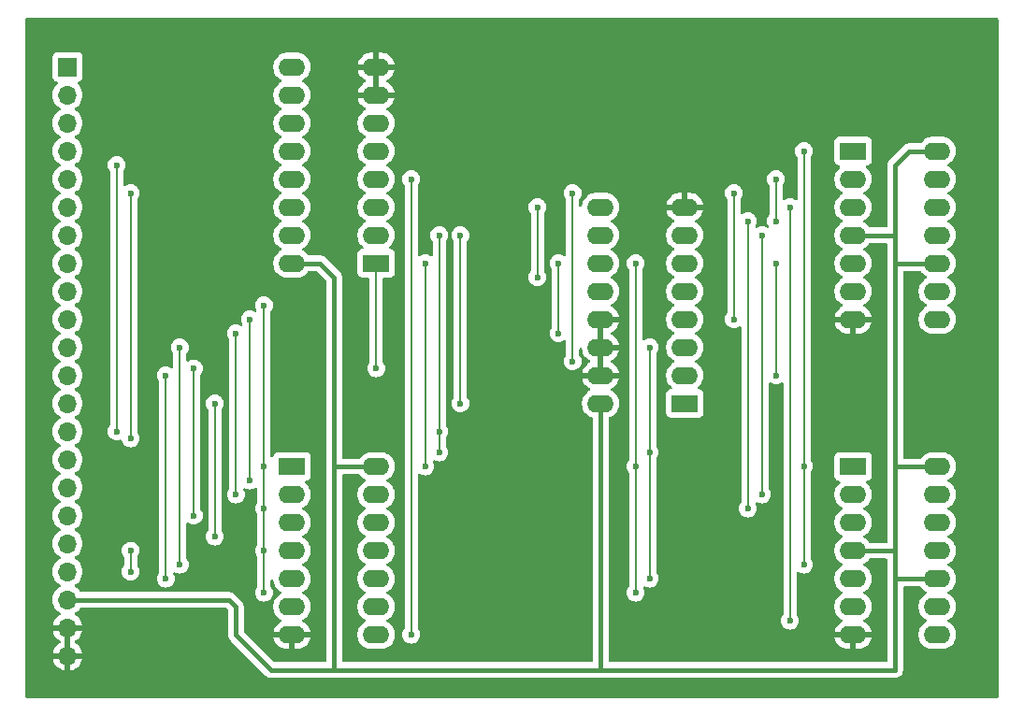
<source format=gbl>
%TF.GenerationSoftware,KiCad,Pcbnew,8.0.8-unknown-202501220024~e4ff452ffb~ubuntu24.04.1*%
%TF.CreationDate,2025-01-26T15:18:26-05:00*%
%TF.ProjectId,stack module,73746163-6b20-46d6-9f64-756c652e6b69,v01*%
%TF.SameCoordinates,Original*%
%TF.FileFunction,Copper,L2,Bot*%
%TF.FilePolarity,Positive*%
%FSLAX46Y46*%
G04 Gerber Fmt 4.6, Leading zero omitted, Abs format (unit mm)*
G04 Created by KiCad (PCBNEW 8.0.8-unknown-202501220024~e4ff452ffb~ubuntu24.04.1) date 2025-01-26 15:18:26*
%MOMM*%
%LPD*%
G01*
G04 APERTURE LIST*
%TA.AperFunction,ComponentPad*%
%ADD10R,2.400000X1.600000*%
%TD*%
%TA.AperFunction,ComponentPad*%
%ADD11O,2.400000X1.600000*%
%TD*%
%TA.AperFunction,ComponentPad*%
%ADD12R,1.700000X1.700000*%
%TD*%
%TA.AperFunction,ComponentPad*%
%ADD13O,1.700000X1.700000*%
%TD*%
%TA.AperFunction,ViaPad*%
%ADD14C,0.600000*%
%TD*%
%TA.AperFunction,Conductor*%
%ADD15C,0.200000*%
%TD*%
%TA.AperFunction,Conductor*%
%ADD16C,0.406400*%
%TD*%
G04 APERTURE END LIST*
D10*
%TO.P,U2,1,~{R}*%
%TO.N,RESET*%
X160020000Y-48260000D03*
D11*
%TO.P,U2,2,D*%
%TO.N,DS0_IN*%
X160020000Y-50800000D03*
%TO.P,U2,3,C*%
%TO.N,DS0_CLK*%
X160020000Y-53340000D03*
%TO.P,U2,4,~{S}*%
%TO.N,VDD*%
X160020000Y-55880000D03*
%TO.P,U2,5,Q*%
%TO.N,DS0_OUT*%
X160020000Y-58420000D03*
%TO.P,U2,6,~{Q}*%
%TO.N,unconnected-(U2A-~{Q}-Pad6)*%
X160020000Y-60960000D03*
%TO.P,U2,7,GND*%
%TO.N,GND*%
X160020000Y-63500000D03*
%TO.P,U2,8,~{Q}*%
%TO.N,unconnected-(U2B-~{Q}-Pad8)*%
X167640000Y-63500000D03*
%TO.P,U2,9,Q*%
%TO.N,DS1_OUT*%
X167640000Y-60960000D03*
%TO.P,U2,10,~{S}*%
%TO.N,VDD*%
X167640000Y-58420000D03*
%TO.P,U2,11,C*%
%TO.N,DS1_CLK*%
X167640000Y-55880000D03*
%TO.P,U2,12,D*%
%TO.N,DS1_IN*%
X167640000Y-53340000D03*
%TO.P,U2,13,~{R}*%
%TO.N,RESET*%
X167640000Y-50800000D03*
%TO.P,U2,14,VCC*%
%TO.N,VDD*%
X167640000Y-48260000D03*
%TD*%
D10*
%TO.P,U1,1*%
%TO.N,CLOCKPULSE*%
X109220000Y-76835000D03*
D11*
%TO.P,U1,2*%
%TO.N,DS2CLK_EN*%
X109220000Y-79375000D03*
%TO.P,U1,3*%
%TO.N,DS2_CLK*%
X109220000Y-81915000D03*
%TO.P,U1,4*%
%TO.N,CLOCKPULSE*%
X109220000Y-84455000D03*
%TO.P,U1,5*%
%TO.N,DS0CLK_EN*%
X109220000Y-86995000D03*
%TO.P,U1,6*%
%TO.N,DS0_CLK*%
X109220000Y-89535000D03*
%TO.P,U1,7,GND*%
%TO.N,GND*%
X109220000Y-92075000D03*
%TO.P,U1,8*%
%TO.N,DS1_CLK*%
X116840000Y-92075000D03*
%TO.P,U1,9*%
%TO.N,CLOCKPULSE*%
X116840000Y-89535000D03*
%TO.P,U1,10*%
%TO.N,DS1CLK_EN*%
X116840000Y-86995000D03*
%TO.P,U1,11*%
%TO.N,DS3_CLK*%
X116840000Y-84455000D03*
%TO.P,U1,12*%
%TO.N,CLOCKPULSE*%
X116840000Y-81915000D03*
%TO.P,U1,13*%
%TO.N,DS3CLK_EN*%
X116840000Y-79375000D03*
%TO.P,U1,14,VCC*%
%TO.N,VDD*%
X116840000Y-76835000D03*
%TD*%
D10*
%TO.P,U3,1,I3*%
%TO.N,DS3_OUT*%
X116840000Y-58420000D03*
D11*
%TO.P,U3,2,I2*%
%TO.N,DS2_OUT*%
X116840000Y-55880000D03*
%TO.P,U3,3,I1*%
%TO.N,DS1_OUT*%
X116840000Y-53340000D03*
%TO.P,U3,4,I0*%
%TO.N,DS0_OUT*%
X116840000Y-50800000D03*
%TO.P,U3,5,Z*%
%TO.N,DS0_IN*%
X116840000Y-48260000D03*
%TO.P,U3,6,~{Z}*%
%TO.N,unconnected-(U3-~{Z}-Pad6)*%
X116840000Y-45720000D03*
%TO.P,U3,7,~{E}*%
%TO.N,GND*%
X116840000Y-43180000D03*
%TO.P,U3,8,GND*%
X116840000Y-40640000D03*
%TO.P,U3,9,S2*%
%TO.N,S2*%
X109220000Y-40640000D03*
%TO.P,U3,10,S1*%
%TO.N,S1*%
X109220000Y-43180000D03*
%TO.P,U3,11,S0*%
%TO.N,S0*%
X109220000Y-45720000D03*
%TO.P,U3,12,I7*%
%TO.N,INPUT3*%
X109220000Y-48260000D03*
%TO.P,U3,13,I6*%
%TO.N,INPUT2*%
X109220000Y-50800000D03*
%TO.P,U3,14,I5*%
%TO.N,INPUT1*%
X109220000Y-53340000D03*
%TO.P,U3,15,I4*%
%TO.N,INPUT0*%
X109220000Y-55880000D03*
%TO.P,U3,16,VCC*%
%TO.N,VDD*%
X109220000Y-58420000D03*
%TD*%
D10*
%TO.P,U5,1,~{R}*%
%TO.N,RESET*%
X160020000Y-76835000D03*
D11*
%TO.P,U5,2,D*%
%TO.N,DS2_IN*%
X160020000Y-79375000D03*
%TO.P,U5,3,C*%
%TO.N,DS2_CLK*%
X160020000Y-81915000D03*
%TO.P,U5,4,~{S}*%
%TO.N,VDD*%
X160020000Y-84455000D03*
%TO.P,U5,5,Q*%
%TO.N,DS2_OUT*%
X160020000Y-86995000D03*
%TO.P,U5,6,~{Q}*%
%TO.N,unconnected-(U5A-~{Q}-Pad6)*%
X160020000Y-89535000D03*
%TO.P,U5,7,GND*%
%TO.N,GND*%
X160020000Y-92075000D03*
%TO.P,U5,8,~{Q}*%
%TO.N,unconnected-(U5B-~{Q}-Pad8)*%
X167640000Y-92075000D03*
%TO.P,U5,9,Q*%
%TO.N,DS3_OUT*%
X167640000Y-89535000D03*
%TO.P,U5,10,~{S}*%
%TO.N,VDD*%
X167640000Y-86995000D03*
%TO.P,U5,11,C*%
%TO.N,DS3_CLK*%
X167640000Y-84455000D03*
%TO.P,U5,12,D*%
%TO.N,DS3_IN*%
X167640000Y-81915000D03*
%TO.P,U5,13,~{R}*%
%TO.N,RESET*%
X167640000Y-79375000D03*
%TO.P,U5,14,VCC*%
%TO.N,VDD*%
X167640000Y-76835000D03*
%TD*%
D12*
%TO.P,J22,1,Pin_1*%
%TO.N,S2*%
X88900000Y-40640000D03*
D13*
%TO.P,J22,2,Pin_2*%
%TO.N,S1*%
X88900000Y-43180000D03*
%TO.P,J22,3,Pin_3*%
%TO.N,S0*%
X88900000Y-45720000D03*
%TO.P,J22,4,Pin_4*%
%TO.N,INPUT3*%
X88900000Y-48260000D03*
%TO.P,J22,5,Pin_5*%
%TO.N,INPUT2*%
X88900000Y-50800000D03*
%TO.P,J22,6,Pin_6*%
%TO.N,INPUT1*%
X88900000Y-53340000D03*
%TO.P,J22,7,Pin_7*%
%TO.N,INPUT0*%
X88900000Y-55880000D03*
%TO.P,J22,8,Pin_8*%
%TO.N,CLOCKPULSE*%
X88900000Y-58420000D03*
%TO.P,J22,9,Pin_9*%
%TO.N,DS3CLK_EN*%
X88900000Y-60960000D03*
%TO.P,J22,10,Pin_10*%
%TO.N,DS2CLK_EN*%
X88900000Y-63500000D03*
%TO.P,J22,11,Pin_11*%
%TO.N,DS1CLK_EN*%
X88900000Y-66040000D03*
%TO.P,J22,12,Pin_12*%
%TO.N,DS0CLK_EN*%
X88900000Y-68580000D03*
%TO.P,J22,13,Pin_13*%
%TO.N,UPDOWN*%
X88900000Y-71120000D03*
%TO.P,J22,14,Pin_14*%
%TO.N,DS0_OUT*%
X88900000Y-73660000D03*
%TO.P,J22,15,Pin_15*%
%TO.N,DS1_OUT*%
X88900000Y-76200000D03*
%TO.P,J22,16,Pin_16*%
%TO.N,DS2_OUT*%
X88900000Y-78740000D03*
%TO.P,J22,17,Pin_17*%
%TO.N,DS3_OUT*%
X88900000Y-81280000D03*
%TO.P,J22,18,Pin_18*%
%TO.N,BOTTOM*%
X88900000Y-83820000D03*
%TO.P,J22,19,Pin_19*%
%TO.N,RESET*%
X88900000Y-86360000D03*
%TO.P,J22,20,Pin_20*%
%TO.N,VDD*%
X88900000Y-88900000D03*
%TO.P,J22,21,Pin_21*%
%TO.N,GND*%
X88900000Y-91440000D03*
%TO.P,J22,22,Pin_22*%
X88900000Y-93980000D03*
%TD*%
D10*
%TO.P,U4,1,S*%
%TO.N,UPDOWN*%
X144780000Y-71120000D03*
D11*
%TO.P,U4,2,I0a*%
%TO.N,DS0_OUT*%
X144780000Y-68580000D03*
%TO.P,U4,3,I1a*%
%TO.N,DS2_OUT*%
X144780000Y-66040000D03*
%TO.P,U4,4,Za*%
%TO.N,DS1_IN*%
X144780000Y-63500000D03*
%TO.P,U4,5,I0b*%
%TO.N,DS1_OUT*%
X144780000Y-60960000D03*
%TO.P,U4,6,I1b*%
%TO.N,DS3_OUT*%
X144780000Y-58420000D03*
%TO.P,U4,7,Zb*%
%TO.N,DS2_IN*%
X144780000Y-55880000D03*
%TO.P,U4,8,GND*%
%TO.N,GND*%
X144780000Y-53340000D03*
%TO.P,U4,9,Zc*%
%TO.N,DS3_IN*%
X137160000Y-53340000D03*
%TO.P,U4,10,I1c*%
%TO.N,BOTTOM*%
X137160000Y-55880000D03*
%TO.P,U4,11,I0c*%
%TO.N,DS2_OUT*%
X137160000Y-58420000D03*
%TO.P,U4,12,Zd*%
%TO.N,unconnected-(U4-Zd-Pad12)*%
X137160000Y-60960000D03*
%TO.P,U4,13,I1d*%
%TO.N,GND*%
X137160000Y-63500000D03*
%TO.P,U4,14,I0d*%
X137160000Y-66040000D03*
%TO.P,U4,15,E*%
X137160000Y-68580000D03*
%TO.P,U4,16,VCC*%
%TO.N,VDD*%
X137160000Y-71120000D03*
%TD*%
D14*
%TO.N,RESET*%
X94615000Y-86360000D03*
X155575000Y-76835000D03*
X155575000Y-85725000D03*
X94615000Y-84455000D03*
X155575000Y-48260000D03*
%TO.N,CLOCKPULSE*%
X106680000Y-62230000D03*
X106680000Y-84455000D03*
X106680000Y-80645000D03*
X106680000Y-76835000D03*
X106680000Y-88265000D03*
%TO.N,DS3CLK_EN*%
X105410000Y-78105000D03*
X105410000Y-63500000D03*
%TO.N,GND*%
X161925000Y-72390000D03*
X161925000Y-69215000D03*
X95885000Y-56515000D03*
X162560000Y-40640000D03*
X128905000Y-66040000D03*
X131445000Y-81915000D03*
X101600000Y-56515000D03*
X132080000Y-66040000D03*
X125730000Y-82550000D03*
X106680000Y-56515000D03*
X162560000Y-43815000D03*
%TO.N,DS1CLK_EN*%
X99060000Y-85725000D03*
X99060000Y-66040000D03*
%TO.N,DS0CLK_EN*%
X97790000Y-68580000D03*
X97790000Y-86995000D03*
%TO.N,DS2CLK_EN*%
X104140000Y-79375000D03*
X104140000Y-64770000D03*
%TO.N,DS3_OUT*%
X121285000Y-58420000D03*
X140335000Y-88265000D03*
X100330000Y-67945000D03*
X100330000Y-81280000D03*
X116840000Y-67945000D03*
X140335000Y-76835000D03*
X140335000Y-58420000D03*
X121285000Y-76835000D03*
%TO.N,DS2_OUT*%
X122555000Y-73660000D03*
X141605000Y-86995000D03*
X141605000Y-75565000D03*
X122555000Y-75565000D03*
X141605000Y-66040000D03*
X133350000Y-58420000D03*
X122555000Y-55880000D03*
X133350000Y-64770000D03*
%TO.N,DS1_OUT*%
X131445000Y-53340000D03*
X131445000Y-59690000D03*
X94615000Y-74295000D03*
X94615000Y-52070000D03*
%TO.N,BOTTOM*%
X124460000Y-71120000D03*
X102235000Y-71120000D03*
X102235000Y-83185000D03*
X124460000Y-55880000D03*
%TO.N,DS0_OUT*%
X93345000Y-49530000D03*
X153035000Y-68580000D03*
X134620000Y-52070000D03*
X153035000Y-58420000D03*
X134620000Y-67310000D03*
X93345000Y-73660000D03*
%TO.N,DS0_CLK*%
X154305000Y-53340000D03*
X154305000Y-90805000D03*
%TO.N,DS1_IN*%
X149225000Y-52070000D03*
X149225000Y-63500000D03*
%TO.N,DS1_CLK*%
X120015000Y-50800000D03*
X153035000Y-50800000D03*
X153035000Y-54610000D03*
X120015000Y-92075000D03*
%TO.N,DS2_IN*%
X151765000Y-79375000D03*
X151765000Y-55880000D03*
%TO.N,DS3_IN*%
X150495000Y-80645000D03*
X150495000Y-54610000D03*
%TD*%
D15*
%TO.N,RESET*%
X155575000Y-48260000D02*
X155575000Y-76835000D01*
X155575000Y-85725000D02*
X155575000Y-76835000D01*
X94615000Y-84455000D02*
X94615000Y-86360000D01*
%TO.N,CLOCKPULSE*%
X106680000Y-84455000D02*
X106680000Y-80645000D01*
X106680000Y-62230000D02*
X106680000Y-76835000D01*
X106680000Y-88265000D02*
X106680000Y-84455000D01*
X106680000Y-80645000D02*
X106680000Y-76835000D01*
%TO.N,DS3CLK_EN*%
X105410000Y-78105000D02*
X105410000Y-63500000D01*
%TO.N,DS1CLK_EN*%
X99060000Y-85725000D02*
X99060000Y-66040000D01*
%TO.N,DS0CLK_EN*%
X97790000Y-86995000D02*
X97790000Y-68580000D01*
%TO.N,DS2CLK_EN*%
X104140000Y-79375000D02*
X104140000Y-64770000D01*
%TO.N,DS3_OUT*%
X140335000Y-58420000D02*
X140335000Y-76835000D01*
X100330000Y-67945000D02*
X100330000Y-81280000D01*
X121285000Y-76835000D02*
X121285000Y-58420000D01*
X116840000Y-58420000D02*
X116840000Y-67945000D01*
X140335000Y-88265000D02*
X140335000Y-76835000D01*
%TO.N,DS2_OUT*%
X141605000Y-86995000D02*
X141605000Y-75565000D01*
X133350000Y-58420000D02*
X133350000Y-64770000D01*
X122555000Y-75565000D02*
X122555000Y-73660000D01*
X122555000Y-73660000D02*
X122555000Y-55880000D01*
X141605000Y-66040000D02*
X141605000Y-75565000D01*
%TO.N,DS1_OUT*%
X131445000Y-53340000D02*
X131445000Y-59690000D01*
X94615000Y-74295000D02*
X94615000Y-52070000D01*
%TO.N,BOTTOM*%
X124460000Y-55880000D02*
X124460000Y-71120000D01*
X102235000Y-71120000D02*
X102235000Y-83185000D01*
%TO.N,DS0_OUT*%
X153035000Y-68580000D02*
X153035000Y-58420000D01*
X93345000Y-49530000D02*
X93345000Y-73660000D01*
X134620000Y-67310000D02*
X134620000Y-52070000D01*
D16*
%TO.N,VDD*%
X104140000Y-92075000D02*
X107315000Y-95250000D01*
X167640000Y-86995000D02*
X163830000Y-86995000D01*
X137160000Y-71120000D02*
X137160000Y-95250000D01*
X107315000Y-95250000D02*
X137160000Y-95250000D01*
X160020000Y-84455000D02*
X163830000Y-84455000D01*
X113030000Y-95250000D02*
X113030000Y-59690000D01*
X163830000Y-84455000D02*
X163830000Y-76835000D01*
X163830000Y-95250000D02*
X163830000Y-86995000D01*
X113030000Y-76835000D02*
X116840000Y-76835000D01*
X88900000Y-88900000D02*
X103505000Y-88900000D01*
X103505000Y-88900000D02*
X104140000Y-89535000D01*
X163830000Y-76835000D02*
X163830000Y-58420000D01*
X163830000Y-55880000D02*
X163830000Y-49530000D01*
X160020000Y-55880000D02*
X163830000Y-55880000D01*
X113030000Y-59690000D02*
X111760000Y-58420000D01*
X111760000Y-58420000D02*
X109220000Y-58420000D01*
X165100000Y-48260000D02*
X167640000Y-48260000D01*
X137160000Y-95250000D02*
X163830000Y-95250000D01*
X163830000Y-58420000D02*
X163830000Y-55880000D01*
X163830000Y-76835000D02*
X167640000Y-76835000D01*
X163830000Y-86995000D02*
X163830000Y-84455000D01*
X163830000Y-49530000D02*
X165100000Y-48260000D01*
X167640000Y-58420000D02*
X163830000Y-58420000D01*
X104140000Y-89535000D02*
X104140000Y-92075000D01*
D15*
%TO.N,DS0_CLK*%
X154305000Y-53340000D02*
X154305000Y-90805000D01*
%TO.N,DS1_IN*%
X149225000Y-52070000D02*
X149225000Y-63500000D01*
%TO.N,DS1_CLK*%
X120015000Y-50800000D02*
X120015000Y-92075000D01*
X153035000Y-50800000D02*
X153035000Y-54610000D01*
%TO.N,DS2_IN*%
X151765000Y-79375000D02*
X151765000Y-55880000D01*
%TO.N,DS3_IN*%
X150495000Y-80645000D02*
X150495000Y-54610000D01*
%TD*%
%TA.AperFunction,Conductor*%
%TO.N,GND*%
G36*
X89150000Y-93546988D02*
G01*
X89092993Y-93514075D01*
X88965826Y-93480000D01*
X88834174Y-93480000D01*
X88707007Y-93514075D01*
X88650000Y-93546988D01*
X88650000Y-91873012D01*
X88707007Y-91905925D01*
X88834174Y-91940000D01*
X88965826Y-91940000D01*
X89092993Y-91905925D01*
X89150000Y-91873012D01*
X89150000Y-93546988D01*
G37*
%TD.AperFunction*%
%TA.AperFunction,Conductor*%
G36*
X137410000Y-68264314D02*
G01*
X137405606Y-68259920D01*
X137314394Y-68207259D01*
X137212661Y-68180000D01*
X137107339Y-68180000D01*
X137005606Y-68207259D01*
X136914394Y-68259920D01*
X136910000Y-68264314D01*
X136910000Y-66355686D01*
X136914394Y-66360080D01*
X137005606Y-66412741D01*
X137107339Y-66440000D01*
X137212661Y-66440000D01*
X137314394Y-66412741D01*
X137405606Y-66360080D01*
X137410000Y-66355686D01*
X137410000Y-68264314D01*
G37*
%TD.AperFunction*%
%TA.AperFunction,Conductor*%
G36*
X137410000Y-65724314D02*
G01*
X137405606Y-65719920D01*
X137314394Y-65667259D01*
X137212661Y-65640000D01*
X137107339Y-65640000D01*
X137005606Y-65667259D01*
X136914394Y-65719920D01*
X136910000Y-65724314D01*
X136910000Y-63815686D01*
X136914394Y-63820080D01*
X137005606Y-63872741D01*
X137107339Y-63900000D01*
X137212661Y-63900000D01*
X137314394Y-63872741D01*
X137405606Y-63820080D01*
X137410000Y-63815686D01*
X137410000Y-65724314D01*
G37*
%TD.AperFunction*%
%TA.AperFunction,Conductor*%
G36*
X117090000Y-42864314D02*
G01*
X117085606Y-42859920D01*
X116994394Y-42807259D01*
X116892661Y-42780000D01*
X116787339Y-42780000D01*
X116685606Y-42807259D01*
X116594394Y-42859920D01*
X116590000Y-42864314D01*
X116590000Y-40955686D01*
X116594394Y-40960080D01*
X116685606Y-41012741D01*
X116787339Y-41040000D01*
X116892661Y-41040000D01*
X116994394Y-41012741D01*
X117085606Y-40960080D01*
X117090000Y-40955686D01*
X117090000Y-42864314D01*
G37*
%TD.AperFunction*%
%TA.AperFunction,Conductor*%
G36*
X173115039Y-36214685D02*
G01*
X173160794Y-36267489D01*
X173172000Y-36319000D01*
X173172000Y-97666000D01*
X173152315Y-97733039D01*
X173099511Y-97778794D01*
X173048000Y-97790000D01*
X85214000Y-97790000D01*
X85146961Y-97770315D01*
X85101206Y-97717511D01*
X85090000Y-97666000D01*
X85090000Y-43179999D01*
X87544341Y-43179999D01*
X87544341Y-43180000D01*
X87564936Y-43415403D01*
X87564938Y-43415413D01*
X87626094Y-43643655D01*
X87626096Y-43643659D01*
X87626097Y-43643663D01*
X87642679Y-43679223D01*
X87725965Y-43857830D01*
X87725967Y-43857834D01*
X87861501Y-44051395D01*
X87861506Y-44051402D01*
X88028597Y-44218493D01*
X88028603Y-44218498D01*
X88214158Y-44348425D01*
X88257783Y-44403002D01*
X88264977Y-44472500D01*
X88233454Y-44534855D01*
X88214158Y-44551575D01*
X88028597Y-44681505D01*
X87861505Y-44848597D01*
X87725965Y-45042169D01*
X87725964Y-45042171D01*
X87626098Y-45256335D01*
X87626094Y-45256344D01*
X87564938Y-45484586D01*
X87564936Y-45484596D01*
X87544341Y-45719999D01*
X87544341Y-45720000D01*
X87564936Y-45955403D01*
X87564938Y-45955413D01*
X87626094Y-46183655D01*
X87626096Y-46183659D01*
X87626097Y-46183663D01*
X87642679Y-46219223D01*
X87725965Y-46397830D01*
X87725967Y-46397834D01*
X87861501Y-46591395D01*
X87861506Y-46591402D01*
X88028597Y-46758493D01*
X88028603Y-46758498D01*
X88214158Y-46888425D01*
X88257783Y-46943002D01*
X88264977Y-47012500D01*
X88233454Y-47074855D01*
X88214158Y-47091575D01*
X88028597Y-47221505D01*
X87861505Y-47388597D01*
X87725965Y-47582169D01*
X87725964Y-47582171D01*
X87626098Y-47796335D01*
X87626094Y-47796344D01*
X87564938Y-48024586D01*
X87564936Y-48024596D01*
X87544341Y-48259999D01*
X87544341Y-48260000D01*
X87564936Y-48495403D01*
X87564938Y-48495413D01*
X87626094Y-48723655D01*
X87626096Y-48723659D01*
X87626097Y-48723663D01*
X87675582Y-48829783D01*
X87725965Y-48937830D01*
X87725967Y-48937834D01*
X87861501Y-49131395D01*
X87861506Y-49131402D01*
X88028597Y-49298493D01*
X88028603Y-49298498D01*
X88214158Y-49428425D01*
X88257783Y-49483002D01*
X88264977Y-49552500D01*
X88233454Y-49614855D01*
X88214158Y-49631575D01*
X88028597Y-49761505D01*
X87861505Y-49928597D01*
X87725965Y-50122169D01*
X87725964Y-50122171D01*
X87626098Y-50336335D01*
X87626094Y-50336344D01*
X87564938Y-50564586D01*
X87564936Y-50564596D01*
X87544341Y-50799999D01*
X87544341Y-50800000D01*
X87564936Y-51035403D01*
X87564938Y-51035413D01*
X87626094Y-51263655D01*
X87626096Y-51263659D01*
X87626097Y-51263663D01*
X87675582Y-51369783D01*
X87725965Y-51477830D01*
X87725967Y-51477834D01*
X87861501Y-51671395D01*
X87861506Y-51671402D01*
X88028597Y-51838493D01*
X88028603Y-51838498D01*
X88214158Y-51968425D01*
X88257783Y-52023002D01*
X88264977Y-52092500D01*
X88233454Y-52154855D01*
X88214158Y-52171575D01*
X88028597Y-52301505D01*
X87861505Y-52468597D01*
X87725965Y-52662169D01*
X87725964Y-52662171D01*
X87626098Y-52876335D01*
X87626094Y-52876344D01*
X87564938Y-53104586D01*
X87564936Y-53104596D01*
X87544341Y-53339999D01*
X87544341Y-53340000D01*
X87564936Y-53575403D01*
X87564938Y-53575413D01*
X87626094Y-53803655D01*
X87626096Y-53803659D01*
X87626097Y-53803663D01*
X87675582Y-53909783D01*
X87725965Y-54017830D01*
X87725967Y-54017834D01*
X87861501Y-54211395D01*
X87861506Y-54211402D01*
X88028597Y-54378493D01*
X88028603Y-54378498D01*
X88214158Y-54508425D01*
X88257783Y-54563002D01*
X88264977Y-54632500D01*
X88233454Y-54694855D01*
X88214158Y-54711575D01*
X88028597Y-54841505D01*
X87861505Y-55008597D01*
X87725965Y-55202169D01*
X87725964Y-55202171D01*
X87626098Y-55416335D01*
X87626094Y-55416344D01*
X87564938Y-55644586D01*
X87564936Y-55644596D01*
X87544341Y-55879999D01*
X87544341Y-55880000D01*
X87564936Y-56115403D01*
X87564938Y-56115413D01*
X87626094Y-56343655D01*
X87626096Y-56343659D01*
X87626097Y-56343663D01*
X87675582Y-56449783D01*
X87725965Y-56557830D01*
X87725967Y-56557834D01*
X87861501Y-56751395D01*
X87861506Y-56751402D01*
X88028597Y-56918493D01*
X88028603Y-56918498D01*
X88214158Y-57048425D01*
X88257783Y-57103002D01*
X88264977Y-57172500D01*
X88233454Y-57234855D01*
X88214158Y-57251575D01*
X88028597Y-57381505D01*
X87861505Y-57548597D01*
X87725965Y-57742169D01*
X87725964Y-57742171D01*
X87626098Y-57956335D01*
X87626094Y-57956344D01*
X87564938Y-58184586D01*
X87564936Y-58184596D01*
X87544341Y-58419999D01*
X87544341Y-58420000D01*
X87564936Y-58655403D01*
X87564938Y-58655413D01*
X87626094Y-58883655D01*
X87626096Y-58883659D01*
X87626097Y-58883663D01*
X87675582Y-58989783D01*
X87725965Y-59097830D01*
X87725967Y-59097834D01*
X87861501Y-59291395D01*
X87861506Y-59291402D01*
X88028597Y-59458493D01*
X88028603Y-59458498D01*
X88214158Y-59588425D01*
X88257783Y-59643002D01*
X88264977Y-59712500D01*
X88233454Y-59774855D01*
X88214158Y-59791575D01*
X88028597Y-59921505D01*
X87861505Y-60088597D01*
X87725965Y-60282169D01*
X87725964Y-60282171D01*
X87626098Y-60496335D01*
X87626094Y-60496344D01*
X87564938Y-60724586D01*
X87564936Y-60724596D01*
X87544341Y-60959999D01*
X87544341Y-60960000D01*
X87564936Y-61195403D01*
X87564938Y-61195413D01*
X87626094Y-61423655D01*
X87626096Y-61423659D01*
X87626097Y-61423663D01*
X87708410Y-61600184D01*
X87725965Y-61637830D01*
X87725967Y-61637834D01*
X87861501Y-61831395D01*
X87861506Y-61831402D01*
X88028597Y-61998493D01*
X88028603Y-61998498D01*
X88214158Y-62128425D01*
X88257783Y-62183002D01*
X88264977Y-62252500D01*
X88233454Y-62314855D01*
X88214158Y-62331575D01*
X88028597Y-62461505D01*
X87861505Y-62628597D01*
X87725965Y-62822169D01*
X87725964Y-62822171D01*
X87626098Y-63036335D01*
X87626094Y-63036344D01*
X87564938Y-63264586D01*
X87564936Y-63264596D01*
X87544341Y-63499999D01*
X87544341Y-63500000D01*
X87564936Y-63735403D01*
X87564938Y-63735413D01*
X87626094Y-63963655D01*
X87626096Y-63963659D01*
X87626097Y-63963663D01*
X87665156Y-64047424D01*
X87725965Y-64177830D01*
X87725967Y-64177834D01*
X87861501Y-64371395D01*
X87861506Y-64371402D01*
X88028597Y-64538493D01*
X88028603Y-64538498D01*
X88214158Y-64668425D01*
X88257783Y-64723002D01*
X88264977Y-64792500D01*
X88233454Y-64854855D01*
X88214158Y-64871575D01*
X88028597Y-65001505D01*
X87861505Y-65168597D01*
X87725965Y-65362169D01*
X87725964Y-65362171D01*
X87626098Y-65576335D01*
X87626094Y-65576344D01*
X87564938Y-65804586D01*
X87564936Y-65804596D01*
X87544341Y-66039999D01*
X87544341Y-66040000D01*
X87564936Y-66275403D01*
X87564938Y-66275413D01*
X87626094Y-66503655D01*
X87626096Y-66503659D01*
X87626097Y-66503663D01*
X87675582Y-66609783D01*
X87725965Y-66717830D01*
X87725967Y-66717834D01*
X87861501Y-66911395D01*
X87861506Y-66911402D01*
X88028597Y-67078493D01*
X88028603Y-67078498D01*
X88214158Y-67208425D01*
X88257783Y-67263002D01*
X88264977Y-67332500D01*
X88233454Y-67394855D01*
X88214158Y-67411575D01*
X88028597Y-67541505D01*
X87861505Y-67708597D01*
X87725965Y-67902169D01*
X87725964Y-67902171D01*
X87626098Y-68116335D01*
X87626094Y-68116344D01*
X87564938Y-68344586D01*
X87564936Y-68344596D01*
X87544341Y-68579999D01*
X87544341Y-68580000D01*
X87564936Y-68815403D01*
X87564938Y-68815413D01*
X87626094Y-69043655D01*
X87626096Y-69043659D01*
X87626097Y-69043663D01*
X87675582Y-69149783D01*
X87725965Y-69257830D01*
X87725967Y-69257834D01*
X87861501Y-69451395D01*
X87861506Y-69451402D01*
X88028597Y-69618493D01*
X88028603Y-69618498D01*
X88214158Y-69748425D01*
X88257783Y-69803002D01*
X88264977Y-69872500D01*
X88233454Y-69934855D01*
X88214158Y-69951575D01*
X88028597Y-70081505D01*
X87861505Y-70248597D01*
X87725965Y-70442169D01*
X87725964Y-70442171D01*
X87626098Y-70656335D01*
X87626094Y-70656344D01*
X87564938Y-70884586D01*
X87564936Y-70884596D01*
X87544341Y-71119999D01*
X87544341Y-71120000D01*
X87564936Y-71355403D01*
X87564938Y-71355413D01*
X87626094Y-71583655D01*
X87626096Y-71583659D01*
X87626097Y-71583663D01*
X87675582Y-71689783D01*
X87725965Y-71797830D01*
X87725967Y-71797834D01*
X87861501Y-71991395D01*
X87861506Y-71991402D01*
X88028597Y-72158493D01*
X88028603Y-72158498D01*
X88214158Y-72288425D01*
X88257783Y-72343002D01*
X88264977Y-72412500D01*
X88233454Y-72474855D01*
X88214158Y-72491575D01*
X88028597Y-72621505D01*
X87861505Y-72788597D01*
X87725965Y-72982169D01*
X87725964Y-72982171D01*
X87626098Y-73196335D01*
X87626094Y-73196344D01*
X87564938Y-73424586D01*
X87564936Y-73424596D01*
X87544341Y-73659999D01*
X87544341Y-73660000D01*
X87564936Y-73895403D01*
X87564938Y-73895413D01*
X87626094Y-74123655D01*
X87626096Y-74123659D01*
X87626097Y-74123663D01*
X87681471Y-74242412D01*
X87725965Y-74337830D01*
X87725967Y-74337834D01*
X87861501Y-74531395D01*
X87861506Y-74531402D01*
X88028597Y-74698493D01*
X88028603Y-74698498D01*
X88214158Y-74828425D01*
X88257783Y-74883002D01*
X88264977Y-74952500D01*
X88233454Y-75014855D01*
X88214158Y-75031575D01*
X88028597Y-75161505D01*
X87861505Y-75328597D01*
X87725965Y-75522169D01*
X87725964Y-75522171D01*
X87626098Y-75736335D01*
X87626094Y-75736344D01*
X87564938Y-75964586D01*
X87564936Y-75964596D01*
X87544341Y-76199999D01*
X87544341Y-76200000D01*
X87564936Y-76435403D01*
X87564938Y-76435413D01*
X87626094Y-76663655D01*
X87626096Y-76663659D01*
X87626097Y-76663663D01*
X87673674Y-76765692D01*
X87725965Y-76877830D01*
X87725967Y-76877834D01*
X87861501Y-77071395D01*
X87861506Y-77071402D01*
X88028597Y-77238493D01*
X88028603Y-77238498D01*
X88214158Y-77368425D01*
X88257783Y-77423002D01*
X88264977Y-77492500D01*
X88233454Y-77554855D01*
X88214158Y-77571575D01*
X88028597Y-77701505D01*
X87861505Y-77868597D01*
X87725965Y-78062169D01*
X87725964Y-78062171D01*
X87626098Y-78276335D01*
X87626094Y-78276344D01*
X87564938Y-78504586D01*
X87564936Y-78504596D01*
X87544341Y-78739999D01*
X87544341Y-78740000D01*
X87564936Y-78975403D01*
X87564938Y-78975413D01*
X87626094Y-79203655D01*
X87626096Y-79203659D01*
X87626097Y-79203663D01*
X87682460Y-79324534D01*
X87725965Y-79417830D01*
X87725967Y-79417834D01*
X87861501Y-79611395D01*
X87861506Y-79611402D01*
X88028597Y-79778493D01*
X88028603Y-79778498D01*
X88214158Y-79908425D01*
X88257783Y-79963002D01*
X88264977Y-80032500D01*
X88233454Y-80094855D01*
X88214158Y-80111575D01*
X88028597Y-80241505D01*
X87861505Y-80408597D01*
X87725965Y-80602169D01*
X87725964Y-80602171D01*
X87626098Y-80816335D01*
X87626094Y-80816344D01*
X87564938Y-81044586D01*
X87564936Y-81044596D01*
X87544341Y-81279999D01*
X87544341Y-81280000D01*
X87564936Y-81515403D01*
X87564938Y-81515413D01*
X87626094Y-81743655D01*
X87626096Y-81743659D01*
X87626097Y-81743663D01*
X87682460Y-81864534D01*
X87725965Y-81957830D01*
X87725967Y-81957834D01*
X87861501Y-82151395D01*
X87861506Y-82151402D01*
X88028597Y-82318493D01*
X88028603Y-82318498D01*
X88214158Y-82448425D01*
X88257783Y-82503002D01*
X88264977Y-82572500D01*
X88233454Y-82634855D01*
X88214158Y-82651575D01*
X88028597Y-82781505D01*
X87861505Y-82948597D01*
X87725965Y-83142169D01*
X87725964Y-83142171D01*
X87626098Y-83356335D01*
X87626094Y-83356344D01*
X87564938Y-83584586D01*
X87564936Y-83584596D01*
X87544341Y-83819999D01*
X87544341Y-83820000D01*
X87564936Y-84055403D01*
X87564938Y-84055413D01*
X87626094Y-84283655D01*
X87626096Y-84283659D01*
X87626097Y-84283663D01*
X87673674Y-84385692D01*
X87725965Y-84497830D01*
X87725967Y-84497834D01*
X87861501Y-84691395D01*
X87861506Y-84691402D01*
X88028597Y-84858493D01*
X88028603Y-84858498D01*
X88214158Y-84988425D01*
X88257783Y-85043002D01*
X88264977Y-85112500D01*
X88233454Y-85174855D01*
X88214158Y-85191575D01*
X88028597Y-85321505D01*
X87861505Y-85488597D01*
X87725965Y-85682169D01*
X87725964Y-85682171D01*
X87626098Y-85896335D01*
X87626094Y-85896344D01*
X87564938Y-86124586D01*
X87564936Y-86124596D01*
X87544341Y-86359999D01*
X87544341Y-86360000D01*
X87564936Y-86595403D01*
X87564938Y-86595413D01*
X87626094Y-86823655D01*
X87626096Y-86823659D01*
X87626097Y-86823663D01*
X87673674Y-86925692D01*
X87725965Y-87037830D01*
X87725967Y-87037834D01*
X87861501Y-87231395D01*
X87861506Y-87231402D01*
X88028597Y-87398493D01*
X88028603Y-87398498D01*
X88214158Y-87528425D01*
X88257783Y-87583002D01*
X88264977Y-87652500D01*
X88233454Y-87714855D01*
X88214158Y-87731575D01*
X88028597Y-87861505D01*
X87861505Y-88028597D01*
X87725965Y-88222169D01*
X87725964Y-88222171D01*
X87626098Y-88436335D01*
X87626094Y-88436344D01*
X87564938Y-88664586D01*
X87564936Y-88664596D01*
X87544341Y-88899999D01*
X87544341Y-88900000D01*
X87564936Y-89135403D01*
X87564938Y-89135413D01*
X87626094Y-89363655D01*
X87626096Y-89363659D01*
X87626097Y-89363663D01*
X87673672Y-89465687D01*
X87725965Y-89577830D01*
X87725967Y-89577834D01*
X87861501Y-89771395D01*
X87861506Y-89771402D01*
X88028597Y-89938493D01*
X88028603Y-89938498D01*
X88214594Y-90068730D01*
X88258219Y-90123307D01*
X88265413Y-90192805D01*
X88233890Y-90255160D01*
X88214595Y-90271880D01*
X88028922Y-90401890D01*
X88028920Y-90401891D01*
X87861891Y-90568920D01*
X87861886Y-90568926D01*
X87726400Y-90762420D01*
X87726399Y-90762422D01*
X87626570Y-90976507D01*
X87626567Y-90976513D01*
X87569364Y-91189999D01*
X87569364Y-91190000D01*
X88466988Y-91190000D01*
X88434075Y-91247007D01*
X88400000Y-91374174D01*
X88400000Y-91505826D01*
X88434075Y-91632993D01*
X88466988Y-91690000D01*
X87569364Y-91690000D01*
X87626567Y-91903486D01*
X87626570Y-91903492D01*
X87726399Y-92117578D01*
X87861894Y-92311082D01*
X88028917Y-92478105D01*
X88215031Y-92608425D01*
X88258656Y-92663003D01*
X88265848Y-92732501D01*
X88234326Y-92794856D01*
X88215031Y-92811575D01*
X88028922Y-92941890D01*
X88028920Y-92941891D01*
X87861891Y-93108920D01*
X87861886Y-93108926D01*
X87726400Y-93302420D01*
X87726399Y-93302422D01*
X87626570Y-93516507D01*
X87626567Y-93516513D01*
X87569364Y-93729999D01*
X87569364Y-93730000D01*
X88466988Y-93730000D01*
X88434075Y-93787007D01*
X88400000Y-93914174D01*
X88400000Y-94045826D01*
X88434075Y-94172993D01*
X88466988Y-94230000D01*
X87569364Y-94230000D01*
X87626567Y-94443486D01*
X87626570Y-94443492D01*
X87726399Y-94657578D01*
X87861894Y-94851082D01*
X88028917Y-95018105D01*
X88222421Y-95153600D01*
X88436507Y-95253429D01*
X88436516Y-95253433D01*
X88650000Y-95310634D01*
X88650000Y-94413012D01*
X88707007Y-94445925D01*
X88834174Y-94480000D01*
X88965826Y-94480000D01*
X89092993Y-94445925D01*
X89150000Y-94413012D01*
X89150000Y-95310633D01*
X89363483Y-95253433D01*
X89363492Y-95253429D01*
X89577578Y-95153600D01*
X89771082Y-95018105D01*
X89938105Y-94851082D01*
X90073600Y-94657578D01*
X90173429Y-94443492D01*
X90173432Y-94443486D01*
X90230636Y-94230000D01*
X89333012Y-94230000D01*
X89365925Y-94172993D01*
X89400000Y-94045826D01*
X89400000Y-93914174D01*
X89365925Y-93787007D01*
X89333012Y-93730000D01*
X90230636Y-93730000D01*
X90230635Y-93729999D01*
X90173432Y-93516513D01*
X90173429Y-93516507D01*
X90073600Y-93302422D01*
X90073599Y-93302420D01*
X89938113Y-93108926D01*
X89938108Y-93108920D01*
X89771082Y-92941894D01*
X89584968Y-92811575D01*
X89541344Y-92756998D01*
X89534151Y-92687499D01*
X89565673Y-92625145D01*
X89584968Y-92608425D01*
X89771082Y-92478105D01*
X89938105Y-92311082D01*
X90073600Y-92117578D01*
X90173429Y-91903492D01*
X90173432Y-91903486D01*
X90230636Y-91690000D01*
X89333012Y-91690000D01*
X89365925Y-91632993D01*
X89400000Y-91505826D01*
X89400000Y-91374174D01*
X89365925Y-91247007D01*
X89333012Y-91190000D01*
X90230636Y-91190000D01*
X90230635Y-91189999D01*
X90173432Y-90976513D01*
X90173429Y-90976507D01*
X90073600Y-90762422D01*
X90073599Y-90762420D01*
X89938113Y-90568926D01*
X89938108Y-90568920D01*
X89771078Y-90401890D01*
X89585405Y-90271879D01*
X89541780Y-90217302D01*
X89534588Y-90147804D01*
X89566110Y-90085449D01*
X89585406Y-90068730D01*
X89634693Y-90034219D01*
X89771401Y-89938495D01*
X89938495Y-89771401D01*
X90018897Y-89656576D01*
X90073474Y-89612951D01*
X90120471Y-89603700D01*
X103162156Y-89603700D01*
X103229195Y-89623385D01*
X103249837Y-89640019D01*
X103399981Y-89790163D01*
X103433466Y-89851486D01*
X103436300Y-89877844D01*
X103436300Y-92000556D01*
X103436299Y-92000582D01*
X103436299Y-92144309D01*
X103453707Y-92231818D01*
X103453707Y-92231820D01*
X103463341Y-92280254D01*
X103463344Y-92280266D01*
X103516386Y-92408323D01*
X103593401Y-92523585D01*
X103695736Y-92625920D01*
X103695758Y-92625940D01*
X106765274Y-95695456D01*
X106765303Y-95695487D01*
X106866414Y-95796598D01*
X106981676Y-95873613D01*
X107109735Y-95926656D01*
X107109736Y-95926656D01*
X107109738Y-95926657D01*
X107109742Y-95926657D01*
X107109743Y-95926658D01*
X107245688Y-95953701D01*
X107245691Y-95953701D01*
X107390422Y-95953701D01*
X107390442Y-95953700D01*
X163899310Y-95953700D01*
X163899311Y-95953699D01*
X164035262Y-95926657D01*
X164099294Y-95900134D01*
X164163323Y-95873613D01*
X164163324Y-95873612D01*
X164163327Y-95873611D01*
X164278583Y-95796600D01*
X164376600Y-95698583D01*
X164453611Y-95583327D01*
X164506657Y-95455262D01*
X164533700Y-95319308D01*
X164533700Y-87822700D01*
X164553385Y-87755661D01*
X164606189Y-87709906D01*
X164657700Y-87698700D01*
X166080581Y-87698700D01*
X166147620Y-87718385D01*
X166180899Y-87749815D01*
X166186639Y-87757715D01*
X166248030Y-87842215D01*
X166392786Y-87986971D01*
X166547749Y-88099556D01*
X166558390Y-88107287D01*
X166629311Y-88143423D01*
X166651080Y-88154515D01*
X166701876Y-88202490D01*
X166718671Y-88270311D01*
X166696134Y-88336446D01*
X166651080Y-88375485D01*
X166558386Y-88422715D01*
X166392786Y-88543028D01*
X166248028Y-88687786D01*
X166127715Y-88853386D01*
X166034781Y-89035776D01*
X165971522Y-89230465D01*
X165950426Y-89363663D01*
X165939500Y-89432648D01*
X165939500Y-89637352D01*
X165942545Y-89656576D01*
X165971522Y-89839534D01*
X166034781Y-90034223D01*
X166127715Y-90216613D01*
X166248028Y-90382213D01*
X166392786Y-90526971D01*
X166547749Y-90639556D01*
X166558390Y-90647287D01*
X166649840Y-90693883D01*
X166651080Y-90694515D01*
X166701876Y-90742490D01*
X166718671Y-90810311D01*
X166696134Y-90876446D01*
X166651080Y-90915485D01*
X166558386Y-90962715D01*
X166392786Y-91083028D01*
X166248028Y-91227786D01*
X166127715Y-91393386D01*
X166034781Y-91575776D01*
X165971522Y-91770465D01*
X165939500Y-91972648D01*
X165939500Y-92177351D01*
X165971522Y-92379534D01*
X166034781Y-92574223D01*
X166127715Y-92756613D01*
X166248028Y-92922213D01*
X166392786Y-93066971D01*
X166547749Y-93179556D01*
X166558390Y-93187287D01*
X166674607Y-93246503D01*
X166740776Y-93280218D01*
X166740778Y-93280218D01*
X166740781Y-93280220D01*
X166809106Y-93302420D01*
X166935465Y-93343477D01*
X167036557Y-93359488D01*
X167137648Y-93375500D01*
X167137649Y-93375500D01*
X168142351Y-93375500D01*
X168142352Y-93375500D01*
X168344534Y-93343477D01*
X168539219Y-93280220D01*
X168721610Y-93187287D01*
X168829474Y-93108920D01*
X168887213Y-93066971D01*
X168887215Y-93066968D01*
X168887219Y-93066966D01*
X169031966Y-92922219D01*
X169031968Y-92922215D01*
X169031971Y-92922213D01*
X169120190Y-92800788D01*
X169152287Y-92756610D01*
X169245220Y-92574219D01*
X169308477Y-92379534D01*
X169340500Y-92177352D01*
X169340500Y-91972648D01*
X169319506Y-91840099D01*
X169308477Y-91770465D01*
X169249960Y-91590369D01*
X169245220Y-91575781D01*
X169245218Y-91575778D01*
X169245218Y-91575776D01*
X169202830Y-91492587D01*
X169152287Y-91393390D01*
X169138326Y-91374174D01*
X169031971Y-91227786D01*
X168887213Y-91083028D01*
X168721614Y-90962715D01*
X168677033Y-90940000D01*
X168628917Y-90915483D01*
X168578123Y-90867511D01*
X168561328Y-90799690D01*
X168583865Y-90733555D01*
X168628917Y-90694516D01*
X168721610Y-90647287D01*
X168829474Y-90568920D01*
X168887213Y-90526971D01*
X168887215Y-90526968D01*
X168887219Y-90526966D01*
X169031966Y-90382219D01*
X169031968Y-90382215D01*
X169031971Y-90382213D01*
X169093361Y-90297715D01*
X169152287Y-90216610D01*
X169245220Y-90034219D01*
X169308477Y-89839534D01*
X169340500Y-89637352D01*
X169340500Y-89432648D01*
X169308477Y-89230466D01*
X169245220Y-89035781D01*
X169245218Y-89035778D01*
X169245218Y-89035776D01*
X169211503Y-88969607D01*
X169152287Y-88853390D01*
X169144556Y-88842749D01*
X169031971Y-88687786D01*
X168887213Y-88543028D01*
X168721614Y-88422715D01*
X168715006Y-88419348D01*
X168628917Y-88375483D01*
X168578123Y-88327511D01*
X168561328Y-88259690D01*
X168583865Y-88193555D01*
X168628917Y-88154516D01*
X168721610Y-88107287D01*
X168829916Y-88028599D01*
X168887213Y-87986971D01*
X168887215Y-87986968D01*
X168887219Y-87986966D01*
X169031966Y-87842219D01*
X169031968Y-87842215D01*
X169031971Y-87842213D01*
X169093361Y-87757715D01*
X169152287Y-87676610D01*
X169245220Y-87494219D01*
X169308477Y-87299534D01*
X169340500Y-87097352D01*
X169340500Y-86892648D01*
X169328320Y-86815745D01*
X169308477Y-86690465D01*
X169264752Y-86555894D01*
X169245220Y-86495781D01*
X169245218Y-86495778D01*
X169245218Y-86495776D01*
X169176698Y-86361300D01*
X169152287Y-86313390D01*
X169121936Y-86271615D01*
X169031971Y-86147786D01*
X168887213Y-86003028D01*
X168721614Y-85882715D01*
X168715006Y-85879348D01*
X168628917Y-85835483D01*
X168578123Y-85787511D01*
X168561328Y-85719690D01*
X168583865Y-85653555D01*
X168628917Y-85614516D01*
X168721610Y-85567287D01*
X168829916Y-85488599D01*
X168887213Y-85446971D01*
X168887215Y-85446968D01*
X168887219Y-85446966D01*
X169031966Y-85302219D01*
X169031968Y-85302215D01*
X169031971Y-85302213D01*
X169093361Y-85217715D01*
X169152287Y-85136610D01*
X169245220Y-84954219D01*
X169308477Y-84759534D01*
X169340500Y-84557352D01*
X169340500Y-84352648D01*
X169308477Y-84150466D01*
X169245220Y-83955781D01*
X169245218Y-83955777D01*
X169245218Y-83955776D01*
X169178677Y-83825184D01*
X169152287Y-83773390D01*
X169121936Y-83731615D01*
X169031971Y-83607786D01*
X168887213Y-83463028D01*
X168721614Y-83342715D01*
X168715006Y-83339348D01*
X168628917Y-83295483D01*
X168578123Y-83247511D01*
X168561328Y-83179690D01*
X168583865Y-83113555D01*
X168628917Y-83074516D01*
X168721610Y-83027287D01*
X168829916Y-82948599D01*
X168887213Y-82906971D01*
X168887215Y-82906968D01*
X168887219Y-82906966D01*
X169031966Y-82762219D01*
X169031968Y-82762215D01*
X169031971Y-82762213D01*
X169093361Y-82677715D01*
X169152287Y-82596610D01*
X169245220Y-82414219D01*
X169308477Y-82219534D01*
X169340500Y-82017352D01*
X169340500Y-81812648D01*
X169325684Y-81719105D01*
X169308477Y-81610465D01*
X169277589Y-81515403D01*
X169245220Y-81415781D01*
X169245218Y-81415778D01*
X169245218Y-81415776D01*
X169211503Y-81349607D01*
X169152287Y-81233390D01*
X169111011Y-81176578D01*
X169031971Y-81067786D01*
X168887213Y-80923028D01*
X168721614Y-80802715D01*
X168715006Y-80799348D01*
X168628917Y-80755483D01*
X168578123Y-80707511D01*
X168561328Y-80639690D01*
X168583865Y-80573555D01*
X168628917Y-80534516D01*
X168721610Y-80487287D01*
X168829916Y-80408599D01*
X168887213Y-80366971D01*
X168887215Y-80366968D01*
X168887219Y-80366966D01*
X169031966Y-80222219D01*
X169031968Y-80222215D01*
X169031971Y-80222213D01*
X169093361Y-80137715D01*
X169152287Y-80056610D01*
X169245220Y-79874219D01*
X169308477Y-79679534D01*
X169340500Y-79477352D01*
X169340500Y-79272648D01*
X169308477Y-79070466D01*
X169245220Y-78875781D01*
X169245218Y-78875778D01*
X169245218Y-78875776D01*
X169180673Y-78749101D01*
X169152287Y-78693390D01*
X169144556Y-78682749D01*
X169031971Y-78527786D01*
X168887213Y-78383028D01*
X168721614Y-78262715D01*
X168715006Y-78259348D01*
X168628917Y-78215483D01*
X168578123Y-78167511D01*
X168561328Y-78099690D01*
X168583865Y-78033555D01*
X168628917Y-77994516D01*
X168721610Y-77947287D01*
X168742770Y-77931913D01*
X168887213Y-77826971D01*
X168887215Y-77826968D01*
X168887219Y-77826966D01*
X169031966Y-77682219D01*
X169031968Y-77682215D01*
X169031971Y-77682213D01*
X169089712Y-77602738D01*
X169152287Y-77516610D01*
X169245220Y-77334219D01*
X169308477Y-77139534D01*
X169340500Y-76937352D01*
X169340500Y-76732648D01*
X169308477Y-76530466D01*
X169245220Y-76335781D01*
X169245218Y-76335778D01*
X169245218Y-76335776D01*
X169192913Y-76233123D01*
X169152287Y-76153390D01*
X169111011Y-76096578D01*
X169031971Y-75987786D01*
X168887213Y-75843028D01*
X168721613Y-75722715D01*
X168721612Y-75722714D01*
X168721610Y-75722713D01*
X168664653Y-75693691D01*
X168539223Y-75629781D01*
X168344534Y-75566522D01*
X168169995Y-75538878D01*
X168142352Y-75534500D01*
X167137648Y-75534500D01*
X167113329Y-75538351D01*
X166935465Y-75566522D01*
X166740776Y-75629781D01*
X166558386Y-75722715D01*
X166392786Y-75843028D01*
X166248030Y-75987784D01*
X166180900Y-76080184D01*
X166125570Y-76122851D01*
X166080581Y-76131300D01*
X164657700Y-76131300D01*
X164590661Y-76111615D01*
X164544906Y-76058811D01*
X164533700Y-76007300D01*
X164533700Y-59247700D01*
X164553385Y-59180661D01*
X164606189Y-59134906D01*
X164657700Y-59123700D01*
X166080581Y-59123700D01*
X166147620Y-59143385D01*
X166180899Y-59174815D01*
X166186639Y-59182715D01*
X166248030Y-59267215D01*
X166392786Y-59411971D01*
X166547749Y-59524556D01*
X166558390Y-59532287D01*
X166647212Y-59577544D01*
X166651080Y-59579515D01*
X166701876Y-59627490D01*
X166718671Y-59695311D01*
X166696134Y-59761446D01*
X166651080Y-59800485D01*
X166558386Y-59847715D01*
X166392786Y-59968028D01*
X166248028Y-60112786D01*
X166127715Y-60278386D01*
X166034781Y-60460776D01*
X165971522Y-60655465D01*
X165939500Y-60857648D01*
X165939500Y-61062351D01*
X165971522Y-61264534D01*
X166034781Y-61459223D01*
X166127715Y-61641613D01*
X166248028Y-61807213D01*
X166392786Y-61951971D01*
X166547749Y-62064556D01*
X166558390Y-62072287D01*
X166649840Y-62118883D01*
X166651080Y-62119515D01*
X166701876Y-62167490D01*
X166718671Y-62235311D01*
X166696134Y-62301446D01*
X166651080Y-62340485D01*
X166558386Y-62387715D01*
X166392786Y-62508028D01*
X166248028Y-62652786D01*
X166127715Y-62818386D01*
X166034781Y-63000776D01*
X165971522Y-63195465D01*
X165939500Y-63397648D01*
X165939500Y-63602351D01*
X165971522Y-63804534D01*
X166034781Y-63999223D01*
X166127715Y-64181613D01*
X166248028Y-64347213D01*
X166392786Y-64491971D01*
X166547749Y-64604556D01*
X166558390Y-64612287D01*
X166651080Y-64659515D01*
X166740776Y-64705218D01*
X166740778Y-64705218D01*
X166740781Y-64705220D01*
X166845137Y-64739127D01*
X166935465Y-64768477D01*
X166954697Y-64771523D01*
X167137648Y-64800500D01*
X167137649Y-64800500D01*
X168142351Y-64800500D01*
X168142352Y-64800500D01*
X168344534Y-64768477D01*
X168539219Y-64705220D01*
X168721610Y-64612287D01*
X168823180Y-64538493D01*
X168887213Y-64491971D01*
X168887215Y-64491968D01*
X168887219Y-64491966D01*
X169031966Y-64347219D01*
X169031968Y-64347215D01*
X169031971Y-64347213D01*
X169120190Y-64225788D01*
X169152287Y-64181610D01*
X169245220Y-63999219D01*
X169308477Y-63804534D01*
X169340500Y-63602352D01*
X169340500Y-63397648D01*
X169318889Y-63261206D01*
X169308477Y-63195465D01*
X169245281Y-63000970D01*
X169245220Y-63000781D01*
X169245218Y-63000778D01*
X169245218Y-63000776D01*
X169154451Y-62822638D01*
X169152287Y-62818390D01*
X169122524Y-62777424D01*
X169031971Y-62652786D01*
X168887213Y-62508028D01*
X168721614Y-62387715D01*
X168715006Y-62384348D01*
X168628917Y-62340483D01*
X168578123Y-62292511D01*
X168561328Y-62224690D01*
X168583865Y-62158555D01*
X168628917Y-62119516D01*
X168721610Y-62072287D01*
X168823180Y-61998493D01*
X168887213Y-61951971D01*
X168887215Y-61951968D01*
X168887219Y-61951966D01*
X169031966Y-61807219D01*
X169031968Y-61807215D01*
X169031971Y-61807213D01*
X169089713Y-61727737D01*
X169152287Y-61641610D01*
X169245220Y-61459219D01*
X169308477Y-61264534D01*
X169340500Y-61062352D01*
X169340500Y-60857648D01*
X169308477Y-60655466D01*
X169245220Y-60460781D01*
X169245218Y-60460778D01*
X169245218Y-60460776D01*
X169211503Y-60394607D01*
X169152287Y-60278390D01*
X169144556Y-60267749D01*
X169031971Y-60112786D01*
X168887213Y-59968028D01*
X168721614Y-59847715D01*
X168715006Y-59844348D01*
X168628917Y-59800483D01*
X168578123Y-59752511D01*
X168561328Y-59684690D01*
X168583865Y-59618555D01*
X168628917Y-59579516D01*
X168721610Y-59532287D01*
X168751260Y-59510745D01*
X168887213Y-59411971D01*
X168887215Y-59411968D01*
X168887219Y-59411966D01*
X169031966Y-59267219D01*
X169031968Y-59267215D01*
X169031971Y-59267213D01*
X169093361Y-59182715D01*
X169152287Y-59101610D01*
X169245220Y-58919219D01*
X169308477Y-58724534D01*
X169340500Y-58522352D01*
X169340500Y-58317648D01*
X169308477Y-58115466D01*
X169245220Y-57920781D01*
X169245218Y-57920778D01*
X169245218Y-57920776D01*
X169181837Y-57796386D01*
X169152287Y-57738390D01*
X169121936Y-57696615D01*
X169031971Y-57572786D01*
X168887213Y-57428028D01*
X168721614Y-57307715D01*
X168715006Y-57304348D01*
X168628917Y-57260483D01*
X168578123Y-57212511D01*
X168561328Y-57144690D01*
X168583865Y-57078555D01*
X168628917Y-57039516D01*
X168721610Y-56992287D01*
X168742770Y-56976913D01*
X168887213Y-56871971D01*
X168887215Y-56871968D01*
X168887219Y-56871966D01*
X169031966Y-56727219D01*
X169031968Y-56727215D01*
X169031971Y-56727213D01*
X169099100Y-56634816D01*
X169152287Y-56561610D01*
X169245220Y-56379219D01*
X169308477Y-56184534D01*
X169340500Y-55982352D01*
X169340500Y-55777648D01*
X169308477Y-55575466D01*
X169245220Y-55380781D01*
X169245218Y-55380778D01*
X169245218Y-55380776D01*
X169178677Y-55250184D01*
X169152287Y-55198390D01*
X169121936Y-55156615D01*
X169031971Y-55032786D01*
X168887213Y-54888028D01*
X168721614Y-54767715D01*
X168715006Y-54764348D01*
X168628917Y-54720483D01*
X168578123Y-54672511D01*
X168561328Y-54604690D01*
X168583865Y-54538555D01*
X168628917Y-54499516D01*
X168721610Y-54452287D01*
X168823180Y-54378493D01*
X168887213Y-54331971D01*
X168887215Y-54331968D01*
X168887219Y-54331966D01*
X169031966Y-54187219D01*
X169031968Y-54187215D01*
X169031971Y-54187213D01*
X169147944Y-54027587D01*
X169152287Y-54021610D01*
X169245220Y-53839219D01*
X169308477Y-53644534D01*
X169340500Y-53442352D01*
X169340500Y-53237648D01*
X169319425Y-53104586D01*
X169308477Y-53035465D01*
X169245218Y-52840776D01*
X169211503Y-52774607D01*
X169152287Y-52658390D01*
X169138768Y-52639783D01*
X169031971Y-52492786D01*
X168887213Y-52348028D01*
X168721614Y-52227715D01*
X168715006Y-52224348D01*
X168628917Y-52180483D01*
X168578123Y-52132511D01*
X168561328Y-52064690D01*
X168583865Y-51998555D01*
X168628917Y-51959516D01*
X168721610Y-51912287D01*
X168823180Y-51838493D01*
X168887213Y-51791971D01*
X168887215Y-51791968D01*
X168887219Y-51791966D01*
X169031966Y-51647219D01*
X169031968Y-51647215D01*
X169031971Y-51647213D01*
X169089713Y-51567737D01*
X169152287Y-51481610D01*
X169245220Y-51299219D01*
X169308477Y-51104534D01*
X169340500Y-50902352D01*
X169340500Y-50697648D01*
X169308477Y-50495466D01*
X169245220Y-50300781D01*
X169245218Y-50300778D01*
X169245218Y-50300776D01*
X169178677Y-50170184D01*
X169152287Y-50118390D01*
X169138768Y-50099783D01*
X169031971Y-49952786D01*
X168887213Y-49808028D01*
X168721614Y-49687715D01*
X168715006Y-49684348D01*
X168628917Y-49640483D01*
X168578123Y-49592511D01*
X168561328Y-49524690D01*
X168583865Y-49458555D01*
X168628917Y-49419516D01*
X168721610Y-49372287D01*
X168751260Y-49350745D01*
X168887213Y-49251971D01*
X168887215Y-49251968D01*
X168887219Y-49251966D01*
X169031966Y-49107219D01*
X169031968Y-49107215D01*
X169031971Y-49107213D01*
X169099100Y-49014816D01*
X169152287Y-48941610D01*
X169245220Y-48759219D01*
X169308477Y-48564534D01*
X169340500Y-48362352D01*
X169340500Y-48157648D01*
X169308477Y-47955466D01*
X169245220Y-47760781D01*
X169245218Y-47760778D01*
X169245218Y-47760776D01*
X169178677Y-47630184D01*
X169152287Y-47578390D01*
X169130099Y-47547851D01*
X169031971Y-47412786D01*
X168887213Y-47268028D01*
X168721613Y-47147715D01*
X168721612Y-47147714D01*
X168721610Y-47147713D01*
X168664653Y-47118691D01*
X168539223Y-47054781D01*
X168344534Y-46991522D01*
X168169995Y-46963878D01*
X168142352Y-46959500D01*
X167137648Y-46959500D01*
X167113329Y-46963351D01*
X166935465Y-46991522D01*
X166740776Y-47054781D01*
X166558386Y-47147715D01*
X166392786Y-47268028D01*
X166248030Y-47412784D01*
X166180900Y-47505184D01*
X166125570Y-47547851D01*
X166080581Y-47556300D01*
X165030689Y-47556300D01*
X164956655Y-47571026D01*
X164919638Y-47578390D01*
X164902998Y-47581699D01*
X164894736Y-47583343D01*
X164894733Y-47583344D01*
X164766676Y-47636386D01*
X164651416Y-47713400D01*
X164607080Y-47757737D01*
X164553400Y-47811417D01*
X164553397Y-47811420D01*
X163381420Y-48983397D01*
X163381417Y-48983400D01*
X163350001Y-49014816D01*
X163283400Y-49081416D01*
X163230559Y-49160500D01*
X163230558Y-49160501D01*
X163206393Y-49196664D01*
X163206385Y-49196679D01*
X163153343Y-49324735D01*
X163153341Y-49324743D01*
X163126299Y-49460689D01*
X163126299Y-49605421D01*
X163126300Y-49605442D01*
X163126300Y-55052300D01*
X163106615Y-55119339D01*
X163053811Y-55165094D01*
X163002300Y-55176300D01*
X161579419Y-55176300D01*
X161512380Y-55156615D01*
X161479100Y-55125184D01*
X161474853Y-55119339D01*
X161453965Y-55090588D01*
X161411969Y-55032784D01*
X161267213Y-54888028D01*
X161101614Y-54767715D01*
X161095006Y-54764348D01*
X161008917Y-54720483D01*
X160958123Y-54672511D01*
X160941328Y-54604690D01*
X160963865Y-54538555D01*
X161008917Y-54499516D01*
X161101610Y-54452287D01*
X161203180Y-54378493D01*
X161267213Y-54331971D01*
X161267215Y-54331968D01*
X161267219Y-54331966D01*
X161411966Y-54187219D01*
X161411968Y-54187215D01*
X161411971Y-54187213D01*
X161527944Y-54027587D01*
X161532287Y-54021610D01*
X161625220Y-53839219D01*
X161688477Y-53644534D01*
X161720500Y-53442352D01*
X161720500Y-53237648D01*
X161699425Y-53104586D01*
X161688477Y-53035465D01*
X161625218Y-52840776D01*
X161591503Y-52774607D01*
X161532287Y-52658390D01*
X161518768Y-52639783D01*
X161411971Y-52492786D01*
X161267213Y-52348028D01*
X161101614Y-52227715D01*
X161095006Y-52224348D01*
X161008917Y-52180483D01*
X160958123Y-52132511D01*
X160941328Y-52064690D01*
X160963865Y-51998555D01*
X161008917Y-51959516D01*
X161101610Y-51912287D01*
X161203180Y-51838493D01*
X161267213Y-51791971D01*
X161267215Y-51791968D01*
X161267219Y-51791966D01*
X161411966Y-51647219D01*
X161411968Y-51647215D01*
X161411971Y-51647213D01*
X161469713Y-51567737D01*
X161532287Y-51481610D01*
X161625220Y-51299219D01*
X161688477Y-51104534D01*
X161720500Y-50902352D01*
X161720500Y-50697648D01*
X161688477Y-50495466D01*
X161625220Y-50300781D01*
X161625218Y-50300778D01*
X161625218Y-50300776D01*
X161558677Y-50170184D01*
X161532287Y-50118390D01*
X161518768Y-50099783D01*
X161411971Y-49952786D01*
X161267219Y-49808034D01*
X161264151Y-49805805D01*
X161230929Y-49781668D01*
X161188264Y-49726339D01*
X161182285Y-49656726D01*
X161214890Y-49594931D01*
X161275728Y-49560573D01*
X161290562Y-49558060D01*
X161327483Y-49554091D01*
X161462328Y-49503797D01*
X161462327Y-49503797D01*
X161462331Y-49503796D01*
X161577546Y-49417546D01*
X161663796Y-49302331D01*
X161714091Y-49167483D01*
X161720500Y-49107873D01*
X161720499Y-47412128D01*
X161714091Y-47352517D01*
X161663796Y-47217669D01*
X161663795Y-47217668D01*
X161663793Y-47217664D01*
X161577547Y-47102455D01*
X161577544Y-47102452D01*
X161462335Y-47016206D01*
X161462328Y-47016202D01*
X161327482Y-46965908D01*
X161327483Y-46965908D01*
X161267883Y-46959501D01*
X161267881Y-46959500D01*
X161267873Y-46959500D01*
X161267864Y-46959500D01*
X158772129Y-46959500D01*
X158772123Y-46959501D01*
X158712516Y-46965908D01*
X158577671Y-47016202D01*
X158577664Y-47016206D01*
X158462455Y-47102452D01*
X158462452Y-47102455D01*
X158376206Y-47217664D01*
X158376202Y-47217671D01*
X158325908Y-47352517D01*
X158319501Y-47412116D01*
X158319501Y-47412123D01*
X158319500Y-47412135D01*
X158319500Y-49107870D01*
X158319501Y-49107876D01*
X158325908Y-49167483D01*
X158376202Y-49302328D01*
X158376206Y-49302335D01*
X158462452Y-49417544D01*
X158462455Y-49417547D01*
X158577664Y-49503793D01*
X158577671Y-49503797D01*
X158622618Y-49520561D01*
X158712517Y-49554091D01*
X158749441Y-49558060D01*
X158813989Y-49584796D01*
X158853838Y-49642188D01*
X158856333Y-49712013D01*
X158820681Y-49772102D01*
X158809071Y-49781666D01*
X158772784Y-49808030D01*
X158628028Y-49952786D01*
X158507715Y-50118386D01*
X158414781Y-50300776D01*
X158351522Y-50495465D01*
X158319500Y-50697648D01*
X158319500Y-50902351D01*
X158351522Y-51104534D01*
X158414781Y-51299223D01*
X158507715Y-51481613D01*
X158628028Y-51647213D01*
X158772786Y-51791971D01*
X158927749Y-51904556D01*
X158938390Y-51912287D01*
X159029840Y-51958883D01*
X159031080Y-51959515D01*
X159081876Y-52007490D01*
X159098671Y-52075311D01*
X159076134Y-52141446D01*
X159031080Y-52180485D01*
X158938386Y-52227715D01*
X158772786Y-52348028D01*
X158628028Y-52492786D01*
X158507715Y-52658386D01*
X158414781Y-52840776D01*
X158351522Y-53035465D01*
X158319500Y-53237648D01*
X158319500Y-53442351D01*
X158351522Y-53644534D01*
X158414781Y-53839223D01*
X158507715Y-54021613D01*
X158628028Y-54187213D01*
X158772786Y-54331971D01*
X158927749Y-54444556D01*
X158938390Y-54452287D01*
X159029840Y-54498883D01*
X159031080Y-54499515D01*
X159081876Y-54547490D01*
X159098671Y-54615311D01*
X159076134Y-54681446D01*
X159031080Y-54720485D01*
X158938386Y-54767715D01*
X158772786Y-54888028D01*
X158628028Y-55032786D01*
X158507715Y-55198386D01*
X158414781Y-55380776D01*
X158351522Y-55575465D01*
X158319500Y-55777648D01*
X158319500Y-55982351D01*
X158351522Y-56184534D01*
X158414781Y-56379223D01*
X158507715Y-56561613D01*
X158628028Y-56727213D01*
X158772786Y-56871971D01*
X158927749Y-56984556D01*
X158938390Y-56992287D01*
X159027732Y-57037809D01*
X159031080Y-57039515D01*
X159081876Y-57087490D01*
X159098671Y-57155311D01*
X159076134Y-57221446D01*
X159031080Y-57260485D01*
X158938386Y-57307715D01*
X158772786Y-57428028D01*
X158628028Y-57572786D01*
X158507715Y-57738386D01*
X158414781Y-57920776D01*
X158351522Y-58115465D01*
X158319500Y-58317648D01*
X158319500Y-58522351D01*
X158351522Y-58724534D01*
X158414781Y-58919223D01*
X158507715Y-59101613D01*
X158628028Y-59267213D01*
X158772786Y-59411971D01*
X158927749Y-59524556D01*
X158938390Y-59532287D01*
X159027212Y-59577544D01*
X159031080Y-59579515D01*
X159081876Y-59627490D01*
X159098671Y-59695311D01*
X159076134Y-59761446D01*
X159031080Y-59800485D01*
X158938386Y-59847715D01*
X158772786Y-59968028D01*
X158628028Y-60112786D01*
X158507715Y-60278386D01*
X158414781Y-60460776D01*
X158351522Y-60655465D01*
X158319500Y-60857648D01*
X158319500Y-61062351D01*
X158351522Y-61264534D01*
X158414781Y-61459223D01*
X158507715Y-61641613D01*
X158628028Y-61807213D01*
X158772786Y-61951971D01*
X158927749Y-62064556D01*
X158938390Y-62072287D01*
X159010424Y-62108990D01*
X159031629Y-62119795D01*
X159082425Y-62167770D01*
X159099220Y-62235591D01*
X159076682Y-62301726D01*
X159031629Y-62340765D01*
X158938650Y-62388140D01*
X158773105Y-62508417D01*
X158773104Y-62508417D01*
X158628417Y-62653104D01*
X158628417Y-62653105D01*
X158508140Y-62818650D01*
X158415244Y-63000970D01*
X158352009Y-63195586D01*
X158343391Y-63250000D01*
X159704314Y-63250000D01*
X159699920Y-63254394D01*
X159647259Y-63345606D01*
X159620000Y-63447339D01*
X159620000Y-63552661D01*
X159647259Y-63654394D01*
X159699920Y-63745606D01*
X159704314Y-63750000D01*
X158343391Y-63750000D01*
X158352009Y-63804413D01*
X158415244Y-63999029D01*
X158508140Y-64181349D01*
X158628417Y-64346894D01*
X158628417Y-64346895D01*
X158773104Y-64491582D01*
X158938650Y-64611859D01*
X159120968Y-64704755D01*
X159315582Y-64767990D01*
X159517683Y-64800000D01*
X159770000Y-64800000D01*
X159770000Y-63815686D01*
X159774394Y-63820080D01*
X159865606Y-63872741D01*
X159967339Y-63900000D01*
X160072661Y-63900000D01*
X160174394Y-63872741D01*
X160265606Y-63820080D01*
X160270000Y-63815686D01*
X160270000Y-64800000D01*
X160522317Y-64800000D01*
X160724417Y-64767990D01*
X160919031Y-64704755D01*
X161101349Y-64611859D01*
X161266894Y-64491582D01*
X161266895Y-64491582D01*
X161411582Y-64346895D01*
X161411582Y-64346894D01*
X161531859Y-64181349D01*
X161624755Y-63999029D01*
X161687990Y-63804413D01*
X161696609Y-63750000D01*
X160335686Y-63750000D01*
X160340080Y-63745606D01*
X160392741Y-63654394D01*
X160420000Y-63552661D01*
X160420000Y-63447339D01*
X160392741Y-63345606D01*
X160340080Y-63254394D01*
X160335686Y-63250000D01*
X161696609Y-63250000D01*
X161687990Y-63195586D01*
X161624755Y-63000970D01*
X161531859Y-62818650D01*
X161411582Y-62653105D01*
X161411582Y-62653104D01*
X161266895Y-62508417D01*
X161101349Y-62388140D01*
X161008370Y-62340765D01*
X160957574Y-62292790D01*
X160940779Y-62224969D01*
X160963316Y-62158835D01*
X161008370Y-62119795D01*
X161008920Y-62119515D01*
X161101610Y-62072287D01*
X161203180Y-61998493D01*
X161267213Y-61951971D01*
X161267215Y-61951968D01*
X161267219Y-61951966D01*
X161411966Y-61807219D01*
X161411968Y-61807215D01*
X161411971Y-61807213D01*
X161469713Y-61727737D01*
X161532287Y-61641610D01*
X161625220Y-61459219D01*
X161688477Y-61264534D01*
X161720500Y-61062352D01*
X161720500Y-60857648D01*
X161688477Y-60655466D01*
X161625220Y-60460781D01*
X161625218Y-60460778D01*
X161625218Y-60460776D01*
X161591503Y-60394607D01*
X161532287Y-60278390D01*
X161524556Y-60267749D01*
X161411971Y-60112786D01*
X161267213Y-59968028D01*
X161101614Y-59847715D01*
X161095006Y-59844348D01*
X161008917Y-59800483D01*
X160958123Y-59752511D01*
X160941328Y-59684690D01*
X160963865Y-59618555D01*
X161008917Y-59579516D01*
X161101610Y-59532287D01*
X161131260Y-59510745D01*
X161267213Y-59411971D01*
X161267215Y-59411968D01*
X161267219Y-59411966D01*
X161411966Y-59267219D01*
X161411968Y-59267215D01*
X161411971Y-59267213D01*
X161473361Y-59182715D01*
X161532287Y-59101610D01*
X161625220Y-58919219D01*
X161688477Y-58724534D01*
X161720500Y-58522352D01*
X161720500Y-58317648D01*
X161688477Y-58115466D01*
X161625220Y-57920781D01*
X161625218Y-57920778D01*
X161625218Y-57920776D01*
X161561837Y-57796386D01*
X161532287Y-57738390D01*
X161501936Y-57696615D01*
X161411971Y-57572786D01*
X161267213Y-57428028D01*
X161101614Y-57307715D01*
X161095006Y-57304348D01*
X161008917Y-57260483D01*
X160958123Y-57212511D01*
X160941328Y-57144690D01*
X160963865Y-57078555D01*
X161008917Y-57039516D01*
X161101610Y-56992287D01*
X161122770Y-56976913D01*
X161267213Y-56871971D01*
X161267215Y-56871968D01*
X161267219Y-56871966D01*
X161411966Y-56727219D01*
X161479100Y-56634815D01*
X161534430Y-56592149D01*
X161579419Y-56583700D01*
X163002300Y-56583700D01*
X163069339Y-56603385D01*
X163115094Y-56656189D01*
X163126300Y-56707700D01*
X163126300Y-83627300D01*
X163106615Y-83694339D01*
X163053811Y-83740094D01*
X163002300Y-83751300D01*
X161579419Y-83751300D01*
X161512380Y-83731615D01*
X161479100Y-83700184D01*
X161474853Y-83694339D01*
X161456902Y-83669630D01*
X161411969Y-83607784D01*
X161267213Y-83463028D01*
X161101614Y-83342715D01*
X161095006Y-83339348D01*
X161008917Y-83295483D01*
X160958123Y-83247511D01*
X160941328Y-83179690D01*
X160963865Y-83113555D01*
X161008917Y-83074516D01*
X161101610Y-83027287D01*
X161209916Y-82948599D01*
X161267213Y-82906971D01*
X161267215Y-82906968D01*
X161267219Y-82906966D01*
X161411966Y-82762219D01*
X161411968Y-82762215D01*
X161411971Y-82762213D01*
X161473361Y-82677715D01*
X161532287Y-82596610D01*
X161625220Y-82414219D01*
X161688477Y-82219534D01*
X161720500Y-82017352D01*
X161720500Y-81812648D01*
X161705684Y-81719105D01*
X161688477Y-81610465D01*
X161657589Y-81515403D01*
X161625220Y-81415781D01*
X161625218Y-81415778D01*
X161625218Y-81415776D01*
X161591503Y-81349607D01*
X161532287Y-81233390D01*
X161491011Y-81176578D01*
X161411971Y-81067786D01*
X161267213Y-80923028D01*
X161101614Y-80802715D01*
X161095006Y-80799348D01*
X161008917Y-80755483D01*
X160958123Y-80707511D01*
X160941328Y-80639690D01*
X160963865Y-80573555D01*
X161008917Y-80534516D01*
X161101610Y-80487287D01*
X161209916Y-80408599D01*
X161267213Y-80366971D01*
X161267215Y-80366968D01*
X161267219Y-80366966D01*
X161411966Y-80222219D01*
X161411968Y-80222215D01*
X161411971Y-80222213D01*
X161473361Y-80137715D01*
X161532287Y-80056610D01*
X161625220Y-79874219D01*
X161688477Y-79679534D01*
X161720500Y-79477352D01*
X161720500Y-79272648D01*
X161688477Y-79070466D01*
X161625220Y-78875781D01*
X161625218Y-78875778D01*
X161625218Y-78875776D01*
X161560673Y-78749101D01*
X161532287Y-78693390D01*
X161524556Y-78682749D01*
X161411971Y-78527786D01*
X161267219Y-78383034D01*
X161230930Y-78356669D01*
X161188264Y-78301339D01*
X161182285Y-78231726D01*
X161214890Y-78169931D01*
X161275728Y-78135573D01*
X161290562Y-78133060D01*
X161327483Y-78129091D01*
X161462328Y-78078797D01*
X161462327Y-78078797D01*
X161462331Y-78078796D01*
X161577546Y-77992546D01*
X161663796Y-77877331D01*
X161714091Y-77742483D01*
X161720500Y-77682873D01*
X161720499Y-75987128D01*
X161714091Y-75927517D01*
X161714090Y-75927515D01*
X161663797Y-75792671D01*
X161663793Y-75792664D01*
X161577547Y-75677455D01*
X161577544Y-75677452D01*
X161462335Y-75591206D01*
X161462328Y-75591202D01*
X161327482Y-75540908D01*
X161327483Y-75540908D01*
X161267883Y-75534501D01*
X161267881Y-75534500D01*
X161267873Y-75534500D01*
X161267864Y-75534500D01*
X158772129Y-75534500D01*
X158772123Y-75534501D01*
X158712516Y-75540908D01*
X158577671Y-75591202D01*
X158577664Y-75591206D01*
X158462455Y-75677452D01*
X158462452Y-75677455D01*
X158376206Y-75792664D01*
X158376202Y-75792671D01*
X158325908Y-75927517D01*
X158319501Y-75987116D01*
X158319501Y-75987123D01*
X158319500Y-75987135D01*
X158319500Y-77682870D01*
X158319501Y-77682876D01*
X158325908Y-77742483D01*
X158376202Y-77877328D01*
X158376206Y-77877335D01*
X158462452Y-77992544D01*
X158462455Y-77992547D01*
X158577664Y-78078793D01*
X158577671Y-78078797D01*
X158622618Y-78095561D01*
X158712517Y-78129091D01*
X158749441Y-78133060D01*
X158813989Y-78159796D01*
X158853838Y-78217188D01*
X158856333Y-78287013D01*
X158820681Y-78347102D01*
X158809071Y-78356666D01*
X158772784Y-78383030D01*
X158628028Y-78527786D01*
X158507715Y-78693386D01*
X158414781Y-78875776D01*
X158351522Y-79070465D01*
X158319500Y-79272648D01*
X158319500Y-79477351D01*
X158351522Y-79679534D01*
X158414781Y-79874223D01*
X158435067Y-79914035D01*
X158495428Y-80032500D01*
X158507715Y-80056613D01*
X158628028Y-80222213D01*
X158772786Y-80366971D01*
X158927749Y-80479556D01*
X158938390Y-80487287D01*
X159029840Y-80533883D01*
X159031080Y-80534515D01*
X159081876Y-80582490D01*
X159098671Y-80650311D01*
X159076134Y-80716446D01*
X159031080Y-80755485D01*
X158938386Y-80802715D01*
X158772786Y-80923028D01*
X158628028Y-81067786D01*
X158507715Y-81233386D01*
X158414781Y-81415776D01*
X158351522Y-81610465D01*
X158319500Y-81812648D01*
X158319500Y-82017351D01*
X158351522Y-82219534D01*
X158414781Y-82414223D01*
X158435067Y-82454035D01*
X158495428Y-82572500D01*
X158507715Y-82596613D01*
X158628028Y-82762213D01*
X158772786Y-82906971D01*
X158927749Y-83019556D01*
X158938390Y-83027287D01*
X159029840Y-83073883D01*
X159031080Y-83074515D01*
X159081876Y-83122490D01*
X159098671Y-83190311D01*
X159076134Y-83256446D01*
X159031080Y-83295485D01*
X158938386Y-83342715D01*
X158772786Y-83463028D01*
X158628028Y-83607786D01*
X158507715Y-83773386D01*
X158414781Y-83955776D01*
X158351522Y-84150465D01*
X158319500Y-84352648D01*
X158319500Y-84557351D01*
X158351522Y-84759534D01*
X158414781Y-84954223D01*
X158435067Y-84994035D01*
X158495428Y-85112500D01*
X158507715Y-85136613D01*
X158628028Y-85302213D01*
X158772786Y-85446971D01*
X158927749Y-85559556D01*
X158938390Y-85567287D01*
X159029840Y-85613883D01*
X159031080Y-85614515D01*
X159081876Y-85662490D01*
X159098671Y-85730311D01*
X159076134Y-85796446D01*
X159031080Y-85835485D01*
X158938386Y-85882715D01*
X158772786Y-86003028D01*
X158628028Y-86147786D01*
X158507715Y-86313386D01*
X158414781Y-86495776D01*
X158351522Y-86690465D01*
X158319500Y-86892648D01*
X158319500Y-87097351D01*
X158351522Y-87299534D01*
X158414781Y-87494223D01*
X158435067Y-87534035D01*
X158495428Y-87652500D01*
X158507715Y-87676613D01*
X158628028Y-87842213D01*
X158772786Y-87986971D01*
X158927749Y-88099556D01*
X158938390Y-88107287D01*
X159009311Y-88143423D01*
X159031080Y-88154515D01*
X159081876Y-88202490D01*
X159098671Y-88270311D01*
X159076134Y-88336446D01*
X159031080Y-88375485D01*
X158938386Y-88422715D01*
X158772786Y-88543028D01*
X158628028Y-88687786D01*
X158507715Y-88853386D01*
X158414781Y-89035776D01*
X158351522Y-89230465D01*
X158330426Y-89363663D01*
X158319500Y-89432648D01*
X158319500Y-89637352D01*
X158322545Y-89656576D01*
X158351522Y-89839534D01*
X158414781Y-90034223D01*
X158507715Y-90216613D01*
X158628028Y-90382213D01*
X158772786Y-90526971D01*
X158927749Y-90639556D01*
X158938390Y-90647287D01*
X159010424Y-90683990D01*
X159031629Y-90694795D01*
X159082425Y-90742770D01*
X159099220Y-90810591D01*
X159076682Y-90876726D01*
X159031629Y-90915765D01*
X158938650Y-90963140D01*
X158773105Y-91083417D01*
X158773104Y-91083417D01*
X158628417Y-91228104D01*
X158628417Y-91228105D01*
X158508140Y-91393650D01*
X158415244Y-91575970D01*
X158352009Y-91770586D01*
X158343391Y-91825000D01*
X159704314Y-91825000D01*
X159699920Y-91829394D01*
X159647259Y-91920606D01*
X159620000Y-92022339D01*
X159620000Y-92127661D01*
X159647259Y-92229394D01*
X159699920Y-92320606D01*
X159704314Y-92325000D01*
X158343391Y-92325000D01*
X158352009Y-92379413D01*
X158415244Y-92574029D01*
X158508140Y-92756349D01*
X158628417Y-92921894D01*
X158628417Y-92921895D01*
X158773104Y-93066582D01*
X158938650Y-93186859D01*
X159120968Y-93279755D01*
X159315582Y-93342990D01*
X159517683Y-93375000D01*
X159770000Y-93375000D01*
X159770000Y-92390686D01*
X159774394Y-92395080D01*
X159865606Y-92447741D01*
X159967339Y-92475000D01*
X160072661Y-92475000D01*
X160174394Y-92447741D01*
X160265606Y-92395080D01*
X160270000Y-92390686D01*
X160270000Y-93375000D01*
X160522317Y-93375000D01*
X160724417Y-93342990D01*
X160919031Y-93279755D01*
X161101349Y-93186859D01*
X161266894Y-93066582D01*
X161266895Y-93066582D01*
X161411582Y-92921895D01*
X161411582Y-92921894D01*
X161531859Y-92756349D01*
X161624755Y-92574029D01*
X161687990Y-92379413D01*
X161696609Y-92325000D01*
X160335686Y-92325000D01*
X160340080Y-92320606D01*
X160392741Y-92229394D01*
X160420000Y-92127661D01*
X160420000Y-92022339D01*
X160392741Y-91920606D01*
X160340080Y-91829394D01*
X160335686Y-91825000D01*
X161696609Y-91825000D01*
X161687990Y-91770586D01*
X161624755Y-91575970D01*
X161531859Y-91393650D01*
X161411582Y-91228105D01*
X161411582Y-91228104D01*
X161266895Y-91083417D01*
X161101349Y-90963140D01*
X161008370Y-90915765D01*
X160957574Y-90867790D01*
X160940779Y-90799969D01*
X160963316Y-90733835D01*
X161008370Y-90694795D01*
X161008920Y-90694515D01*
X161101610Y-90647287D01*
X161209474Y-90568920D01*
X161267213Y-90526971D01*
X161267215Y-90526968D01*
X161267219Y-90526966D01*
X161411966Y-90382219D01*
X161411968Y-90382215D01*
X161411971Y-90382213D01*
X161473361Y-90297715D01*
X161532287Y-90216610D01*
X161625220Y-90034219D01*
X161688477Y-89839534D01*
X161720500Y-89637352D01*
X161720500Y-89432648D01*
X161688477Y-89230466D01*
X161625220Y-89035781D01*
X161625218Y-89035778D01*
X161625218Y-89035776D01*
X161591503Y-88969607D01*
X161532287Y-88853390D01*
X161524556Y-88842749D01*
X161411971Y-88687786D01*
X161267213Y-88543028D01*
X161101614Y-88422715D01*
X161095006Y-88419348D01*
X161008917Y-88375483D01*
X160958123Y-88327511D01*
X160941328Y-88259690D01*
X160963865Y-88193555D01*
X161008917Y-88154516D01*
X161101610Y-88107287D01*
X161209916Y-88028599D01*
X161267213Y-87986971D01*
X161267215Y-87986968D01*
X161267219Y-87986966D01*
X161411966Y-87842219D01*
X161411968Y-87842215D01*
X161411971Y-87842213D01*
X161473361Y-87757715D01*
X161532287Y-87676610D01*
X161625220Y-87494219D01*
X161688477Y-87299534D01*
X161720500Y-87097352D01*
X161720500Y-86892648D01*
X161708320Y-86815745D01*
X161688477Y-86690465D01*
X161644752Y-86555894D01*
X161625220Y-86495781D01*
X161625218Y-86495778D01*
X161625218Y-86495776D01*
X161556698Y-86361300D01*
X161532287Y-86313390D01*
X161501936Y-86271615D01*
X161411971Y-86147786D01*
X161267213Y-86003028D01*
X161101614Y-85882715D01*
X161095006Y-85879348D01*
X161008917Y-85835483D01*
X160958123Y-85787511D01*
X160941328Y-85719690D01*
X160963865Y-85653555D01*
X161008917Y-85614516D01*
X161101610Y-85567287D01*
X161209916Y-85488599D01*
X161267213Y-85446971D01*
X161267215Y-85446968D01*
X161267219Y-85446966D01*
X161411966Y-85302219D01*
X161479100Y-85209815D01*
X161534430Y-85167149D01*
X161579419Y-85158700D01*
X163002300Y-85158700D01*
X163069339Y-85178385D01*
X163115094Y-85231189D01*
X163126300Y-85282700D01*
X163126300Y-94422300D01*
X163106615Y-94489339D01*
X163053811Y-94535094D01*
X163002300Y-94546300D01*
X137987700Y-94546300D01*
X137920661Y-94526615D01*
X137874906Y-94473811D01*
X137863700Y-94422300D01*
X137863700Y-72478839D01*
X137883385Y-72411800D01*
X137936189Y-72366045D01*
X137949378Y-72360909D01*
X138059219Y-72325220D01*
X138241610Y-72232287D01*
X138343180Y-72158493D01*
X138407213Y-72111971D01*
X138407215Y-72111968D01*
X138407219Y-72111966D01*
X138551966Y-71967219D01*
X138551968Y-71967215D01*
X138551971Y-71967213D01*
X138640190Y-71845788D01*
X138672287Y-71801610D01*
X138765220Y-71619219D01*
X138828477Y-71424534D01*
X138860500Y-71222352D01*
X138860500Y-71017648D01*
X138828477Y-70815466D01*
X138765220Y-70620781D01*
X138765218Y-70620778D01*
X138765218Y-70620776D01*
X138698677Y-70490184D01*
X138672287Y-70438390D01*
X138664556Y-70427749D01*
X138551971Y-70272786D01*
X138407213Y-70128028D01*
X138241611Y-70007713D01*
X138148369Y-69960203D01*
X138097574Y-69912229D01*
X138080779Y-69844407D01*
X138103317Y-69778273D01*
X138148371Y-69739234D01*
X138241347Y-69691861D01*
X138406894Y-69571582D01*
X138406895Y-69571582D01*
X138551582Y-69426895D01*
X138551582Y-69426894D01*
X138671859Y-69261349D01*
X138764755Y-69079029D01*
X138827990Y-68884413D01*
X138836609Y-68830000D01*
X137475686Y-68830000D01*
X137480080Y-68825606D01*
X137532741Y-68734394D01*
X137560000Y-68632661D01*
X137560000Y-68527339D01*
X137532741Y-68425606D01*
X137480080Y-68334394D01*
X137475686Y-68330000D01*
X138836609Y-68330000D01*
X138827990Y-68275586D01*
X138764755Y-68080970D01*
X138671859Y-67898650D01*
X138551582Y-67733105D01*
X138551582Y-67733104D01*
X138406895Y-67588417D01*
X138241349Y-67468140D01*
X138147820Y-67420485D01*
X138097024Y-67372511D01*
X138080229Y-67304690D01*
X138102766Y-67238555D01*
X138147820Y-67199515D01*
X138241349Y-67151859D01*
X138406894Y-67031582D01*
X138406895Y-67031582D01*
X138551582Y-66886895D01*
X138551582Y-66886894D01*
X138671859Y-66721349D01*
X138764755Y-66539029D01*
X138827990Y-66344413D01*
X138836609Y-66290000D01*
X137475686Y-66290000D01*
X137480080Y-66285606D01*
X137532741Y-66194394D01*
X137560000Y-66092661D01*
X137560000Y-65987339D01*
X137532741Y-65885606D01*
X137480080Y-65794394D01*
X137475686Y-65790000D01*
X138836609Y-65790000D01*
X138827990Y-65735586D01*
X138764755Y-65540970D01*
X138671859Y-65358650D01*
X138551582Y-65193105D01*
X138551582Y-65193104D01*
X138406895Y-65048417D01*
X138241349Y-64928140D01*
X138147820Y-64880485D01*
X138097024Y-64832511D01*
X138080229Y-64764690D01*
X138102766Y-64698555D01*
X138147820Y-64659515D01*
X138241349Y-64611859D01*
X138406894Y-64491582D01*
X138406895Y-64491582D01*
X138551582Y-64346895D01*
X138551582Y-64346894D01*
X138671859Y-64181349D01*
X138764755Y-63999029D01*
X138827990Y-63804413D01*
X138836609Y-63750000D01*
X137475686Y-63750000D01*
X137480080Y-63745606D01*
X137532741Y-63654394D01*
X137560000Y-63552661D01*
X137560000Y-63447339D01*
X137532741Y-63345606D01*
X137480080Y-63254394D01*
X137475686Y-63250000D01*
X138836609Y-63250000D01*
X138827990Y-63195586D01*
X138764755Y-63000970D01*
X138671859Y-62818650D01*
X138551582Y-62653105D01*
X138551582Y-62653104D01*
X138406895Y-62508417D01*
X138241349Y-62388140D01*
X138148370Y-62340765D01*
X138097574Y-62292790D01*
X138080779Y-62224969D01*
X138103316Y-62158835D01*
X138148370Y-62119795D01*
X138148920Y-62119515D01*
X138241610Y-62072287D01*
X138343180Y-61998493D01*
X138407213Y-61951971D01*
X138407215Y-61951968D01*
X138407219Y-61951966D01*
X138551966Y-61807219D01*
X138551968Y-61807215D01*
X138551971Y-61807213D01*
X138609713Y-61727737D01*
X138672287Y-61641610D01*
X138765220Y-61459219D01*
X138828477Y-61264534D01*
X138860500Y-61062352D01*
X138860500Y-60857648D01*
X138828477Y-60655466D01*
X138765220Y-60460781D01*
X138765218Y-60460778D01*
X138765218Y-60460776D01*
X138731503Y-60394607D01*
X138672287Y-60278390D01*
X138664556Y-60267749D01*
X138551971Y-60112786D01*
X138407213Y-59968028D01*
X138241614Y-59847715D01*
X138235006Y-59844348D01*
X138148917Y-59800483D01*
X138098123Y-59752511D01*
X138081328Y-59684690D01*
X138103865Y-59618555D01*
X138148917Y-59579516D01*
X138241610Y-59532287D01*
X138271260Y-59510745D01*
X138407213Y-59411971D01*
X138407215Y-59411968D01*
X138407219Y-59411966D01*
X138551966Y-59267219D01*
X138551968Y-59267215D01*
X138551971Y-59267213D01*
X138613361Y-59182715D01*
X138672287Y-59101610D01*
X138765220Y-58919219D01*
X138828477Y-58724534D01*
X138860500Y-58522352D01*
X138860500Y-58419996D01*
X139529435Y-58419996D01*
X139529435Y-58420003D01*
X139549630Y-58599249D01*
X139549631Y-58599254D01*
X139609211Y-58769523D01*
X139665500Y-58859105D01*
X139703274Y-58919223D01*
X139705185Y-58922263D01*
X139707445Y-58925097D01*
X139708334Y-58927275D01*
X139708889Y-58928158D01*
X139708734Y-58928255D01*
X139733855Y-58989783D01*
X139734500Y-59002412D01*
X139734500Y-76252587D01*
X139714815Y-76319626D01*
X139707450Y-76329896D01*
X139705186Y-76332734D01*
X139609211Y-76485476D01*
X139549631Y-76655745D01*
X139549630Y-76655750D01*
X139529435Y-76834996D01*
X139529435Y-76835003D01*
X139549630Y-77014249D01*
X139549631Y-77014254D01*
X139609211Y-77184523D01*
X139643126Y-77238498D01*
X139703274Y-77334223D01*
X139705185Y-77337263D01*
X139707445Y-77340097D01*
X139708334Y-77342275D01*
X139708889Y-77343158D01*
X139708734Y-77343255D01*
X139733855Y-77404783D01*
X139734500Y-77417412D01*
X139734500Y-87682587D01*
X139714815Y-87749626D01*
X139707450Y-87759896D01*
X139705186Y-87762734D01*
X139609211Y-87915476D01*
X139549631Y-88085745D01*
X139549630Y-88085750D01*
X139529435Y-88264996D01*
X139529435Y-88265003D01*
X139549630Y-88444249D01*
X139549631Y-88444254D01*
X139609211Y-88614523D01*
X139655246Y-88687786D01*
X139705184Y-88767262D01*
X139832738Y-88894816D01*
X139985478Y-88990789D01*
X140114058Y-89035781D01*
X140155745Y-89050368D01*
X140155750Y-89050369D01*
X140334996Y-89070565D01*
X140335000Y-89070565D01*
X140335004Y-89070565D01*
X140514249Y-89050369D01*
X140514252Y-89050368D01*
X140514255Y-89050368D01*
X140684522Y-88990789D01*
X140837262Y-88894816D01*
X140964816Y-88767262D01*
X141060789Y-88614522D01*
X141120368Y-88444255D01*
X141120369Y-88444249D01*
X141140565Y-88265003D01*
X141140565Y-88264996D01*
X141120369Y-88085750D01*
X141120368Y-88085745D01*
X141060788Y-87915475D01*
X141020682Y-87851648D01*
X141001681Y-87784411D01*
X141022048Y-87717576D01*
X141075316Y-87672361D01*
X141144572Y-87663123D01*
X141191648Y-87680682D01*
X141255475Y-87720788D01*
X141425745Y-87780368D01*
X141425750Y-87780369D01*
X141604996Y-87800565D01*
X141605000Y-87800565D01*
X141605004Y-87800565D01*
X141784249Y-87780369D01*
X141784252Y-87780368D01*
X141784255Y-87780368D01*
X141954522Y-87720789D01*
X142107262Y-87624816D01*
X142234816Y-87497262D01*
X142330789Y-87344522D01*
X142390368Y-87174255D01*
X142391347Y-87165565D01*
X142410565Y-86995003D01*
X142410565Y-86994996D01*
X142390369Y-86815750D01*
X142390368Y-86815745D01*
X142346531Y-86690466D01*
X142330789Y-86645478D01*
X142234816Y-86492738D01*
X142234814Y-86492736D01*
X142234813Y-86492734D01*
X142232550Y-86489896D01*
X142231659Y-86487715D01*
X142231111Y-86486842D01*
X142231264Y-86486745D01*
X142206144Y-86425209D01*
X142205500Y-86412587D01*
X142205500Y-76147412D01*
X142225185Y-76080373D01*
X142232555Y-76070097D01*
X142234810Y-76067267D01*
X142234816Y-76067262D01*
X142330789Y-75914522D01*
X142390368Y-75744255D01*
X142390369Y-75744249D01*
X142410565Y-75565003D01*
X142410565Y-75564996D01*
X142390369Y-75385750D01*
X142390368Y-75385745D01*
X142330788Y-75215476D01*
X142296873Y-75161501D01*
X142234816Y-75062738D01*
X142234814Y-75062736D01*
X142234813Y-75062734D01*
X142232550Y-75059896D01*
X142231659Y-75057715D01*
X142231111Y-75056842D01*
X142231264Y-75056745D01*
X142206144Y-74995209D01*
X142205500Y-74982587D01*
X142205500Y-66622412D01*
X142225185Y-66555373D01*
X142232555Y-66545097D01*
X142234810Y-66542267D01*
X142234816Y-66542262D01*
X142330789Y-66389522D01*
X142390368Y-66219255D01*
X142393169Y-66194394D01*
X142410565Y-66040003D01*
X142410565Y-66039996D01*
X142390369Y-65860750D01*
X142390368Y-65860745D01*
X142346573Y-65735586D01*
X142330789Y-65690478D01*
X142234816Y-65537738D01*
X142107262Y-65410184D01*
X141954523Y-65314211D01*
X141784254Y-65254631D01*
X141784249Y-65254630D01*
X141605004Y-65234435D01*
X141604996Y-65234435D01*
X141425750Y-65254630D01*
X141425745Y-65254631D01*
X141255476Y-65314211D01*
X141125472Y-65395899D01*
X141058235Y-65414899D01*
X140991400Y-65394531D01*
X140946186Y-65341263D01*
X140935500Y-65290905D01*
X140935500Y-59002412D01*
X140955185Y-58935373D01*
X140962555Y-58925097D01*
X140964810Y-58922267D01*
X140964816Y-58922262D01*
X141060789Y-58769522D01*
X141120368Y-58599255D01*
X141120369Y-58599249D01*
X141140565Y-58420003D01*
X141140565Y-58419996D01*
X141120369Y-58240750D01*
X141120368Y-58240745D01*
X141076531Y-58115466D01*
X141060789Y-58070478D01*
X140964816Y-57917738D01*
X140837262Y-57790184D01*
X140814528Y-57775899D01*
X140684523Y-57694211D01*
X140514254Y-57634631D01*
X140514249Y-57634630D01*
X140335004Y-57614435D01*
X140334996Y-57614435D01*
X140155750Y-57634630D01*
X140155745Y-57634631D01*
X139985476Y-57694211D01*
X139832737Y-57790184D01*
X139705184Y-57917737D01*
X139609211Y-58070476D01*
X139549631Y-58240745D01*
X139549630Y-58240750D01*
X139529435Y-58419996D01*
X138860500Y-58419996D01*
X138860500Y-58317648D01*
X138828477Y-58115466D01*
X138765220Y-57920781D01*
X138765218Y-57920778D01*
X138765218Y-57920776D01*
X138701837Y-57796386D01*
X138672287Y-57738390D01*
X138641936Y-57696615D01*
X138551971Y-57572786D01*
X138407213Y-57428028D01*
X138241614Y-57307715D01*
X138235006Y-57304348D01*
X138148917Y-57260483D01*
X138098123Y-57212511D01*
X138081328Y-57144690D01*
X138103865Y-57078555D01*
X138148917Y-57039516D01*
X138241610Y-56992287D01*
X138262770Y-56976913D01*
X138407213Y-56871971D01*
X138407215Y-56871968D01*
X138407219Y-56871966D01*
X138551966Y-56727219D01*
X138551968Y-56727215D01*
X138551971Y-56727213D01*
X138619100Y-56634816D01*
X138672287Y-56561610D01*
X138765220Y-56379219D01*
X138828477Y-56184534D01*
X138860500Y-55982352D01*
X138860500Y-55777648D01*
X143079500Y-55777648D01*
X143079500Y-55982351D01*
X143111522Y-56184534D01*
X143174781Y-56379223D01*
X143267715Y-56561613D01*
X143388028Y-56727213D01*
X143532786Y-56871971D01*
X143687749Y-56984556D01*
X143698390Y-56992287D01*
X143787732Y-57037809D01*
X143791080Y-57039515D01*
X143841876Y-57087490D01*
X143858671Y-57155311D01*
X143836134Y-57221446D01*
X143791080Y-57260485D01*
X143698386Y-57307715D01*
X143532786Y-57428028D01*
X143388028Y-57572786D01*
X143267715Y-57738386D01*
X143174781Y-57920776D01*
X143111522Y-58115465D01*
X143079500Y-58317648D01*
X143079500Y-58522351D01*
X143111522Y-58724534D01*
X143174781Y-58919223D01*
X143267715Y-59101613D01*
X143388028Y-59267213D01*
X143532786Y-59411971D01*
X143687749Y-59524556D01*
X143698390Y-59532287D01*
X143787212Y-59577544D01*
X143791080Y-59579515D01*
X143841876Y-59627490D01*
X143858671Y-59695311D01*
X143836134Y-59761446D01*
X143791080Y-59800485D01*
X143698386Y-59847715D01*
X143532786Y-59968028D01*
X143388028Y-60112786D01*
X143267715Y-60278386D01*
X143174781Y-60460776D01*
X143111522Y-60655465D01*
X143079500Y-60857648D01*
X143079500Y-61062351D01*
X143111522Y-61264534D01*
X143174781Y-61459223D01*
X143267715Y-61641613D01*
X143388028Y-61807213D01*
X143532786Y-61951971D01*
X143687749Y-62064556D01*
X143698390Y-62072287D01*
X143789840Y-62118883D01*
X143791080Y-62119515D01*
X143841876Y-62167490D01*
X143858671Y-62235311D01*
X143836134Y-62301446D01*
X143791080Y-62340485D01*
X143698386Y-62387715D01*
X143532786Y-62508028D01*
X143388028Y-62652786D01*
X143267715Y-62818386D01*
X143174781Y-63000776D01*
X143111522Y-63195465D01*
X143079500Y-63397648D01*
X143079500Y-63602351D01*
X143111522Y-63804534D01*
X143174781Y-63999223D01*
X143267715Y-64181613D01*
X143388028Y-64347213D01*
X143532786Y-64491971D01*
X143687749Y-64604556D01*
X143698390Y-64612287D01*
X143789840Y-64658883D01*
X143791080Y-64659515D01*
X143841876Y-64707490D01*
X143858671Y-64775311D01*
X143836134Y-64841446D01*
X143791080Y-64880485D01*
X143698386Y-64927715D01*
X143532786Y-65048028D01*
X143388028Y-65192786D01*
X143267715Y-65358386D01*
X143174781Y-65540776D01*
X143111522Y-65735465D01*
X143079500Y-65937648D01*
X143079500Y-66142351D01*
X143111522Y-66344534D01*
X143174781Y-66539223D01*
X143267715Y-66721613D01*
X143388028Y-66887213D01*
X143532786Y-67031971D01*
X143680701Y-67139435D01*
X143698390Y-67152287D01*
X143783995Y-67195905D01*
X143791080Y-67199515D01*
X143841876Y-67247490D01*
X143858671Y-67315311D01*
X143836134Y-67381446D01*
X143791080Y-67420485D01*
X143698386Y-67467715D01*
X143532786Y-67588028D01*
X143388028Y-67732786D01*
X143267715Y-67898386D01*
X143174781Y-68080776D01*
X143111522Y-68275465D01*
X143079500Y-68477648D01*
X143079500Y-68682351D01*
X143111522Y-68884534D01*
X143174781Y-69079223D01*
X143267715Y-69261613D01*
X143388028Y-69427213D01*
X143532784Y-69571969D01*
X143569068Y-69598330D01*
X143611735Y-69653659D01*
X143617715Y-69723273D01*
X143585109Y-69785068D01*
X143524271Y-69819426D01*
X143509440Y-69821938D01*
X143472519Y-69825907D01*
X143337671Y-69876202D01*
X143337664Y-69876206D01*
X143222455Y-69962452D01*
X143222452Y-69962455D01*
X143136206Y-70077664D01*
X143136202Y-70077671D01*
X143085908Y-70212517D01*
X143079501Y-70272116D01*
X143079501Y-70272123D01*
X143079500Y-70272135D01*
X143079500Y-71967870D01*
X143079501Y-71967876D01*
X143085908Y-72027483D01*
X143136202Y-72162328D01*
X143136206Y-72162335D01*
X143222452Y-72277544D01*
X143222455Y-72277547D01*
X143337664Y-72363793D01*
X143337671Y-72363797D01*
X143472517Y-72414091D01*
X143472516Y-72414091D01*
X143479444Y-72414835D01*
X143532127Y-72420500D01*
X146027872Y-72420499D01*
X146087483Y-72414091D01*
X146222331Y-72363796D01*
X146337546Y-72277546D01*
X146423796Y-72162331D01*
X146474091Y-72027483D01*
X146480500Y-71967873D01*
X146480499Y-70272128D01*
X146474091Y-70212517D01*
X146423796Y-70077669D01*
X146423795Y-70077668D01*
X146423793Y-70077664D01*
X146337547Y-69962455D01*
X146337544Y-69962452D01*
X146222335Y-69876206D01*
X146222328Y-69876202D01*
X146087482Y-69825908D01*
X146087483Y-69825908D01*
X146050560Y-69821939D01*
X145986009Y-69795201D01*
X145946160Y-69737809D01*
X145943667Y-69667984D01*
X145979319Y-69607895D01*
X145990930Y-69598331D01*
X146027219Y-69571966D01*
X146171966Y-69427219D01*
X146171968Y-69427215D01*
X146171971Y-69427213D01*
X146260190Y-69305788D01*
X146292287Y-69261610D01*
X146385220Y-69079219D01*
X146448477Y-68884534D01*
X146480500Y-68682352D01*
X146480500Y-68477648D01*
X146459425Y-68344586D01*
X146448477Y-68275465D01*
X146404752Y-68140894D01*
X146385220Y-68080781D01*
X146385218Y-68080778D01*
X146385218Y-68080776D01*
X146351503Y-68014607D01*
X146292287Y-67898390D01*
X146284556Y-67887749D01*
X146171971Y-67732786D01*
X146027213Y-67588028D01*
X145861614Y-67467715D01*
X145855006Y-67464348D01*
X145768917Y-67420483D01*
X145718123Y-67372511D01*
X145701328Y-67304690D01*
X145723865Y-67238555D01*
X145768917Y-67199516D01*
X145861610Y-67152287D01*
X145963180Y-67078493D01*
X146027213Y-67031971D01*
X146027215Y-67031968D01*
X146027219Y-67031966D01*
X146171966Y-66887219D01*
X146171968Y-66887215D01*
X146171971Y-66887213D01*
X146233361Y-66802715D01*
X146292287Y-66721610D01*
X146385220Y-66539219D01*
X146448477Y-66344534D01*
X146480500Y-66142352D01*
X146480500Y-65937648D01*
X146459425Y-65804586D01*
X146448477Y-65735465D01*
X146389960Y-65555369D01*
X146385220Y-65540781D01*
X146385218Y-65540778D01*
X146385218Y-65540776D01*
X146321369Y-65415467D01*
X146292287Y-65358390D01*
X146278768Y-65339783D01*
X146171971Y-65192786D01*
X146027213Y-65048028D01*
X145861614Y-64927715D01*
X145855006Y-64924348D01*
X145768917Y-64880483D01*
X145718123Y-64832511D01*
X145701328Y-64764690D01*
X145723865Y-64698555D01*
X145768917Y-64659516D01*
X145861610Y-64612287D01*
X145963180Y-64538493D01*
X146027213Y-64491971D01*
X146027215Y-64491968D01*
X146027219Y-64491966D01*
X146171966Y-64347219D01*
X146171968Y-64347215D01*
X146171971Y-64347213D01*
X146260190Y-64225788D01*
X146292287Y-64181610D01*
X146385220Y-63999219D01*
X146448477Y-63804534D01*
X146480500Y-63602352D01*
X146480500Y-63397648D01*
X146458889Y-63261206D01*
X146448477Y-63195465D01*
X146385281Y-63000970D01*
X146385220Y-63000781D01*
X146385218Y-63000778D01*
X146385218Y-63000776D01*
X146294451Y-62822638D01*
X146292287Y-62818390D01*
X146262524Y-62777424D01*
X146171971Y-62652786D01*
X146027213Y-62508028D01*
X145861614Y-62387715D01*
X145855006Y-62384348D01*
X145768917Y-62340483D01*
X145718123Y-62292511D01*
X145701328Y-62224690D01*
X145723865Y-62158555D01*
X145768917Y-62119516D01*
X145861610Y-62072287D01*
X145963180Y-61998493D01*
X146027213Y-61951971D01*
X146027215Y-61951968D01*
X146027219Y-61951966D01*
X146171966Y-61807219D01*
X146171968Y-61807215D01*
X146171971Y-61807213D01*
X146229713Y-61727737D01*
X146292287Y-61641610D01*
X146385220Y-61459219D01*
X146448477Y-61264534D01*
X146480500Y-61062352D01*
X146480500Y-60857648D01*
X146448477Y-60655466D01*
X146385220Y-60460781D01*
X146385218Y-60460778D01*
X146385218Y-60460776D01*
X146351503Y-60394607D01*
X146292287Y-60278390D01*
X146284556Y-60267749D01*
X146171971Y-60112786D01*
X146027213Y-59968028D01*
X145861614Y-59847715D01*
X145855006Y-59844348D01*
X145768917Y-59800483D01*
X145718123Y-59752511D01*
X145701328Y-59684690D01*
X145723865Y-59618555D01*
X145768917Y-59579516D01*
X145861610Y-59532287D01*
X145891260Y-59510745D01*
X146027213Y-59411971D01*
X146027215Y-59411968D01*
X146027219Y-59411966D01*
X146171966Y-59267219D01*
X146171968Y-59267215D01*
X146171971Y-59267213D01*
X146233361Y-59182715D01*
X146292287Y-59101610D01*
X146385220Y-58919219D01*
X146448477Y-58724534D01*
X146480500Y-58522352D01*
X146480500Y-58317648D01*
X146448477Y-58115466D01*
X146385220Y-57920781D01*
X146385218Y-57920778D01*
X146385218Y-57920776D01*
X146321837Y-57796386D01*
X146292287Y-57738390D01*
X146261936Y-57696615D01*
X146171971Y-57572786D01*
X146027213Y-57428028D01*
X145861614Y-57307715D01*
X145855006Y-57304348D01*
X145768917Y-57260483D01*
X145718123Y-57212511D01*
X145701328Y-57144690D01*
X145723865Y-57078555D01*
X145768917Y-57039516D01*
X145861610Y-56992287D01*
X145882770Y-56976913D01*
X146027213Y-56871971D01*
X146027215Y-56871968D01*
X146027219Y-56871966D01*
X146171966Y-56727219D01*
X146171968Y-56727215D01*
X146171971Y-56727213D01*
X146239100Y-56634816D01*
X146292287Y-56561610D01*
X146385220Y-56379219D01*
X146448477Y-56184534D01*
X146480500Y-55982352D01*
X146480500Y-55777648D01*
X146448477Y-55575466D01*
X146385220Y-55380781D01*
X146385218Y-55380778D01*
X146385218Y-55380776D01*
X146318677Y-55250184D01*
X146292287Y-55198390D01*
X146261936Y-55156615D01*
X146171971Y-55032786D01*
X146027213Y-54888028D01*
X145861611Y-54767713D01*
X145768369Y-54720203D01*
X145717574Y-54672229D01*
X145700779Y-54604407D01*
X145723317Y-54538273D01*
X145768371Y-54499234D01*
X145861347Y-54451861D01*
X146026894Y-54331582D01*
X146026895Y-54331582D01*
X146171582Y-54186895D01*
X146171582Y-54186894D01*
X146291859Y-54021349D01*
X146384755Y-53839029D01*
X146447990Y-53644413D01*
X146456609Y-53590000D01*
X145095686Y-53590000D01*
X145100080Y-53585606D01*
X145152741Y-53494394D01*
X145180000Y-53392661D01*
X145180000Y-53287339D01*
X145152741Y-53185606D01*
X145100080Y-53094394D01*
X145095686Y-53090000D01*
X146456609Y-53090000D01*
X146447990Y-53035586D01*
X146384755Y-52840970D01*
X146291859Y-52658650D01*
X146171582Y-52493105D01*
X146171582Y-52493104D01*
X146026895Y-52348417D01*
X145861349Y-52228140D01*
X145679031Y-52135244D01*
X145484417Y-52072009D01*
X145471707Y-52069996D01*
X148419435Y-52069996D01*
X148419435Y-52070003D01*
X148439630Y-52249249D01*
X148439631Y-52249254D01*
X148499211Y-52419523D01*
X148530047Y-52468597D01*
X148584106Y-52554632D01*
X148595185Y-52572263D01*
X148597445Y-52575097D01*
X148598334Y-52577275D01*
X148598889Y-52578158D01*
X148598734Y-52578255D01*
X148623855Y-52639783D01*
X148624500Y-52652412D01*
X148624500Y-62917587D01*
X148604815Y-62984626D01*
X148597450Y-62994896D01*
X148595186Y-62997734D01*
X148499211Y-63150476D01*
X148439631Y-63320745D01*
X148439630Y-63320750D01*
X148419435Y-63499996D01*
X148419435Y-63500000D01*
X148439630Y-63679249D01*
X148439631Y-63679254D01*
X148499211Y-63849523D01*
X148570931Y-63963664D01*
X148595184Y-64002262D01*
X148722738Y-64129816D01*
X148875478Y-64225789D01*
X149045745Y-64285368D01*
X149045750Y-64285369D01*
X149224996Y-64305565D01*
X149225000Y-64305565D01*
X149225004Y-64305565D01*
X149404249Y-64285369D01*
X149404252Y-64285368D01*
X149404255Y-64285368D01*
X149574522Y-64225789D01*
X149704528Y-64144100D01*
X149771764Y-64125100D01*
X149838599Y-64145467D01*
X149883814Y-64198735D01*
X149894500Y-64249094D01*
X149894500Y-80062587D01*
X149874815Y-80129626D01*
X149867450Y-80139896D01*
X149865186Y-80142734D01*
X149769211Y-80295476D01*
X149709631Y-80465745D01*
X149709630Y-80465750D01*
X149689435Y-80644996D01*
X149689435Y-80645003D01*
X149709630Y-80824249D01*
X149709631Y-80824254D01*
X149769211Y-80994523D01*
X149865184Y-81147262D01*
X149992738Y-81274816D01*
X150145478Y-81370789D01*
X150274058Y-81415781D01*
X150315745Y-81430368D01*
X150315750Y-81430369D01*
X150494996Y-81450565D01*
X150495000Y-81450565D01*
X150495004Y-81450565D01*
X150674249Y-81430369D01*
X150674252Y-81430368D01*
X150674255Y-81430368D01*
X150844522Y-81370789D01*
X150997262Y-81274816D01*
X151124816Y-81147262D01*
X151220789Y-80994522D01*
X151280368Y-80824255D01*
X151280369Y-80824249D01*
X151300565Y-80645003D01*
X151300565Y-80644996D01*
X151280369Y-80465750D01*
X151280368Y-80465745D01*
X151220788Y-80295475D01*
X151180682Y-80231648D01*
X151161681Y-80164411D01*
X151182048Y-80097576D01*
X151235316Y-80052361D01*
X151304572Y-80043123D01*
X151351648Y-80060682D01*
X151415475Y-80100788D01*
X151585745Y-80160368D01*
X151585750Y-80160369D01*
X151764996Y-80180565D01*
X151765000Y-80180565D01*
X151765004Y-80180565D01*
X151944249Y-80160369D01*
X151944252Y-80160368D01*
X151944255Y-80160368D01*
X152114522Y-80100789D01*
X152267262Y-80004816D01*
X152394816Y-79877262D01*
X152490789Y-79724522D01*
X152550368Y-79554255D01*
X152550369Y-79554249D01*
X152570565Y-79375003D01*
X152570565Y-79374996D01*
X152550369Y-79195750D01*
X152550368Y-79195745D01*
X152506531Y-79070466D01*
X152490789Y-79025478D01*
X152394816Y-78872738D01*
X152394814Y-78872736D01*
X152394813Y-78872734D01*
X152392550Y-78869896D01*
X152391659Y-78867715D01*
X152391111Y-78866842D01*
X152391264Y-78866745D01*
X152366144Y-78805209D01*
X152365500Y-78792587D01*
X152365500Y-69329094D01*
X152385185Y-69262055D01*
X152437989Y-69216300D01*
X152507147Y-69206356D01*
X152555471Y-69224100D01*
X152593193Y-69247802D01*
X152685475Y-69305788D01*
X152855745Y-69365368D01*
X152855750Y-69365369D01*
X153034996Y-69385565D01*
X153035000Y-69385565D01*
X153035004Y-69385565D01*
X153214249Y-69365369D01*
X153214252Y-69365368D01*
X153214255Y-69365368D01*
X153384522Y-69305789D01*
X153514528Y-69224100D01*
X153581764Y-69205100D01*
X153648599Y-69225467D01*
X153693814Y-69278735D01*
X153704500Y-69329094D01*
X153704500Y-90222587D01*
X153684815Y-90289626D01*
X153677450Y-90299896D01*
X153675186Y-90302734D01*
X153579211Y-90455476D01*
X153519631Y-90625745D01*
X153519630Y-90625750D01*
X153499435Y-90804996D01*
X153499435Y-90805003D01*
X153519630Y-90984249D01*
X153519631Y-90984254D01*
X153579211Y-91154523D01*
X153625446Y-91228105D01*
X153675184Y-91307262D01*
X153802738Y-91434816D01*
X153955478Y-91530789D01*
X154084058Y-91575781D01*
X154125745Y-91590368D01*
X154125750Y-91590369D01*
X154304996Y-91610565D01*
X154305000Y-91610565D01*
X154305004Y-91610565D01*
X154484249Y-91590369D01*
X154484252Y-91590368D01*
X154484255Y-91590368D01*
X154654522Y-91530789D01*
X154807262Y-91434816D01*
X154934816Y-91307262D01*
X155030789Y-91154522D01*
X155090368Y-90984255D01*
X155090369Y-90984249D01*
X155110565Y-90805003D01*
X155110565Y-90804996D01*
X155090369Y-90625750D01*
X155090368Y-90625745D01*
X155030788Y-90455476D01*
X154984757Y-90382219D01*
X154934816Y-90302738D01*
X154934814Y-90302736D01*
X154934813Y-90302734D01*
X154932550Y-90299896D01*
X154931659Y-90297715D01*
X154931111Y-90296842D01*
X154931264Y-90296745D01*
X154906144Y-90235209D01*
X154905500Y-90222587D01*
X154905500Y-86474094D01*
X154925185Y-86407055D01*
X154977989Y-86361300D01*
X155047147Y-86351356D01*
X155095471Y-86369100D01*
X155133193Y-86392802D01*
X155225475Y-86450788D01*
X155395745Y-86510368D01*
X155395750Y-86510369D01*
X155574996Y-86530565D01*
X155575000Y-86530565D01*
X155575004Y-86530565D01*
X155754249Y-86510369D01*
X155754252Y-86510368D01*
X155754255Y-86510368D01*
X155924522Y-86450789D01*
X156077262Y-86354816D01*
X156204816Y-86227262D01*
X156300789Y-86074522D01*
X156360368Y-85904255D01*
X156360369Y-85904249D01*
X156380565Y-85725003D01*
X156380565Y-85724996D01*
X156360369Y-85545750D01*
X156360368Y-85545745D01*
X156300788Y-85375476D01*
X156254755Y-85302215D01*
X156204816Y-85222738D01*
X156204814Y-85222736D01*
X156204813Y-85222734D01*
X156202550Y-85219896D01*
X156201659Y-85217715D01*
X156201111Y-85216842D01*
X156201264Y-85216745D01*
X156176144Y-85155209D01*
X156175500Y-85142587D01*
X156175500Y-77417412D01*
X156195185Y-77350373D01*
X156202555Y-77340097D01*
X156204810Y-77337267D01*
X156204816Y-77337262D01*
X156300789Y-77184522D01*
X156360368Y-77014255D01*
X156375739Y-76877834D01*
X156380565Y-76835003D01*
X156380565Y-76834996D01*
X156360369Y-76655750D01*
X156360368Y-76655745D01*
X156316531Y-76530466D01*
X156300789Y-76485478D01*
X156204816Y-76332738D01*
X156204814Y-76332736D01*
X156204813Y-76332734D01*
X156202550Y-76329896D01*
X156201659Y-76327715D01*
X156201111Y-76326842D01*
X156201264Y-76326745D01*
X156176144Y-76265209D01*
X156175500Y-76252587D01*
X156175500Y-48842412D01*
X156195185Y-48775373D01*
X156202555Y-48765097D01*
X156204810Y-48762267D01*
X156204816Y-48762262D01*
X156300789Y-48609522D01*
X156360368Y-48439255D01*
X156380565Y-48260000D01*
X156360368Y-48080745D01*
X156300789Y-47910478D01*
X156204816Y-47757738D01*
X156077262Y-47630184D01*
X156002717Y-47583344D01*
X155924523Y-47534211D01*
X155754254Y-47474631D01*
X155754249Y-47474630D01*
X155575004Y-47454435D01*
X155574996Y-47454435D01*
X155395750Y-47474630D01*
X155395745Y-47474631D01*
X155225476Y-47534211D01*
X155072737Y-47630184D01*
X154945184Y-47757737D01*
X154849211Y-47910476D01*
X154789631Y-48080745D01*
X154789630Y-48080750D01*
X154769435Y-48259996D01*
X154769435Y-48260003D01*
X154789630Y-48439249D01*
X154789631Y-48439254D01*
X154849211Y-48609523D01*
X154909515Y-48705496D01*
X154943274Y-48759223D01*
X154945185Y-48762263D01*
X154947445Y-48765097D01*
X154948334Y-48767275D01*
X154948889Y-48768158D01*
X154948734Y-48768255D01*
X154973855Y-48829783D01*
X154974500Y-48842412D01*
X154974500Y-52590905D01*
X154954815Y-52657944D01*
X154902011Y-52703699D01*
X154832853Y-52713643D01*
X154784528Y-52695899D01*
X154654523Y-52614211D01*
X154484254Y-52554631D01*
X154484249Y-52554630D01*
X154305004Y-52534435D01*
X154304996Y-52534435D01*
X154125750Y-52554630D01*
X154125745Y-52554631D01*
X153955476Y-52614211D01*
X153825472Y-52695899D01*
X153758235Y-52714899D01*
X153691400Y-52694531D01*
X153646186Y-52641263D01*
X153635500Y-52590905D01*
X153635500Y-51382412D01*
X153655185Y-51315373D01*
X153662555Y-51305097D01*
X153664810Y-51302267D01*
X153664816Y-51302262D01*
X153760789Y-51149522D01*
X153820368Y-50979255D01*
X153840565Y-50800000D01*
X153820368Y-50620745D01*
X153760789Y-50450478D01*
X153664816Y-50297738D01*
X153537262Y-50170184D01*
X153460847Y-50122169D01*
X153384523Y-50074211D01*
X153214254Y-50014631D01*
X153214249Y-50014630D01*
X153035004Y-49994435D01*
X153034996Y-49994435D01*
X152855750Y-50014630D01*
X152855745Y-50014631D01*
X152685476Y-50074211D01*
X152532737Y-50170184D01*
X152405184Y-50297737D01*
X152309211Y-50450476D01*
X152249631Y-50620745D01*
X152249630Y-50620750D01*
X152229435Y-50799996D01*
X152229435Y-50800003D01*
X152249630Y-50979249D01*
X152249631Y-50979254D01*
X152309211Y-51149523D01*
X152369515Y-51245496D01*
X152403274Y-51299223D01*
X152405185Y-51302263D01*
X152407445Y-51305097D01*
X152408334Y-51307275D01*
X152408889Y-51308158D01*
X152408734Y-51308255D01*
X152433855Y-51369783D01*
X152434500Y-51382412D01*
X152434500Y-54027587D01*
X152414815Y-54094626D01*
X152407450Y-54104896D01*
X152405186Y-54107734D01*
X152309211Y-54260476D01*
X152249631Y-54430745D01*
X152249630Y-54430750D01*
X152229435Y-54609996D01*
X152229435Y-54610003D01*
X152249630Y-54789249D01*
X152249631Y-54789254D01*
X152309211Y-54959523D01*
X152349318Y-55023352D01*
X152368318Y-55090588D01*
X152347950Y-55157424D01*
X152294683Y-55202638D01*
X152225426Y-55211876D01*
X152178352Y-55194318D01*
X152114523Y-55154211D01*
X151944254Y-55094631D01*
X151944249Y-55094630D01*
X151765004Y-55074435D01*
X151764996Y-55074435D01*
X151585750Y-55094630D01*
X151585745Y-55094631D01*
X151415476Y-55154211D01*
X151351647Y-55194318D01*
X151284410Y-55213318D01*
X151217575Y-55192950D01*
X151172361Y-55139682D01*
X151163124Y-55070426D01*
X151180682Y-55023352D01*
X151220789Y-54959522D01*
X151280368Y-54789255D01*
X151282795Y-54767715D01*
X151300565Y-54610003D01*
X151300565Y-54609996D01*
X151280369Y-54430750D01*
X151280368Y-54430745D01*
X151220788Y-54260476D01*
X151174757Y-54187219D01*
X151124816Y-54107738D01*
X150997262Y-53980184D01*
X150974528Y-53965899D01*
X150844523Y-53884211D01*
X150674254Y-53824631D01*
X150674249Y-53824630D01*
X150495004Y-53804435D01*
X150494996Y-53804435D01*
X150315750Y-53824630D01*
X150315745Y-53824631D01*
X150145476Y-53884211D01*
X150015472Y-53965899D01*
X149948235Y-53984899D01*
X149881400Y-53964531D01*
X149836186Y-53911263D01*
X149825500Y-53860905D01*
X149825500Y-52652412D01*
X149845185Y-52585373D01*
X149852555Y-52575097D01*
X149854810Y-52572267D01*
X149854816Y-52572262D01*
X149950789Y-52419522D01*
X150010368Y-52249255D01*
X150012795Y-52227715D01*
X150030565Y-52070003D01*
X150030565Y-52069996D01*
X150010369Y-51890750D01*
X150010368Y-51890745D01*
X149950788Y-51720476D01*
X149904757Y-51647219D01*
X149854816Y-51567738D01*
X149727262Y-51440184D01*
X149704528Y-51425899D01*
X149574523Y-51344211D01*
X149404254Y-51284631D01*
X149404249Y-51284630D01*
X149225004Y-51264435D01*
X149224996Y-51264435D01*
X149045750Y-51284630D01*
X149045745Y-51284631D01*
X148875476Y-51344211D01*
X148722737Y-51440184D01*
X148595184Y-51567737D01*
X148499211Y-51720476D01*
X148439631Y-51890745D01*
X148439630Y-51890750D01*
X148419435Y-52069996D01*
X145471707Y-52069996D01*
X145282317Y-52040000D01*
X145030000Y-52040000D01*
X145030000Y-53024314D01*
X145025606Y-53019920D01*
X144934394Y-52967259D01*
X144832661Y-52940000D01*
X144727339Y-52940000D01*
X144625606Y-52967259D01*
X144534394Y-53019920D01*
X144530000Y-53024314D01*
X144530000Y-52040000D01*
X144277683Y-52040000D01*
X144075582Y-52072009D01*
X143880968Y-52135244D01*
X143698650Y-52228140D01*
X143533105Y-52348417D01*
X143533104Y-52348417D01*
X143388417Y-52493104D01*
X143388417Y-52493105D01*
X143268140Y-52658650D01*
X143175244Y-52840970D01*
X143112009Y-53035586D01*
X143103391Y-53090000D01*
X144464314Y-53090000D01*
X144459920Y-53094394D01*
X144407259Y-53185606D01*
X144380000Y-53287339D01*
X144380000Y-53392661D01*
X144407259Y-53494394D01*
X144459920Y-53585606D01*
X144464314Y-53590000D01*
X143103391Y-53590000D01*
X143112009Y-53644413D01*
X143175244Y-53839029D01*
X143268140Y-54021349D01*
X143388417Y-54186894D01*
X143388417Y-54186895D01*
X143533104Y-54331582D01*
X143698652Y-54451861D01*
X143791628Y-54499234D01*
X143842425Y-54547208D01*
X143859220Y-54615029D01*
X143836683Y-54681164D01*
X143791630Y-54720203D01*
X143698388Y-54767713D01*
X143532786Y-54888028D01*
X143388028Y-55032786D01*
X143267715Y-55198386D01*
X143174781Y-55380776D01*
X143111522Y-55575465D01*
X143079500Y-55777648D01*
X138860500Y-55777648D01*
X138828477Y-55575466D01*
X138765220Y-55380781D01*
X138765218Y-55380778D01*
X138765218Y-55380776D01*
X138698677Y-55250184D01*
X138672287Y-55198390D01*
X138641936Y-55156615D01*
X138551971Y-55032786D01*
X138407213Y-54888028D01*
X138241614Y-54767715D01*
X138235006Y-54764348D01*
X138148917Y-54720483D01*
X138098123Y-54672511D01*
X138081328Y-54604690D01*
X138103865Y-54538555D01*
X138148917Y-54499516D01*
X138241610Y-54452287D01*
X138343180Y-54378493D01*
X138407213Y-54331971D01*
X138407215Y-54331968D01*
X138407219Y-54331966D01*
X138551966Y-54187219D01*
X138551968Y-54187215D01*
X138551971Y-54187213D01*
X138667944Y-54027587D01*
X138672287Y-54021610D01*
X138765220Y-53839219D01*
X138828477Y-53644534D01*
X138860500Y-53442352D01*
X138860500Y-53237648D01*
X138839425Y-53104586D01*
X138828477Y-53035465D01*
X138765218Y-52840776D01*
X138731503Y-52774607D01*
X138672287Y-52658390D01*
X138658768Y-52639783D01*
X138551971Y-52492786D01*
X138407213Y-52348028D01*
X138241613Y-52227715D01*
X138241612Y-52227714D01*
X138241610Y-52227713D01*
X138184653Y-52198691D01*
X138059223Y-52134781D01*
X137864534Y-52071522D01*
X137689995Y-52043878D01*
X137662352Y-52039500D01*
X136657648Y-52039500D01*
X136633329Y-52043351D01*
X136455465Y-52071522D01*
X136260776Y-52134781D01*
X136078386Y-52227715D01*
X135912786Y-52348028D01*
X135768028Y-52492786D01*
X135647715Y-52658386D01*
X135554781Y-52840776D01*
X135491522Y-53035465D01*
X135466973Y-53190466D01*
X135437044Y-53253601D01*
X135377732Y-53290532D01*
X135307870Y-53289534D01*
X135249637Y-53250924D01*
X135221523Y-53186960D01*
X135220500Y-53171068D01*
X135220500Y-52652412D01*
X135240185Y-52585373D01*
X135247555Y-52575097D01*
X135249810Y-52572267D01*
X135249816Y-52572262D01*
X135345789Y-52419522D01*
X135405368Y-52249255D01*
X135407795Y-52227715D01*
X135425565Y-52070003D01*
X135425565Y-52069996D01*
X135405369Y-51890750D01*
X135405368Y-51890745D01*
X135345788Y-51720476D01*
X135299757Y-51647219D01*
X135249816Y-51567738D01*
X135122262Y-51440184D01*
X135099528Y-51425899D01*
X134969523Y-51344211D01*
X134799254Y-51284631D01*
X134799249Y-51284630D01*
X134620004Y-51264435D01*
X134619996Y-51264435D01*
X134440750Y-51284630D01*
X134440745Y-51284631D01*
X134270476Y-51344211D01*
X134117737Y-51440184D01*
X133990184Y-51567737D01*
X133894211Y-51720476D01*
X133834631Y-51890745D01*
X133834630Y-51890750D01*
X133814435Y-52069996D01*
X133814435Y-52070003D01*
X133834630Y-52249249D01*
X133834631Y-52249254D01*
X133894211Y-52419523D01*
X133925047Y-52468597D01*
X133979106Y-52554632D01*
X133990185Y-52572263D01*
X133992445Y-52575097D01*
X133993334Y-52577275D01*
X133993889Y-52578158D01*
X133993734Y-52578255D01*
X134018855Y-52639783D01*
X134019500Y-52652412D01*
X134019500Y-57670905D01*
X133999815Y-57737944D01*
X133947011Y-57783699D01*
X133877853Y-57793643D01*
X133829528Y-57775899D01*
X133699523Y-57694211D01*
X133529254Y-57634631D01*
X133529249Y-57634630D01*
X133350004Y-57614435D01*
X133349996Y-57614435D01*
X133170750Y-57634630D01*
X133170745Y-57634631D01*
X133000476Y-57694211D01*
X132847737Y-57790184D01*
X132720184Y-57917737D01*
X132624211Y-58070476D01*
X132564631Y-58240745D01*
X132564630Y-58240750D01*
X132544435Y-58419996D01*
X132544435Y-58420003D01*
X132564630Y-58599249D01*
X132564631Y-58599254D01*
X132624211Y-58769523D01*
X132680500Y-58859105D01*
X132718274Y-58919223D01*
X132720185Y-58922263D01*
X132722445Y-58925097D01*
X132723334Y-58927275D01*
X132723889Y-58928158D01*
X132723734Y-58928255D01*
X132748855Y-58989783D01*
X132749500Y-59002412D01*
X132749500Y-64187587D01*
X132729815Y-64254626D01*
X132722450Y-64264896D01*
X132720186Y-64267734D01*
X132624211Y-64420476D01*
X132564631Y-64590745D01*
X132564630Y-64590750D01*
X132544435Y-64769996D01*
X132544435Y-64770003D01*
X132564630Y-64949249D01*
X132564631Y-64949254D01*
X132624211Y-65119523D01*
X132670446Y-65193105D01*
X132720184Y-65272262D01*
X132847738Y-65399816D01*
X133000478Y-65495789D01*
X133129058Y-65540781D01*
X133170745Y-65555368D01*
X133170750Y-65555369D01*
X133349996Y-65575565D01*
X133350000Y-65575565D01*
X133350004Y-65575565D01*
X133529249Y-65555369D01*
X133529252Y-65555368D01*
X133529255Y-65555368D01*
X133699522Y-65495789D01*
X133829528Y-65414100D01*
X133896764Y-65395100D01*
X133963599Y-65415467D01*
X134008814Y-65468735D01*
X134019500Y-65519094D01*
X134019500Y-66727587D01*
X133999815Y-66794626D01*
X133992450Y-66804896D01*
X133990186Y-66807734D01*
X133894211Y-66960476D01*
X133834631Y-67130745D01*
X133834630Y-67130750D01*
X133814435Y-67309996D01*
X133814435Y-67310003D01*
X133834630Y-67489249D01*
X133834631Y-67489254D01*
X133894211Y-67659523D01*
X133966416Y-67774435D01*
X133990184Y-67812262D01*
X134117738Y-67939816D01*
X134270478Y-68035789D01*
X134399058Y-68080781D01*
X134440745Y-68095368D01*
X134440750Y-68095369D01*
X134619996Y-68115565D01*
X134620000Y-68115565D01*
X134620004Y-68115565D01*
X134799249Y-68095369D01*
X134799252Y-68095368D01*
X134799255Y-68095368D01*
X134969522Y-68035789D01*
X135122262Y-67939816D01*
X135249816Y-67812262D01*
X135345789Y-67659522D01*
X135405368Y-67489255D01*
X135407795Y-67467715D01*
X135425565Y-67310003D01*
X135425565Y-67309996D01*
X135405369Y-67130750D01*
X135405368Y-67130745D01*
X135345788Y-66960476D01*
X135299757Y-66887219D01*
X135249816Y-66807738D01*
X135249814Y-66807736D01*
X135249813Y-66807734D01*
X135247550Y-66804896D01*
X135246659Y-66802715D01*
X135246111Y-66801842D01*
X135246264Y-66801745D01*
X135221144Y-66740209D01*
X135220500Y-66727587D01*
X135220500Y-66205740D01*
X135240185Y-66138701D01*
X135292989Y-66092946D01*
X135362147Y-66083002D01*
X135425703Y-66112027D01*
X135463477Y-66170805D01*
X135466973Y-66186342D01*
X135492009Y-66344417D01*
X135555244Y-66539031D01*
X135648140Y-66721349D01*
X135768417Y-66886894D01*
X135768417Y-66886895D01*
X135913104Y-67031582D01*
X136078650Y-67151859D01*
X136172179Y-67199515D01*
X136222975Y-67247490D01*
X136239770Y-67315311D01*
X136217232Y-67381446D01*
X136172179Y-67420485D01*
X136078650Y-67468140D01*
X135913105Y-67588417D01*
X135913104Y-67588417D01*
X135768417Y-67733104D01*
X135768417Y-67733105D01*
X135648140Y-67898650D01*
X135555244Y-68080970D01*
X135492009Y-68275586D01*
X135483391Y-68330000D01*
X136844314Y-68330000D01*
X136839920Y-68334394D01*
X136787259Y-68425606D01*
X136760000Y-68527339D01*
X136760000Y-68632661D01*
X136787259Y-68734394D01*
X136839920Y-68825606D01*
X136844314Y-68830000D01*
X135483391Y-68830000D01*
X135492009Y-68884413D01*
X135555244Y-69079029D01*
X135648140Y-69261349D01*
X135768417Y-69426894D01*
X135768417Y-69426895D01*
X135913104Y-69571582D01*
X136078652Y-69691861D01*
X136171628Y-69739234D01*
X136222425Y-69787208D01*
X136239220Y-69855029D01*
X136216683Y-69921164D01*
X136171630Y-69960203D01*
X136078388Y-70007713D01*
X135912786Y-70128028D01*
X135768028Y-70272786D01*
X135647715Y-70438386D01*
X135554781Y-70620776D01*
X135491522Y-70815465D01*
X135459500Y-71017648D01*
X135459500Y-71222351D01*
X135491522Y-71424534D01*
X135554781Y-71619223D01*
X135647715Y-71801613D01*
X135768028Y-71967213D01*
X135912786Y-72111971D01*
X136067749Y-72224556D01*
X136078390Y-72232287D01*
X136260781Y-72325220D01*
X136370618Y-72360908D01*
X136428294Y-72400346D01*
X136455492Y-72464704D01*
X136456300Y-72478839D01*
X136456300Y-94422300D01*
X136436615Y-94489339D01*
X136383811Y-94535094D01*
X136332300Y-94546300D01*
X113857700Y-94546300D01*
X113790661Y-94526615D01*
X113744906Y-94473811D01*
X113733700Y-94422300D01*
X113733700Y-77662700D01*
X113753385Y-77595661D01*
X113806189Y-77549906D01*
X113857700Y-77538700D01*
X115280581Y-77538700D01*
X115347620Y-77558385D01*
X115380899Y-77589815D01*
X115390288Y-77602738D01*
X115448030Y-77682215D01*
X115592786Y-77826971D01*
X115747749Y-77939556D01*
X115758390Y-77947287D01*
X115847212Y-77992544D01*
X115851080Y-77994515D01*
X115901876Y-78042490D01*
X115918671Y-78110311D01*
X115896134Y-78176446D01*
X115851080Y-78215485D01*
X115758386Y-78262715D01*
X115592786Y-78383028D01*
X115448028Y-78527786D01*
X115327715Y-78693386D01*
X115234781Y-78875776D01*
X115171522Y-79070465D01*
X115139500Y-79272648D01*
X115139500Y-79477351D01*
X115171522Y-79679534D01*
X115234781Y-79874223D01*
X115255067Y-79914035D01*
X115315428Y-80032500D01*
X115327715Y-80056613D01*
X115448028Y-80222213D01*
X115592786Y-80366971D01*
X115747749Y-80479556D01*
X115758390Y-80487287D01*
X115849840Y-80533883D01*
X115851080Y-80534515D01*
X115901876Y-80582490D01*
X115918671Y-80650311D01*
X115896134Y-80716446D01*
X115851080Y-80755485D01*
X115758386Y-80802715D01*
X115592786Y-80923028D01*
X115448028Y-81067786D01*
X115327715Y-81233386D01*
X115234781Y-81415776D01*
X115171522Y-81610465D01*
X115139500Y-81812648D01*
X115139500Y-82017351D01*
X115171522Y-82219534D01*
X115234781Y-82414223D01*
X115255067Y-82454035D01*
X115315428Y-82572500D01*
X115327715Y-82596613D01*
X115448028Y-82762213D01*
X115592786Y-82906971D01*
X115747749Y-83019556D01*
X115758390Y-83027287D01*
X115849840Y-83073883D01*
X115851080Y-83074515D01*
X115901876Y-83122490D01*
X115918671Y-83190311D01*
X115896134Y-83256446D01*
X115851080Y-83295485D01*
X115758386Y-83342715D01*
X115592786Y-83463028D01*
X115448028Y-83607786D01*
X115327715Y-83773386D01*
X115234781Y-83955776D01*
X115171522Y-84150465D01*
X115139500Y-84352648D01*
X115139500Y-84557351D01*
X115171522Y-84759534D01*
X115234781Y-84954223D01*
X115255067Y-84994035D01*
X115315428Y-85112500D01*
X115327715Y-85136613D01*
X115448028Y-85302213D01*
X115592786Y-85446971D01*
X115747749Y-85559556D01*
X115758390Y-85567287D01*
X115849840Y-85613883D01*
X115851080Y-85614515D01*
X115901876Y-85662490D01*
X115918671Y-85730311D01*
X115896134Y-85796446D01*
X115851080Y-85835485D01*
X115758386Y-85882715D01*
X115592786Y-86003028D01*
X115448028Y-86147786D01*
X115327715Y-86313386D01*
X115234781Y-86495776D01*
X115171522Y-86690465D01*
X115139500Y-86892648D01*
X115139500Y-87097351D01*
X115171522Y-87299534D01*
X115234781Y-87494223D01*
X115255067Y-87534035D01*
X115315428Y-87652500D01*
X115327715Y-87676613D01*
X115448028Y-87842213D01*
X115592786Y-87986971D01*
X115747749Y-88099556D01*
X115758390Y-88107287D01*
X115829311Y-88143423D01*
X115851080Y-88154515D01*
X115901876Y-88202490D01*
X115918671Y-88270311D01*
X115896134Y-88336446D01*
X115851080Y-88375485D01*
X115758386Y-88422715D01*
X115592786Y-88543028D01*
X115448028Y-88687786D01*
X115327715Y-88853386D01*
X115234781Y-89035776D01*
X115171522Y-89230465D01*
X115150426Y-89363663D01*
X115139500Y-89432648D01*
X115139500Y-89637352D01*
X115142545Y-89656576D01*
X115171522Y-89839534D01*
X115234781Y-90034223D01*
X115327715Y-90216613D01*
X115448028Y-90382213D01*
X115592786Y-90526971D01*
X115747749Y-90639556D01*
X115758390Y-90647287D01*
X115849840Y-90693883D01*
X115851080Y-90694515D01*
X115901876Y-90742490D01*
X115918671Y-90810311D01*
X115896134Y-90876446D01*
X115851080Y-90915485D01*
X115758386Y-90962715D01*
X115592786Y-91083028D01*
X115448028Y-91227786D01*
X115327715Y-91393386D01*
X115234781Y-91575776D01*
X115171522Y-91770465D01*
X115139500Y-91972648D01*
X115139500Y-92177351D01*
X115171522Y-92379534D01*
X115234781Y-92574223D01*
X115327715Y-92756613D01*
X115448028Y-92922213D01*
X115592786Y-93066971D01*
X115747749Y-93179556D01*
X115758390Y-93187287D01*
X115874607Y-93246503D01*
X115940776Y-93280218D01*
X115940778Y-93280218D01*
X115940781Y-93280220D01*
X116009106Y-93302420D01*
X116135465Y-93343477D01*
X116236557Y-93359488D01*
X116337648Y-93375500D01*
X116337649Y-93375500D01*
X117342351Y-93375500D01*
X117342352Y-93375500D01*
X117544534Y-93343477D01*
X117739219Y-93280220D01*
X117921610Y-93187287D01*
X118029474Y-93108920D01*
X118087213Y-93066971D01*
X118087215Y-93066968D01*
X118087219Y-93066966D01*
X118231966Y-92922219D01*
X118231968Y-92922215D01*
X118231971Y-92922213D01*
X118320190Y-92800788D01*
X118352287Y-92756610D01*
X118445220Y-92574219D01*
X118508477Y-92379534D01*
X118540500Y-92177352D01*
X118540500Y-91972648D01*
X118519506Y-91840099D01*
X118508477Y-91770465D01*
X118449960Y-91590369D01*
X118445220Y-91575781D01*
X118445218Y-91575778D01*
X118445218Y-91575776D01*
X118402830Y-91492587D01*
X118352287Y-91393390D01*
X118338326Y-91374174D01*
X118231971Y-91227786D01*
X118087213Y-91083028D01*
X117921614Y-90962715D01*
X117877033Y-90940000D01*
X117828917Y-90915483D01*
X117778123Y-90867511D01*
X117761328Y-90799690D01*
X117783865Y-90733555D01*
X117828917Y-90694516D01*
X117921610Y-90647287D01*
X118029474Y-90568920D01*
X118087213Y-90526971D01*
X118087215Y-90526968D01*
X118087219Y-90526966D01*
X118231966Y-90382219D01*
X118231968Y-90382215D01*
X118231971Y-90382213D01*
X118293361Y-90297715D01*
X118352287Y-90216610D01*
X118445220Y-90034219D01*
X118508477Y-89839534D01*
X118540500Y-89637352D01*
X118540500Y-89432648D01*
X118508477Y-89230466D01*
X118445220Y-89035781D01*
X118445218Y-89035778D01*
X118445218Y-89035776D01*
X118411503Y-88969607D01*
X118352287Y-88853390D01*
X118344556Y-88842749D01*
X118231971Y-88687786D01*
X118087213Y-88543028D01*
X117921614Y-88422715D01*
X117915006Y-88419348D01*
X117828917Y-88375483D01*
X117778123Y-88327511D01*
X117761328Y-88259690D01*
X117783865Y-88193555D01*
X117828917Y-88154516D01*
X117921610Y-88107287D01*
X118029916Y-88028599D01*
X118087213Y-87986971D01*
X118087215Y-87986968D01*
X118087219Y-87986966D01*
X118231966Y-87842219D01*
X118231968Y-87842215D01*
X118231971Y-87842213D01*
X118293361Y-87757715D01*
X118352287Y-87676610D01*
X118445220Y-87494219D01*
X118508477Y-87299534D01*
X118540500Y-87097352D01*
X118540500Y-86892648D01*
X118528320Y-86815745D01*
X118508477Y-86690465D01*
X118464752Y-86555894D01*
X118445220Y-86495781D01*
X118445218Y-86495778D01*
X118445218Y-86495776D01*
X118376698Y-86361300D01*
X118352287Y-86313390D01*
X118321936Y-86271615D01*
X118231971Y-86147786D01*
X118087213Y-86003028D01*
X117921614Y-85882715D01*
X117915006Y-85879348D01*
X117828917Y-85835483D01*
X117778123Y-85787511D01*
X117761328Y-85719690D01*
X117783865Y-85653555D01*
X117828917Y-85614516D01*
X117921610Y-85567287D01*
X118029916Y-85488599D01*
X118087213Y-85446971D01*
X118087215Y-85446968D01*
X118087219Y-85446966D01*
X118231966Y-85302219D01*
X118231968Y-85302215D01*
X118231971Y-85302213D01*
X118293361Y-85217715D01*
X118352287Y-85136610D01*
X118445220Y-84954219D01*
X118508477Y-84759534D01*
X118540500Y-84557352D01*
X118540500Y-84352648D01*
X118508477Y-84150466D01*
X118445220Y-83955781D01*
X118445218Y-83955777D01*
X118445218Y-83955776D01*
X118378677Y-83825184D01*
X118352287Y-83773390D01*
X118321936Y-83731615D01*
X118231971Y-83607786D01*
X118087213Y-83463028D01*
X117921614Y-83342715D01*
X117915006Y-83339348D01*
X117828917Y-83295483D01*
X117778123Y-83247511D01*
X117761328Y-83179690D01*
X117783865Y-83113555D01*
X117828917Y-83074516D01*
X117921610Y-83027287D01*
X118029916Y-82948599D01*
X118087213Y-82906971D01*
X118087215Y-82906968D01*
X118087219Y-82906966D01*
X118231966Y-82762219D01*
X118231968Y-82762215D01*
X118231971Y-82762213D01*
X118293361Y-82677715D01*
X118352287Y-82596610D01*
X118445220Y-82414219D01*
X118508477Y-82219534D01*
X118540500Y-82017352D01*
X118540500Y-81812648D01*
X118525684Y-81719105D01*
X118508477Y-81610465D01*
X118477589Y-81515403D01*
X118445220Y-81415781D01*
X118445218Y-81415778D01*
X118445218Y-81415776D01*
X118411503Y-81349607D01*
X118352287Y-81233390D01*
X118311011Y-81176578D01*
X118231971Y-81067786D01*
X118087213Y-80923028D01*
X117921614Y-80802715D01*
X117915006Y-80799348D01*
X117828917Y-80755483D01*
X117778123Y-80707511D01*
X117761328Y-80639690D01*
X117783865Y-80573555D01*
X117828917Y-80534516D01*
X117921610Y-80487287D01*
X118029916Y-80408599D01*
X118087213Y-80366971D01*
X118087215Y-80366968D01*
X118087219Y-80366966D01*
X118231966Y-80222219D01*
X118231968Y-80222215D01*
X118231971Y-80222213D01*
X118293361Y-80137715D01*
X118352287Y-80056610D01*
X118445220Y-79874219D01*
X118508477Y-79679534D01*
X118540500Y-79477352D01*
X118540500Y-79272648D01*
X118508477Y-79070466D01*
X118445220Y-78875781D01*
X118445218Y-78875778D01*
X118445218Y-78875776D01*
X118380673Y-78749101D01*
X118352287Y-78693390D01*
X118344556Y-78682749D01*
X118231971Y-78527786D01*
X118087213Y-78383028D01*
X117921614Y-78262715D01*
X117915006Y-78259348D01*
X117828917Y-78215483D01*
X117778123Y-78167511D01*
X117761328Y-78099690D01*
X117783865Y-78033555D01*
X117828917Y-77994516D01*
X117921610Y-77947287D01*
X117942770Y-77931913D01*
X118087213Y-77826971D01*
X118087215Y-77826968D01*
X118087219Y-77826966D01*
X118231966Y-77682219D01*
X118231968Y-77682215D01*
X118231971Y-77682213D01*
X118289712Y-77602738D01*
X118352287Y-77516610D01*
X118445220Y-77334219D01*
X118508477Y-77139534D01*
X118540500Y-76937352D01*
X118540500Y-76732648D01*
X118508477Y-76530466D01*
X118445220Y-76335781D01*
X118445218Y-76335778D01*
X118445218Y-76335776D01*
X118392913Y-76233123D01*
X118352287Y-76153390D01*
X118311011Y-76096578D01*
X118231971Y-75987786D01*
X118087213Y-75843028D01*
X117921613Y-75722715D01*
X117921612Y-75722714D01*
X117921610Y-75722713D01*
X117864653Y-75693691D01*
X117739223Y-75629781D01*
X117544534Y-75566522D01*
X117369995Y-75538878D01*
X117342352Y-75534500D01*
X116337648Y-75534500D01*
X116313329Y-75538351D01*
X116135465Y-75566522D01*
X115940776Y-75629781D01*
X115758386Y-75722715D01*
X115592786Y-75843028D01*
X115448030Y-75987784D01*
X115380900Y-76080184D01*
X115325570Y-76122851D01*
X115280581Y-76131300D01*
X113857700Y-76131300D01*
X113790661Y-76111615D01*
X113744906Y-76058811D01*
X113733700Y-76007300D01*
X113733700Y-59620689D01*
X113733699Y-59620687D01*
X113733275Y-59618555D01*
X113706657Y-59484738D01*
X113706655Y-59484733D01*
X113653613Y-59356676D01*
X113576598Y-59241414D01*
X113475487Y-59140303D01*
X113475456Y-59140274D01*
X112310940Y-57975758D01*
X112310920Y-57975736D01*
X112208585Y-57873401D01*
X112093323Y-57796386D01*
X111965266Y-57743344D01*
X111965257Y-57743341D01*
X111959375Y-57742172D01*
X111959369Y-57742169D01*
X111959369Y-57742170D01*
X111854263Y-57721263D01*
X111829309Y-57716299D01*
X111829308Y-57716299D01*
X111690692Y-57716299D01*
X111684578Y-57716299D01*
X111684558Y-57716300D01*
X110779419Y-57716300D01*
X110712380Y-57696615D01*
X110679100Y-57665184D01*
X110611969Y-57572784D01*
X110467213Y-57428028D01*
X110301614Y-57307715D01*
X110295006Y-57304348D01*
X110208917Y-57260483D01*
X110158123Y-57212511D01*
X110141328Y-57144690D01*
X110163865Y-57078555D01*
X110208917Y-57039516D01*
X110301610Y-56992287D01*
X110322770Y-56976913D01*
X110467213Y-56871971D01*
X110467215Y-56871968D01*
X110467219Y-56871966D01*
X110611966Y-56727219D01*
X110611968Y-56727215D01*
X110611971Y-56727213D01*
X110679100Y-56634816D01*
X110732287Y-56561610D01*
X110825220Y-56379219D01*
X110888477Y-56184534D01*
X110920500Y-55982352D01*
X110920500Y-55777648D01*
X110888477Y-55575466D01*
X110825220Y-55380781D01*
X110825218Y-55380778D01*
X110825218Y-55380776D01*
X110758677Y-55250184D01*
X110732287Y-55198390D01*
X110701936Y-55156615D01*
X110611971Y-55032786D01*
X110467213Y-54888028D01*
X110301614Y-54767715D01*
X110295006Y-54764348D01*
X110208917Y-54720483D01*
X110158123Y-54672511D01*
X110141328Y-54604690D01*
X110163865Y-54538555D01*
X110208917Y-54499516D01*
X110301610Y-54452287D01*
X110403180Y-54378493D01*
X110467213Y-54331971D01*
X110467215Y-54331968D01*
X110467219Y-54331966D01*
X110611966Y-54187219D01*
X110611968Y-54187215D01*
X110611971Y-54187213D01*
X110727944Y-54027587D01*
X110732287Y-54021610D01*
X110825220Y-53839219D01*
X110888477Y-53644534D01*
X110920500Y-53442352D01*
X110920500Y-53237648D01*
X110899425Y-53104586D01*
X110888477Y-53035465D01*
X110825218Y-52840776D01*
X110791503Y-52774607D01*
X110732287Y-52658390D01*
X110718768Y-52639783D01*
X110611971Y-52492786D01*
X110467213Y-52348028D01*
X110301614Y-52227715D01*
X110295006Y-52224348D01*
X110208917Y-52180483D01*
X110158123Y-52132511D01*
X110141328Y-52064690D01*
X110163865Y-51998555D01*
X110208917Y-51959516D01*
X110301610Y-51912287D01*
X110403180Y-51838493D01*
X110467213Y-51791971D01*
X110467215Y-51791968D01*
X110467219Y-51791966D01*
X110611966Y-51647219D01*
X110611968Y-51647215D01*
X110611971Y-51647213D01*
X110669713Y-51567737D01*
X110732287Y-51481610D01*
X110825220Y-51299219D01*
X110888477Y-51104534D01*
X110920500Y-50902352D01*
X110920500Y-50697648D01*
X110888477Y-50495466D01*
X110825220Y-50300781D01*
X110825218Y-50300778D01*
X110825218Y-50300776D01*
X110758677Y-50170184D01*
X110732287Y-50118390D01*
X110718768Y-50099783D01*
X110611971Y-49952786D01*
X110467213Y-49808028D01*
X110301614Y-49687715D01*
X110295006Y-49684348D01*
X110208917Y-49640483D01*
X110158123Y-49592511D01*
X110141328Y-49524690D01*
X110163865Y-49458555D01*
X110208917Y-49419516D01*
X110301610Y-49372287D01*
X110331260Y-49350745D01*
X110467213Y-49251971D01*
X110467215Y-49251968D01*
X110467219Y-49251966D01*
X110611966Y-49107219D01*
X110611968Y-49107215D01*
X110611971Y-49107213D01*
X110679100Y-49014816D01*
X110732287Y-48941610D01*
X110825220Y-48759219D01*
X110888477Y-48564534D01*
X110920500Y-48362352D01*
X110920500Y-48157648D01*
X110888477Y-47955466D01*
X110825220Y-47760781D01*
X110825218Y-47760778D01*
X110825218Y-47760776D01*
X110758677Y-47630184D01*
X110732287Y-47578390D01*
X110710099Y-47547851D01*
X110611971Y-47412786D01*
X110467213Y-47268028D01*
X110301614Y-47147715D01*
X110295006Y-47144348D01*
X110208917Y-47100483D01*
X110158123Y-47052511D01*
X110141328Y-46984690D01*
X110163865Y-46918555D01*
X110208917Y-46879516D01*
X110301610Y-46832287D01*
X110403180Y-46758493D01*
X110467213Y-46711971D01*
X110467215Y-46711968D01*
X110467219Y-46711966D01*
X110611966Y-46567219D01*
X110611968Y-46567215D01*
X110611971Y-46567213D01*
X110664732Y-46494590D01*
X110732287Y-46401610D01*
X110825220Y-46219219D01*
X110888477Y-46024534D01*
X110920500Y-45822352D01*
X110920500Y-45617648D01*
X115139500Y-45617648D01*
X115139500Y-45822351D01*
X115171522Y-46024534D01*
X115234781Y-46219223D01*
X115327715Y-46401613D01*
X115448028Y-46567213D01*
X115592786Y-46711971D01*
X115747749Y-46824556D01*
X115758390Y-46832287D01*
X115849840Y-46878883D01*
X115851080Y-46879515D01*
X115901876Y-46927490D01*
X115918671Y-46995311D01*
X115896134Y-47061446D01*
X115851080Y-47100485D01*
X115758386Y-47147715D01*
X115592786Y-47268028D01*
X115448028Y-47412786D01*
X115327715Y-47578386D01*
X115234781Y-47760776D01*
X115171522Y-47955465D01*
X115139500Y-48157648D01*
X115139500Y-48362351D01*
X115171522Y-48564534D01*
X115234781Y-48759223D01*
X115327715Y-48941613D01*
X115448028Y-49107213D01*
X115592786Y-49251971D01*
X115747749Y-49364556D01*
X115758390Y-49372287D01*
X115847212Y-49417544D01*
X115851080Y-49419515D01*
X115901876Y-49467490D01*
X115918671Y-49535311D01*
X115896134Y-49601446D01*
X115851080Y-49640485D01*
X115758386Y-49687715D01*
X115592786Y-49808028D01*
X115448028Y-49952786D01*
X115327715Y-50118386D01*
X115234781Y-50300776D01*
X115171522Y-50495465D01*
X115139500Y-50697648D01*
X115139500Y-50902351D01*
X115171522Y-51104534D01*
X115234781Y-51299223D01*
X115327715Y-51481613D01*
X115448028Y-51647213D01*
X115592786Y-51791971D01*
X115747749Y-51904556D01*
X115758390Y-51912287D01*
X115849840Y-51958883D01*
X115851080Y-51959515D01*
X115901876Y-52007490D01*
X115918671Y-52075311D01*
X115896134Y-52141446D01*
X115851080Y-52180485D01*
X115758386Y-52227715D01*
X115592786Y-52348028D01*
X115448028Y-52492786D01*
X115327715Y-52658386D01*
X115234781Y-52840776D01*
X115171522Y-53035465D01*
X115139500Y-53237648D01*
X115139500Y-53442351D01*
X115171522Y-53644534D01*
X115234781Y-53839223D01*
X115327715Y-54021613D01*
X115448028Y-54187213D01*
X115592786Y-54331971D01*
X115747749Y-54444556D01*
X115758390Y-54452287D01*
X115849840Y-54498883D01*
X115851080Y-54499515D01*
X115901876Y-54547490D01*
X115918671Y-54615311D01*
X115896134Y-54681446D01*
X115851080Y-54720485D01*
X115758386Y-54767715D01*
X115592786Y-54888028D01*
X115448028Y-55032786D01*
X115327715Y-55198386D01*
X115234781Y-55380776D01*
X115171522Y-55575465D01*
X115139500Y-55777648D01*
X115139500Y-55982351D01*
X115171522Y-56184534D01*
X115234781Y-56379223D01*
X115327715Y-56561613D01*
X115448028Y-56727213D01*
X115592784Y-56871969D01*
X115629068Y-56898330D01*
X115671735Y-56953659D01*
X115677715Y-57023273D01*
X115645109Y-57085068D01*
X115584271Y-57119426D01*
X115569440Y-57121938D01*
X115532519Y-57125907D01*
X115397671Y-57176202D01*
X115397664Y-57176206D01*
X115282455Y-57262452D01*
X115282452Y-57262455D01*
X115196206Y-57377664D01*
X115196202Y-57377671D01*
X115145908Y-57512517D01*
X115139501Y-57572116D01*
X115139501Y-57572123D01*
X115139500Y-57572135D01*
X115139500Y-59267870D01*
X115139501Y-59267876D01*
X115145908Y-59327483D01*
X115196202Y-59462328D01*
X115196206Y-59462335D01*
X115282452Y-59577544D01*
X115282455Y-59577547D01*
X115397664Y-59663793D01*
X115397671Y-59663797D01*
X115442618Y-59680561D01*
X115532517Y-59714091D01*
X115592127Y-59720500D01*
X116115500Y-59720499D01*
X116182539Y-59740183D01*
X116228294Y-59792987D01*
X116239500Y-59844499D01*
X116239500Y-67362587D01*
X116219815Y-67429626D01*
X116212450Y-67439896D01*
X116210186Y-67442734D01*
X116114211Y-67595476D01*
X116054631Y-67765745D01*
X116054630Y-67765750D01*
X116034435Y-67944996D01*
X116034435Y-67945003D01*
X116054630Y-68124249D01*
X116054631Y-68124254D01*
X116114211Y-68294523D01*
X116196577Y-68425606D01*
X116210184Y-68447262D01*
X116337738Y-68574816D01*
X116490478Y-68670789D01*
X116660745Y-68730368D01*
X116660750Y-68730369D01*
X116839996Y-68750565D01*
X116840000Y-68750565D01*
X116840004Y-68750565D01*
X117019249Y-68730369D01*
X117019252Y-68730368D01*
X117019255Y-68730368D01*
X117189522Y-68670789D01*
X117342262Y-68574816D01*
X117469816Y-68447262D01*
X117565789Y-68294522D01*
X117625368Y-68124255D01*
X117625369Y-68124249D01*
X117645565Y-67945003D01*
X117645565Y-67944996D01*
X117625369Y-67765750D01*
X117625368Y-67765745D01*
X117565788Y-67595476D01*
X117531873Y-67541501D01*
X117469816Y-67442738D01*
X117469814Y-67442736D01*
X117469813Y-67442734D01*
X117467550Y-67439896D01*
X117466659Y-67437715D01*
X117466111Y-67436842D01*
X117466264Y-67436745D01*
X117441144Y-67375209D01*
X117440500Y-67362587D01*
X117440500Y-59844499D01*
X117460185Y-59777460D01*
X117512989Y-59731705D01*
X117564500Y-59720499D01*
X118087871Y-59720499D01*
X118087872Y-59720499D01*
X118147483Y-59714091D01*
X118282331Y-59663796D01*
X118397546Y-59577546D01*
X118483796Y-59462331D01*
X118534091Y-59327483D01*
X118540500Y-59267873D01*
X118540499Y-57572128D01*
X118534091Y-57512517D01*
X118483796Y-57377669D01*
X118483795Y-57377668D01*
X118483793Y-57377664D01*
X118397547Y-57262455D01*
X118397544Y-57262452D01*
X118282335Y-57176206D01*
X118282328Y-57176202D01*
X118147482Y-57125908D01*
X118147483Y-57125908D01*
X118110560Y-57121939D01*
X118046009Y-57095201D01*
X118006160Y-57037809D01*
X118003667Y-56967984D01*
X118039319Y-56907895D01*
X118050930Y-56898331D01*
X118087219Y-56871966D01*
X118231966Y-56727219D01*
X118231968Y-56727215D01*
X118231971Y-56727213D01*
X118299100Y-56634816D01*
X118352287Y-56561610D01*
X118445220Y-56379219D01*
X118508477Y-56184534D01*
X118540500Y-55982352D01*
X118540500Y-55777648D01*
X118508477Y-55575466D01*
X118445220Y-55380781D01*
X118445218Y-55380778D01*
X118445218Y-55380776D01*
X118378677Y-55250184D01*
X118352287Y-55198390D01*
X118321936Y-55156615D01*
X118231971Y-55032786D01*
X118087213Y-54888028D01*
X117921614Y-54767715D01*
X117915006Y-54764348D01*
X117828917Y-54720483D01*
X117778123Y-54672511D01*
X117761328Y-54604690D01*
X117783865Y-54538555D01*
X117828917Y-54499516D01*
X117921610Y-54452287D01*
X118023180Y-54378493D01*
X118087213Y-54331971D01*
X118087215Y-54331968D01*
X118087219Y-54331966D01*
X118231966Y-54187219D01*
X118231968Y-54187215D01*
X118231971Y-54187213D01*
X118347944Y-54027587D01*
X118352287Y-54021610D01*
X118445220Y-53839219D01*
X118508477Y-53644534D01*
X118540500Y-53442352D01*
X118540500Y-53237648D01*
X118519425Y-53104586D01*
X118508477Y-53035465D01*
X118445218Y-52840776D01*
X118411503Y-52774607D01*
X118352287Y-52658390D01*
X118338768Y-52639783D01*
X118231971Y-52492786D01*
X118087213Y-52348028D01*
X117921614Y-52227715D01*
X117915006Y-52224348D01*
X117828917Y-52180483D01*
X117778123Y-52132511D01*
X117761328Y-52064690D01*
X117783865Y-51998555D01*
X117828917Y-51959516D01*
X117921610Y-51912287D01*
X118023180Y-51838493D01*
X118087213Y-51791971D01*
X118087215Y-51791968D01*
X118087219Y-51791966D01*
X118231966Y-51647219D01*
X118231968Y-51647215D01*
X118231971Y-51647213D01*
X118289713Y-51567737D01*
X118352287Y-51481610D01*
X118445220Y-51299219D01*
X118508477Y-51104534D01*
X118540500Y-50902352D01*
X118540500Y-50799996D01*
X119209435Y-50799996D01*
X119209435Y-50800003D01*
X119229630Y-50979249D01*
X119229631Y-50979254D01*
X119289211Y-51149523D01*
X119349515Y-51245496D01*
X119383274Y-51299223D01*
X119385185Y-51302263D01*
X119387445Y-51305097D01*
X119388334Y-51307275D01*
X119388889Y-51308158D01*
X119388734Y-51308255D01*
X119413855Y-51369783D01*
X119414500Y-51382412D01*
X119414500Y-91492587D01*
X119394815Y-91559626D01*
X119387450Y-91569896D01*
X119385186Y-91572734D01*
X119289211Y-91725476D01*
X119229631Y-91895745D01*
X119229630Y-91895750D01*
X119209435Y-92074996D01*
X119209435Y-92075003D01*
X119229630Y-92254249D01*
X119229631Y-92254254D01*
X119289211Y-92424523D01*
X119303800Y-92447741D01*
X119385184Y-92577262D01*
X119512738Y-92704816D01*
X119594752Y-92756349D01*
X119656035Y-92794856D01*
X119665478Y-92800789D01*
X119696303Y-92811575D01*
X119835745Y-92860368D01*
X119835750Y-92860369D01*
X120014996Y-92880565D01*
X120015000Y-92880565D01*
X120015004Y-92880565D01*
X120194249Y-92860369D01*
X120194252Y-92860368D01*
X120194255Y-92860368D01*
X120364522Y-92800789D01*
X120517262Y-92704816D01*
X120644816Y-92577262D01*
X120740789Y-92424522D01*
X120800368Y-92254255D01*
X120820565Y-92075000D01*
X120812755Y-92005686D01*
X120800369Y-91895750D01*
X120800368Y-91895745D01*
X120756531Y-91770466D01*
X120740789Y-91725478D01*
X120644816Y-91572738D01*
X120644814Y-91572736D01*
X120644813Y-91572734D01*
X120642550Y-91569896D01*
X120641659Y-91567715D01*
X120641111Y-91566842D01*
X120641264Y-91566745D01*
X120616144Y-91505209D01*
X120615500Y-91492587D01*
X120615500Y-77584094D01*
X120635185Y-77517055D01*
X120687989Y-77471300D01*
X120757147Y-77461356D01*
X120805471Y-77479100D01*
X120826797Y-77492500D01*
X120935475Y-77560788D01*
X121105745Y-77620368D01*
X121105750Y-77620369D01*
X121284996Y-77640565D01*
X121285000Y-77640565D01*
X121285004Y-77640565D01*
X121464249Y-77620369D01*
X121464252Y-77620368D01*
X121464255Y-77620368D01*
X121634522Y-77560789D01*
X121787262Y-77464816D01*
X121914816Y-77337262D01*
X122010789Y-77184522D01*
X122070368Y-77014255D01*
X122085739Y-76877834D01*
X122090565Y-76835003D01*
X122090565Y-76834996D01*
X122070369Y-76655750D01*
X122070368Y-76655745D01*
X122010788Y-76485475D01*
X121970682Y-76421648D01*
X121951681Y-76354411D01*
X121972048Y-76287576D01*
X122025316Y-76242361D01*
X122094572Y-76233123D01*
X122141648Y-76250682D01*
X122205475Y-76290788D01*
X122375745Y-76350368D01*
X122375750Y-76350369D01*
X122554996Y-76370565D01*
X122555000Y-76370565D01*
X122555004Y-76370565D01*
X122734249Y-76350369D01*
X122734252Y-76350368D01*
X122734255Y-76350368D01*
X122904522Y-76290789D01*
X123057262Y-76194816D01*
X123184816Y-76067262D01*
X123280789Y-75914522D01*
X123340368Y-75744255D01*
X123340369Y-75744249D01*
X123360565Y-75565003D01*
X123360565Y-75564996D01*
X123340369Y-75385750D01*
X123340368Y-75385745D01*
X123280788Y-75215476D01*
X123246873Y-75161501D01*
X123184816Y-75062738D01*
X123184814Y-75062736D01*
X123184813Y-75062734D01*
X123182550Y-75059896D01*
X123181659Y-75057715D01*
X123181111Y-75056842D01*
X123181264Y-75056745D01*
X123156144Y-74995209D01*
X123155500Y-74982587D01*
X123155500Y-74242412D01*
X123175185Y-74175373D01*
X123182555Y-74165097D01*
X123184810Y-74162267D01*
X123184816Y-74162262D01*
X123280789Y-74009522D01*
X123340368Y-73839255D01*
X123345610Y-73792734D01*
X123360565Y-73660003D01*
X123360565Y-73659996D01*
X123340369Y-73480750D01*
X123340368Y-73480745D01*
X123280788Y-73310476D01*
X123247645Y-73257730D01*
X123184816Y-73157738D01*
X123184814Y-73157736D01*
X123184813Y-73157734D01*
X123182550Y-73154896D01*
X123181659Y-73152715D01*
X123181111Y-73151842D01*
X123181264Y-73151745D01*
X123156144Y-73090209D01*
X123155500Y-73077587D01*
X123155500Y-56462412D01*
X123175185Y-56395373D01*
X123182555Y-56385097D01*
X123184810Y-56382267D01*
X123184816Y-56382262D01*
X123280789Y-56229522D01*
X123340368Y-56059255D01*
X123340369Y-56059249D01*
X123360565Y-55880003D01*
X123360565Y-55879996D01*
X123654435Y-55879996D01*
X123654435Y-55880003D01*
X123674630Y-56059249D01*
X123674631Y-56059254D01*
X123734211Y-56229523D01*
X123790500Y-56319105D01*
X123828274Y-56379223D01*
X123830185Y-56382263D01*
X123832445Y-56385097D01*
X123833334Y-56387275D01*
X123833889Y-56388158D01*
X123833734Y-56388255D01*
X123858855Y-56449783D01*
X123859500Y-56462412D01*
X123859500Y-70537587D01*
X123839815Y-70604626D01*
X123832450Y-70614896D01*
X123830186Y-70617734D01*
X123734211Y-70770476D01*
X123674631Y-70940745D01*
X123674630Y-70940750D01*
X123654435Y-71119996D01*
X123654435Y-71120003D01*
X123674630Y-71299249D01*
X123674631Y-71299254D01*
X123734211Y-71469523D01*
X123805931Y-71583664D01*
X123830184Y-71622262D01*
X123957738Y-71749816D01*
X124110478Y-71845789D01*
X124280745Y-71905368D01*
X124280750Y-71905369D01*
X124459996Y-71925565D01*
X124460000Y-71925565D01*
X124460004Y-71925565D01*
X124639249Y-71905369D01*
X124639252Y-71905368D01*
X124639255Y-71905368D01*
X124809522Y-71845789D01*
X124962262Y-71749816D01*
X125089816Y-71622262D01*
X125185789Y-71469522D01*
X125245368Y-71299255D01*
X125265565Y-71120000D01*
X125245368Y-70940745D01*
X125185789Y-70770478D01*
X125089816Y-70617738D01*
X125089814Y-70617736D01*
X125089813Y-70617734D01*
X125087550Y-70614896D01*
X125086659Y-70612715D01*
X125086111Y-70611842D01*
X125086264Y-70611745D01*
X125061144Y-70550209D01*
X125060500Y-70537587D01*
X125060500Y-56462412D01*
X125080185Y-56395373D01*
X125087555Y-56385097D01*
X125089810Y-56382267D01*
X125089816Y-56382262D01*
X125185789Y-56229522D01*
X125245368Y-56059255D01*
X125245369Y-56059249D01*
X125265565Y-55880003D01*
X125265565Y-55879996D01*
X125245369Y-55700750D01*
X125245368Y-55700745D01*
X125201531Y-55575466D01*
X125185789Y-55530478D01*
X125089816Y-55377738D01*
X124962262Y-55250184D01*
X124809523Y-55154211D01*
X124639254Y-55094631D01*
X124639249Y-55094630D01*
X124460004Y-55074435D01*
X124459996Y-55074435D01*
X124280750Y-55094630D01*
X124280745Y-55094631D01*
X124110476Y-55154211D01*
X123957737Y-55250184D01*
X123830184Y-55377737D01*
X123734211Y-55530476D01*
X123674631Y-55700745D01*
X123674630Y-55700750D01*
X123654435Y-55879996D01*
X123360565Y-55879996D01*
X123340369Y-55700750D01*
X123340368Y-55700745D01*
X123296531Y-55575466D01*
X123280789Y-55530478D01*
X123184816Y-55377738D01*
X123057262Y-55250184D01*
X122904523Y-55154211D01*
X122734254Y-55094631D01*
X122734249Y-55094630D01*
X122555004Y-55074435D01*
X122554996Y-55074435D01*
X122375750Y-55094630D01*
X122375745Y-55094631D01*
X122205476Y-55154211D01*
X122052737Y-55250184D01*
X121925184Y-55377737D01*
X121829211Y-55530476D01*
X121769631Y-55700745D01*
X121769630Y-55700750D01*
X121749435Y-55879996D01*
X121749435Y-55880003D01*
X121769630Y-56059249D01*
X121769631Y-56059254D01*
X121829211Y-56229523D01*
X121885500Y-56319105D01*
X121923274Y-56379223D01*
X121925185Y-56382263D01*
X121927445Y-56385097D01*
X121928334Y-56387275D01*
X121928889Y-56388158D01*
X121928734Y-56388255D01*
X121953855Y-56449783D01*
X121954500Y-56462412D01*
X121954500Y-57670905D01*
X121934815Y-57737944D01*
X121882011Y-57783699D01*
X121812853Y-57793643D01*
X121764528Y-57775899D01*
X121634523Y-57694211D01*
X121464254Y-57634631D01*
X121464249Y-57634630D01*
X121285004Y-57614435D01*
X121284996Y-57614435D01*
X121105750Y-57634630D01*
X121105745Y-57634631D01*
X120935476Y-57694211D01*
X120805472Y-57775899D01*
X120738235Y-57794899D01*
X120671400Y-57774531D01*
X120626186Y-57721263D01*
X120615500Y-57670905D01*
X120615500Y-53339996D01*
X130639435Y-53339996D01*
X130639435Y-53340003D01*
X130659630Y-53519249D01*
X130659631Y-53519254D01*
X130719211Y-53689523D01*
X130733800Y-53712741D01*
X130813274Y-53839223D01*
X130815185Y-53842263D01*
X130817445Y-53845097D01*
X130818334Y-53847275D01*
X130818889Y-53848158D01*
X130818734Y-53848255D01*
X130843855Y-53909783D01*
X130844500Y-53922412D01*
X130844500Y-59107587D01*
X130824815Y-59174626D01*
X130817450Y-59184896D01*
X130815186Y-59187734D01*
X130719211Y-59340476D01*
X130659631Y-59510745D01*
X130659630Y-59510750D01*
X130639435Y-59689996D01*
X130639435Y-59690003D01*
X130659630Y-59869249D01*
X130659631Y-59869254D01*
X130719211Y-60039523D01*
X130765246Y-60112786D01*
X130815184Y-60192262D01*
X130942738Y-60319816D01*
X131095478Y-60415789D01*
X131224058Y-60460781D01*
X131265745Y-60475368D01*
X131265750Y-60475369D01*
X131444996Y-60495565D01*
X131445000Y-60495565D01*
X131445004Y-60495565D01*
X131624249Y-60475369D01*
X131624252Y-60475368D01*
X131624255Y-60475368D01*
X131794522Y-60415789D01*
X131947262Y-60319816D01*
X132074816Y-60192262D01*
X132170789Y-60039522D01*
X132230368Y-59869255D01*
X132232795Y-59847715D01*
X132250565Y-59690003D01*
X132250565Y-59689996D01*
X132230369Y-59510750D01*
X132230368Y-59510745D01*
X132170788Y-59340476D01*
X132125168Y-59267873D01*
X132074816Y-59187738D01*
X132074814Y-59187736D01*
X132074813Y-59187734D01*
X132072550Y-59184896D01*
X132071659Y-59182715D01*
X132071111Y-59181842D01*
X132071264Y-59181745D01*
X132046144Y-59120209D01*
X132045500Y-59107587D01*
X132045500Y-53922412D01*
X132065185Y-53855373D01*
X132072555Y-53845097D01*
X132074810Y-53842267D01*
X132074816Y-53842262D01*
X132170789Y-53689522D01*
X132230368Y-53519255D01*
X132230369Y-53519249D01*
X132250565Y-53340003D01*
X132250565Y-53339996D01*
X132230369Y-53160750D01*
X132230368Y-53160745D01*
X132186531Y-53035466D01*
X132170789Y-52990478D01*
X132074816Y-52837738D01*
X131947262Y-52710184D01*
X131924528Y-52695899D01*
X131794523Y-52614211D01*
X131624254Y-52554631D01*
X131624249Y-52554630D01*
X131445004Y-52534435D01*
X131444996Y-52534435D01*
X131265750Y-52554630D01*
X131265745Y-52554631D01*
X131095476Y-52614211D01*
X130942737Y-52710184D01*
X130815184Y-52837737D01*
X130719211Y-52990476D01*
X130659631Y-53160745D01*
X130659630Y-53160750D01*
X130639435Y-53339996D01*
X120615500Y-53339996D01*
X120615500Y-51382412D01*
X120635185Y-51315373D01*
X120642555Y-51305097D01*
X120644810Y-51302267D01*
X120644816Y-51302262D01*
X120740789Y-51149522D01*
X120800368Y-50979255D01*
X120820565Y-50800000D01*
X120800368Y-50620745D01*
X120740789Y-50450478D01*
X120644816Y-50297738D01*
X120517262Y-50170184D01*
X120440847Y-50122169D01*
X120364523Y-50074211D01*
X120194254Y-50014631D01*
X120194249Y-50014630D01*
X120015004Y-49994435D01*
X120014996Y-49994435D01*
X119835750Y-50014630D01*
X119835745Y-50014631D01*
X119665476Y-50074211D01*
X119512737Y-50170184D01*
X119385184Y-50297737D01*
X119289211Y-50450476D01*
X119229631Y-50620745D01*
X119229630Y-50620750D01*
X119209435Y-50799996D01*
X118540500Y-50799996D01*
X118540500Y-50697648D01*
X118508477Y-50495466D01*
X118445220Y-50300781D01*
X118445218Y-50300778D01*
X118445218Y-50300776D01*
X118378677Y-50170184D01*
X118352287Y-50118390D01*
X118338768Y-50099783D01*
X118231971Y-49952786D01*
X118087213Y-49808028D01*
X117921614Y-49687715D01*
X117915006Y-49684348D01*
X117828917Y-49640483D01*
X117778123Y-49592511D01*
X117761328Y-49524690D01*
X117783865Y-49458555D01*
X117828917Y-49419516D01*
X117921610Y-49372287D01*
X117951260Y-49350745D01*
X118087213Y-49251971D01*
X118087215Y-49251968D01*
X118087219Y-49251966D01*
X118231966Y-49107219D01*
X118231968Y-49107215D01*
X118231971Y-49107213D01*
X118299100Y-49014816D01*
X118352287Y-48941610D01*
X118445220Y-48759219D01*
X118508477Y-48564534D01*
X118540500Y-48362352D01*
X118540500Y-48157648D01*
X118508477Y-47955466D01*
X118445220Y-47760781D01*
X118445218Y-47760778D01*
X118445218Y-47760776D01*
X118378677Y-47630184D01*
X118352287Y-47578390D01*
X118330099Y-47547851D01*
X118231971Y-47412786D01*
X118087213Y-47268028D01*
X117921614Y-47147715D01*
X117915006Y-47144348D01*
X117828917Y-47100483D01*
X117778123Y-47052511D01*
X117761328Y-46984690D01*
X117783865Y-46918555D01*
X117828917Y-46879516D01*
X117921610Y-46832287D01*
X118023180Y-46758493D01*
X118087213Y-46711971D01*
X118087215Y-46711968D01*
X118087219Y-46711966D01*
X118231966Y-46567219D01*
X118231968Y-46567215D01*
X118231971Y-46567213D01*
X118284732Y-46494590D01*
X118352287Y-46401610D01*
X118445220Y-46219219D01*
X118508477Y-46024534D01*
X118540500Y-45822352D01*
X118540500Y-45617648D01*
X118508477Y-45415466D01*
X118445220Y-45220781D01*
X118445218Y-45220778D01*
X118445218Y-45220776D01*
X118411503Y-45154607D01*
X118352287Y-45038390D01*
X118344556Y-45027749D01*
X118231971Y-44872786D01*
X118087213Y-44728028D01*
X117921611Y-44607713D01*
X117828369Y-44560203D01*
X117777574Y-44512229D01*
X117760779Y-44444407D01*
X117783317Y-44378273D01*
X117828371Y-44339234D01*
X117921347Y-44291861D01*
X118086894Y-44171582D01*
X118086895Y-44171582D01*
X118231582Y-44026895D01*
X118231582Y-44026894D01*
X118351859Y-43861349D01*
X118444755Y-43679029D01*
X118507990Y-43484413D01*
X118516609Y-43430000D01*
X117155686Y-43430000D01*
X117160080Y-43425606D01*
X117212741Y-43334394D01*
X117240000Y-43232661D01*
X117240000Y-43127339D01*
X117212741Y-43025606D01*
X117160080Y-42934394D01*
X117155686Y-42930000D01*
X118516609Y-42930000D01*
X118507990Y-42875586D01*
X118444755Y-42680970D01*
X118351859Y-42498650D01*
X118231582Y-42333105D01*
X118231582Y-42333104D01*
X118086895Y-42188417D01*
X117921349Y-42068140D01*
X117827820Y-42020485D01*
X117777024Y-41972511D01*
X117760229Y-41904690D01*
X117782766Y-41838555D01*
X117827820Y-41799515D01*
X117921349Y-41751859D01*
X118086894Y-41631582D01*
X118086895Y-41631582D01*
X118231582Y-41486895D01*
X118231582Y-41486894D01*
X118351859Y-41321349D01*
X118444755Y-41139029D01*
X118507990Y-40944413D01*
X118516609Y-40890000D01*
X117155686Y-40890000D01*
X117160080Y-40885606D01*
X117212741Y-40794394D01*
X117240000Y-40692661D01*
X117240000Y-40587339D01*
X117212741Y-40485606D01*
X117160080Y-40394394D01*
X117155686Y-40390000D01*
X118516609Y-40390000D01*
X118507990Y-40335586D01*
X118444755Y-40140970D01*
X118351859Y-39958650D01*
X118231582Y-39793105D01*
X118231582Y-39793104D01*
X118086895Y-39648417D01*
X117921349Y-39528140D01*
X117739031Y-39435244D01*
X117544417Y-39372009D01*
X117342317Y-39340000D01*
X117090000Y-39340000D01*
X117090000Y-40324314D01*
X117085606Y-40319920D01*
X116994394Y-40267259D01*
X116892661Y-40240000D01*
X116787339Y-40240000D01*
X116685606Y-40267259D01*
X116594394Y-40319920D01*
X116590000Y-40324314D01*
X116590000Y-39340000D01*
X116337683Y-39340000D01*
X116135582Y-39372009D01*
X115940968Y-39435244D01*
X115758650Y-39528140D01*
X115593105Y-39648417D01*
X115593104Y-39648417D01*
X115448417Y-39793104D01*
X115448417Y-39793105D01*
X115328140Y-39958650D01*
X115235244Y-40140970D01*
X115172009Y-40335586D01*
X115163391Y-40390000D01*
X116524314Y-40390000D01*
X116519920Y-40394394D01*
X116467259Y-40485606D01*
X116440000Y-40587339D01*
X116440000Y-40692661D01*
X116467259Y-40794394D01*
X116519920Y-40885606D01*
X116524314Y-40890000D01*
X115163391Y-40890000D01*
X115172009Y-40944413D01*
X115235244Y-41139029D01*
X115328140Y-41321349D01*
X115448417Y-41486894D01*
X115448417Y-41486895D01*
X115593104Y-41631582D01*
X115758650Y-41751859D01*
X115852179Y-41799515D01*
X115902975Y-41847490D01*
X115919770Y-41915311D01*
X115897232Y-41981446D01*
X115852179Y-42020485D01*
X115758650Y-42068140D01*
X115593105Y-42188417D01*
X115593104Y-42188417D01*
X115448417Y-42333104D01*
X115448417Y-42333105D01*
X115328140Y-42498650D01*
X115235244Y-42680970D01*
X115172009Y-42875586D01*
X115163391Y-42930000D01*
X116524314Y-42930000D01*
X116519920Y-42934394D01*
X116467259Y-43025606D01*
X116440000Y-43127339D01*
X116440000Y-43232661D01*
X116467259Y-43334394D01*
X116519920Y-43425606D01*
X116524314Y-43430000D01*
X115163391Y-43430000D01*
X115172009Y-43484413D01*
X115235244Y-43679029D01*
X115328140Y-43861349D01*
X115448417Y-44026894D01*
X115448417Y-44026895D01*
X115593104Y-44171582D01*
X115758652Y-44291861D01*
X115851628Y-44339234D01*
X115902425Y-44387208D01*
X115919220Y-44455029D01*
X115896683Y-44521164D01*
X115851630Y-44560203D01*
X115758388Y-44607713D01*
X115592786Y-44728028D01*
X115448028Y-44872786D01*
X115327715Y-45038386D01*
X115234781Y-45220776D01*
X115171522Y-45415465D01*
X115139500Y-45617648D01*
X110920500Y-45617648D01*
X110888477Y-45415466D01*
X110825220Y-45220781D01*
X110825218Y-45220778D01*
X110825218Y-45220776D01*
X110791503Y-45154607D01*
X110732287Y-45038390D01*
X110724556Y-45027749D01*
X110611971Y-44872786D01*
X110467213Y-44728028D01*
X110301614Y-44607715D01*
X110295006Y-44604348D01*
X110208917Y-44560483D01*
X110158123Y-44512511D01*
X110141328Y-44444690D01*
X110163865Y-44378555D01*
X110208917Y-44339516D01*
X110301610Y-44292287D01*
X110403180Y-44218493D01*
X110467213Y-44171971D01*
X110467215Y-44171968D01*
X110467219Y-44171966D01*
X110611966Y-44027219D01*
X110611968Y-44027215D01*
X110611971Y-44027213D01*
X110664732Y-43954590D01*
X110732287Y-43861610D01*
X110825220Y-43679219D01*
X110888477Y-43484534D01*
X110920500Y-43282352D01*
X110920500Y-43077648D01*
X110899425Y-42944586D01*
X110888477Y-42875465D01*
X110825218Y-42680776D01*
X110791503Y-42614607D01*
X110732287Y-42498390D01*
X110724556Y-42487749D01*
X110611971Y-42332786D01*
X110467213Y-42188028D01*
X110301614Y-42067715D01*
X110277953Y-42055659D01*
X110208917Y-42020483D01*
X110158123Y-41972511D01*
X110141328Y-41904690D01*
X110163865Y-41838555D01*
X110208917Y-41799516D01*
X110301610Y-41752287D01*
X110329081Y-41732328D01*
X110467213Y-41631971D01*
X110467215Y-41631968D01*
X110467219Y-41631966D01*
X110611966Y-41487219D01*
X110611968Y-41487215D01*
X110611971Y-41487213D01*
X110664732Y-41414590D01*
X110732287Y-41321610D01*
X110825220Y-41139219D01*
X110888477Y-40944534D01*
X110920500Y-40742352D01*
X110920500Y-40537648D01*
X110912257Y-40485606D01*
X110888477Y-40335465D01*
X110825218Y-40140776D01*
X110732419Y-39958650D01*
X110732287Y-39958390D01*
X110724556Y-39947749D01*
X110611971Y-39792786D01*
X110467213Y-39648028D01*
X110301613Y-39527715D01*
X110301612Y-39527714D01*
X110301610Y-39527713D01*
X110244653Y-39498691D01*
X110119223Y-39434781D01*
X109924534Y-39371522D01*
X109749995Y-39343878D01*
X109722352Y-39339500D01*
X108717648Y-39339500D01*
X108693329Y-39343351D01*
X108515465Y-39371522D01*
X108320776Y-39434781D01*
X108138386Y-39527715D01*
X107972786Y-39648028D01*
X107828028Y-39792786D01*
X107707715Y-39958386D01*
X107614781Y-40140776D01*
X107551522Y-40335465D01*
X107519500Y-40537648D01*
X107519500Y-40742351D01*
X107551522Y-40944534D01*
X107614781Y-41139223D01*
X107707715Y-41321613D01*
X107828028Y-41487213D01*
X107972786Y-41631971D01*
X108110928Y-41732335D01*
X108138390Y-41752287D01*
X108229840Y-41798883D01*
X108231080Y-41799515D01*
X108281876Y-41847490D01*
X108298671Y-41915311D01*
X108276134Y-41981446D01*
X108231080Y-42020485D01*
X108138386Y-42067715D01*
X107972786Y-42188028D01*
X107828028Y-42332786D01*
X107707715Y-42498386D01*
X107614781Y-42680776D01*
X107551522Y-42875465D01*
X107519500Y-43077648D01*
X107519500Y-43282351D01*
X107551522Y-43484534D01*
X107614781Y-43679223D01*
X107707715Y-43861613D01*
X107828028Y-44027213D01*
X107972786Y-44171971D01*
X108127749Y-44284556D01*
X108138390Y-44292287D01*
X108229840Y-44338883D01*
X108231080Y-44339515D01*
X108281876Y-44387490D01*
X108298671Y-44455311D01*
X108276134Y-44521446D01*
X108231080Y-44560485D01*
X108138386Y-44607715D01*
X107972786Y-44728028D01*
X107828028Y-44872786D01*
X107707715Y-45038386D01*
X107614781Y-45220776D01*
X107551522Y-45415465D01*
X107519500Y-45617648D01*
X107519500Y-45822351D01*
X107551522Y-46024534D01*
X107614781Y-46219223D01*
X107707715Y-46401613D01*
X107828028Y-46567213D01*
X107972786Y-46711971D01*
X108127749Y-46824556D01*
X108138390Y-46832287D01*
X108229840Y-46878883D01*
X108231080Y-46879515D01*
X108281876Y-46927490D01*
X108298671Y-46995311D01*
X108276134Y-47061446D01*
X108231080Y-47100485D01*
X108138386Y-47147715D01*
X107972786Y-47268028D01*
X107828028Y-47412786D01*
X107707715Y-47578386D01*
X107614781Y-47760776D01*
X107551522Y-47955465D01*
X107519500Y-48157648D01*
X107519500Y-48362351D01*
X107551522Y-48564534D01*
X107614781Y-48759223D01*
X107707715Y-48941613D01*
X107828028Y-49107213D01*
X107972786Y-49251971D01*
X108127749Y-49364556D01*
X108138390Y-49372287D01*
X108227212Y-49417544D01*
X108231080Y-49419515D01*
X108281876Y-49467490D01*
X108298671Y-49535311D01*
X108276134Y-49601446D01*
X108231080Y-49640485D01*
X108138386Y-49687715D01*
X107972786Y-49808028D01*
X107828028Y-49952786D01*
X107707715Y-50118386D01*
X107614781Y-50300776D01*
X107551522Y-50495465D01*
X107519500Y-50697648D01*
X107519500Y-50902351D01*
X107551522Y-51104534D01*
X107614781Y-51299223D01*
X107707715Y-51481613D01*
X107828028Y-51647213D01*
X107972786Y-51791971D01*
X108127749Y-51904556D01*
X108138390Y-51912287D01*
X108229840Y-51958883D01*
X108231080Y-51959515D01*
X108281876Y-52007490D01*
X108298671Y-52075311D01*
X108276134Y-52141446D01*
X108231080Y-52180485D01*
X108138386Y-52227715D01*
X107972786Y-52348028D01*
X107828028Y-52492786D01*
X107707715Y-52658386D01*
X107614781Y-52840776D01*
X107551522Y-53035465D01*
X107519500Y-53237648D01*
X107519500Y-53442351D01*
X107551522Y-53644534D01*
X107614781Y-53839223D01*
X107707715Y-54021613D01*
X107828028Y-54187213D01*
X107972786Y-54331971D01*
X108127749Y-54444556D01*
X108138390Y-54452287D01*
X108229840Y-54498883D01*
X108231080Y-54499515D01*
X108281876Y-54547490D01*
X108298671Y-54615311D01*
X108276134Y-54681446D01*
X108231080Y-54720485D01*
X108138386Y-54767715D01*
X107972786Y-54888028D01*
X107828028Y-55032786D01*
X107707715Y-55198386D01*
X107614781Y-55380776D01*
X107551522Y-55575465D01*
X107519500Y-55777648D01*
X107519500Y-55982351D01*
X107551522Y-56184534D01*
X107614781Y-56379223D01*
X107707715Y-56561613D01*
X107828028Y-56727213D01*
X107972786Y-56871971D01*
X108127749Y-56984556D01*
X108138390Y-56992287D01*
X108227732Y-57037809D01*
X108231080Y-57039515D01*
X108281876Y-57087490D01*
X108298671Y-57155311D01*
X108276134Y-57221446D01*
X108231080Y-57260485D01*
X108138386Y-57307715D01*
X107972786Y-57428028D01*
X107828028Y-57572786D01*
X107707715Y-57738386D01*
X107614781Y-57920776D01*
X107551522Y-58115465D01*
X107519500Y-58317648D01*
X107519500Y-58522351D01*
X107551522Y-58724534D01*
X107614781Y-58919223D01*
X107707715Y-59101613D01*
X107828028Y-59267213D01*
X107972786Y-59411971D01*
X108127749Y-59524556D01*
X108138390Y-59532287D01*
X108227212Y-59577544D01*
X108320776Y-59625218D01*
X108320778Y-59625218D01*
X108320781Y-59625220D01*
X108425137Y-59659127D01*
X108515465Y-59688477D01*
X108534697Y-59691523D01*
X108717648Y-59720500D01*
X108717649Y-59720500D01*
X109722351Y-59720500D01*
X109722352Y-59720500D01*
X109924534Y-59688477D01*
X110119219Y-59625220D01*
X110301610Y-59532287D01*
X110403180Y-59458493D01*
X110467213Y-59411971D01*
X110467215Y-59411968D01*
X110467219Y-59411966D01*
X110611966Y-59267219D01*
X110679100Y-59174815D01*
X110734430Y-59132149D01*
X110779419Y-59123700D01*
X111417156Y-59123700D01*
X111484195Y-59143385D01*
X111504837Y-59160019D01*
X112289981Y-59945163D01*
X112323466Y-60006486D01*
X112326300Y-60032844D01*
X112326300Y-94422300D01*
X112306615Y-94489339D01*
X112253811Y-94535094D01*
X112202300Y-94546300D01*
X107657844Y-94546300D01*
X107590805Y-94526615D01*
X107570163Y-94509981D01*
X104880019Y-91819837D01*
X104846534Y-91758514D01*
X104843700Y-91732156D01*
X104843700Y-89610443D01*
X104843701Y-89610422D01*
X104843701Y-89465689D01*
X104843700Y-89465687D01*
X104823406Y-89363663D01*
X104816658Y-89329738D01*
X104765940Y-89207298D01*
X104764293Y-89202695D01*
X104763611Y-89201674D01*
X104763611Y-89201673D01*
X104686600Y-89086417D01*
X104686598Y-89086414D01*
X104585487Y-88985303D01*
X104585456Y-88985274D01*
X104055940Y-88455758D01*
X104055920Y-88455736D01*
X103953585Y-88353401D01*
X103838323Y-88276386D01*
X103710266Y-88223344D01*
X103710257Y-88223341D01*
X103704375Y-88222172D01*
X103704369Y-88222169D01*
X103704369Y-88222170D01*
X103639339Y-88209235D01*
X103574309Y-88196299D01*
X103574308Y-88196299D01*
X103435692Y-88196299D01*
X103429578Y-88196299D01*
X103429558Y-88196300D01*
X90120470Y-88196300D01*
X90053431Y-88176615D01*
X90018895Y-88143423D01*
X89938495Y-88028599D01*
X89771401Y-87861505D01*
X89771399Y-87861504D01*
X89771396Y-87861501D01*
X89585842Y-87731575D01*
X89542217Y-87676998D01*
X89535023Y-87607500D01*
X89566546Y-87545145D01*
X89585842Y-87528425D01*
X89634693Y-87494219D01*
X89771401Y-87398495D01*
X89938495Y-87231401D01*
X90074035Y-87037830D01*
X90173903Y-86823663D01*
X90235063Y-86595408D01*
X90255659Y-86360000D01*
X90255205Y-86354816D01*
X90239976Y-86180745D01*
X90235063Y-86124592D01*
X90173903Y-85896337D01*
X90074035Y-85682171D01*
X90060255Y-85662490D01*
X89938494Y-85488597D01*
X89771402Y-85321506D01*
X89771396Y-85321501D01*
X89585842Y-85191575D01*
X89542217Y-85136998D01*
X89535023Y-85067500D01*
X89566546Y-85005145D01*
X89585842Y-84988425D01*
X89634693Y-84954219D01*
X89771401Y-84858495D01*
X89938495Y-84691401D01*
X90074035Y-84497830D01*
X90094009Y-84454996D01*
X93809435Y-84454996D01*
X93809435Y-84455003D01*
X93829630Y-84634249D01*
X93829631Y-84634254D01*
X93889211Y-84804523D01*
X93923126Y-84858498D01*
X93983274Y-84954223D01*
X93985185Y-84957263D01*
X93987445Y-84960097D01*
X93988334Y-84962275D01*
X93988889Y-84963158D01*
X93988734Y-84963255D01*
X94013855Y-85024783D01*
X94014500Y-85037412D01*
X94014500Y-85777587D01*
X93994815Y-85844626D01*
X93987450Y-85854896D01*
X93985186Y-85857734D01*
X93889211Y-86010476D01*
X93829631Y-86180745D01*
X93829630Y-86180750D01*
X93809435Y-86359996D01*
X93809435Y-86360003D01*
X93829630Y-86539249D01*
X93829631Y-86539254D01*
X93889211Y-86709523D01*
X93960931Y-86823664D01*
X93985184Y-86862262D01*
X94112738Y-86989816D01*
X94265478Y-87085789D01*
X94388957Y-87128996D01*
X94435745Y-87145368D01*
X94435750Y-87145369D01*
X94614996Y-87165565D01*
X94615000Y-87165565D01*
X94615004Y-87165565D01*
X94794249Y-87145369D01*
X94794252Y-87145368D01*
X94794255Y-87145368D01*
X94964522Y-87085789D01*
X95117262Y-86989816D01*
X95244816Y-86862262D01*
X95340789Y-86709522D01*
X95400368Y-86539255D01*
X95401347Y-86530565D01*
X95420565Y-86360003D01*
X95420565Y-86359996D01*
X95400369Y-86180750D01*
X95400368Y-86180745D01*
X95340788Y-86010476D01*
X95307645Y-85957730D01*
X95244816Y-85857738D01*
X95244814Y-85857736D01*
X95244813Y-85857734D01*
X95242550Y-85854896D01*
X95241659Y-85852715D01*
X95241111Y-85851842D01*
X95241264Y-85851745D01*
X95216144Y-85790209D01*
X95215500Y-85777587D01*
X95215500Y-85037412D01*
X95235185Y-84970373D01*
X95242555Y-84960097D01*
X95244810Y-84957267D01*
X95244816Y-84957262D01*
X95340789Y-84804522D01*
X95400368Y-84634255D01*
X95415739Y-84497834D01*
X95420565Y-84455003D01*
X95420565Y-84454996D01*
X95400369Y-84275750D01*
X95400368Y-84275745D01*
X95356531Y-84150466D01*
X95340789Y-84105478D01*
X95244816Y-83952738D01*
X95117262Y-83825184D01*
X95109010Y-83819999D01*
X94964523Y-83729211D01*
X94794254Y-83669631D01*
X94794249Y-83669630D01*
X94615004Y-83649435D01*
X94614996Y-83649435D01*
X94435750Y-83669630D01*
X94435745Y-83669631D01*
X94265476Y-83729211D01*
X94112737Y-83825184D01*
X93985184Y-83952737D01*
X93889211Y-84105476D01*
X93829631Y-84275745D01*
X93829630Y-84275750D01*
X93809435Y-84454996D01*
X90094009Y-84454996D01*
X90173903Y-84283663D01*
X90235063Y-84055408D01*
X90255659Y-83820000D01*
X90255205Y-83814816D01*
X90240736Y-83649435D01*
X90235063Y-83584592D01*
X90173903Y-83356337D01*
X90074035Y-83142171D01*
X90060255Y-83122490D01*
X89938494Y-82948597D01*
X89771402Y-82781506D01*
X89771396Y-82781501D01*
X89585842Y-82651575D01*
X89542217Y-82596998D01*
X89535023Y-82527500D01*
X89566546Y-82465145D01*
X89585842Y-82448425D01*
X89634693Y-82414219D01*
X89771401Y-82318495D01*
X89938495Y-82151401D01*
X90074035Y-81957830D01*
X90173903Y-81743663D01*
X90235063Y-81515408D01*
X90255659Y-81280000D01*
X90255205Y-81274816D01*
X90249953Y-81214783D01*
X90235063Y-81044592D01*
X90173903Y-80816337D01*
X90074035Y-80602171D01*
X90060255Y-80582490D01*
X89938494Y-80408597D01*
X89771402Y-80241506D01*
X89771396Y-80241501D01*
X89585842Y-80111575D01*
X89542217Y-80056998D01*
X89535023Y-79987500D01*
X89566546Y-79925145D01*
X89585842Y-79908425D01*
X89634693Y-79874219D01*
X89771401Y-79778495D01*
X89938495Y-79611401D01*
X90074035Y-79417830D01*
X90173903Y-79203663D01*
X90235063Y-78975408D01*
X90255659Y-78740000D01*
X90255205Y-78734816D01*
X90235063Y-78504596D01*
X90235063Y-78504592D01*
X90173903Y-78276337D01*
X90074035Y-78062171D01*
X90060255Y-78042490D01*
X89938494Y-77868597D01*
X89771402Y-77701506D01*
X89771396Y-77701501D01*
X89585842Y-77571575D01*
X89542217Y-77516998D01*
X89535023Y-77447500D01*
X89566546Y-77385145D01*
X89585842Y-77368425D01*
X89634693Y-77334219D01*
X89771401Y-77238495D01*
X89938495Y-77071401D01*
X90074035Y-76877830D01*
X90173903Y-76663663D01*
X90235063Y-76435408D01*
X90255659Y-76200000D01*
X90255205Y-76194816D01*
X90247926Y-76111615D01*
X90235063Y-75964592D01*
X90173903Y-75736337D01*
X90074035Y-75522171D01*
X89978513Y-75385750D01*
X89938494Y-75328597D01*
X89771402Y-75161506D01*
X89771396Y-75161501D01*
X89585842Y-75031575D01*
X89542217Y-74976998D01*
X89535023Y-74907500D01*
X89566546Y-74845145D01*
X89585842Y-74828425D01*
X89630347Y-74797262D01*
X89771401Y-74698495D01*
X89938495Y-74531401D01*
X90074035Y-74337830D01*
X90173903Y-74123663D01*
X90235063Y-73895408D01*
X90255659Y-73660000D01*
X90235063Y-73424592D01*
X90173903Y-73196337D01*
X90074035Y-72982171D01*
X89938495Y-72788599D01*
X89938494Y-72788597D01*
X89771402Y-72621506D01*
X89771396Y-72621501D01*
X89585842Y-72491575D01*
X89542217Y-72436998D01*
X89535023Y-72367500D01*
X89566546Y-72305145D01*
X89585842Y-72288425D01*
X89666019Y-72232284D01*
X89771401Y-72158495D01*
X89938495Y-71991401D01*
X90074035Y-71797830D01*
X90173903Y-71583663D01*
X90235063Y-71355408D01*
X90255659Y-71120000D01*
X90235063Y-70884592D01*
X90173903Y-70656337D01*
X90074035Y-70442171D01*
X90040454Y-70394211D01*
X89938494Y-70248597D01*
X89771402Y-70081506D01*
X89771396Y-70081501D01*
X89585842Y-69951575D01*
X89542217Y-69896998D01*
X89535023Y-69827500D01*
X89566546Y-69765145D01*
X89585842Y-69748425D01*
X89666015Y-69692287D01*
X89771401Y-69618495D01*
X89938495Y-69451401D01*
X90074035Y-69257830D01*
X90173903Y-69043663D01*
X90235063Y-68815408D01*
X90255659Y-68580000D01*
X90255205Y-68574816D01*
X90246704Y-68477648D01*
X90235063Y-68344592D01*
X90173903Y-68116337D01*
X90074035Y-67902171D01*
X90071076Y-67897944D01*
X89938494Y-67708597D01*
X89771402Y-67541506D01*
X89771396Y-67541501D01*
X89585842Y-67411575D01*
X89542217Y-67356998D01*
X89535023Y-67287500D01*
X89566546Y-67225145D01*
X89585842Y-67208425D01*
X89666626Y-67151859D01*
X89771401Y-67078495D01*
X89938495Y-66911401D01*
X90074035Y-66717830D01*
X90173903Y-66503663D01*
X90235063Y-66275408D01*
X90255659Y-66040000D01*
X90235063Y-65804592D01*
X90173903Y-65576337D01*
X90074035Y-65362171D01*
X90059396Y-65341263D01*
X89938494Y-65168597D01*
X89771402Y-65001506D01*
X89771396Y-65001501D01*
X89585842Y-64871575D01*
X89542217Y-64816998D01*
X89535023Y-64747500D01*
X89566546Y-64685145D01*
X89585842Y-64668425D01*
X89696780Y-64590745D01*
X89771401Y-64538495D01*
X89938495Y-64371401D01*
X90074035Y-64177830D01*
X90173903Y-63963663D01*
X90235063Y-63735408D01*
X90255659Y-63500000D01*
X90235063Y-63264592D01*
X90173903Y-63036337D01*
X90074035Y-62822171D01*
X90068537Y-62814318D01*
X89938494Y-62628597D01*
X89771402Y-62461506D01*
X89771396Y-62461501D01*
X89585842Y-62331575D01*
X89542217Y-62276998D01*
X89535023Y-62207500D01*
X89566546Y-62145145D01*
X89585842Y-62128425D01*
X89696780Y-62050745D01*
X89771401Y-61998495D01*
X89938495Y-61831401D01*
X90074035Y-61637830D01*
X90173903Y-61423663D01*
X90235063Y-61195408D01*
X90255659Y-60960000D01*
X90235063Y-60724592D01*
X90173903Y-60496337D01*
X90074035Y-60282171D01*
X90011081Y-60192262D01*
X89938494Y-60088597D01*
X89771402Y-59921506D01*
X89771396Y-59921501D01*
X89585842Y-59791575D01*
X89542217Y-59736998D01*
X89535023Y-59667500D01*
X89566546Y-59605145D01*
X89585842Y-59588425D01*
X89733929Y-59484733D01*
X89771401Y-59458495D01*
X89938495Y-59291401D01*
X90074035Y-59097830D01*
X90173903Y-58883663D01*
X90235063Y-58655408D01*
X90255659Y-58420000D01*
X90235063Y-58184592D01*
X90179101Y-57975736D01*
X90173905Y-57956344D01*
X90173904Y-57956343D01*
X90173903Y-57956337D01*
X90074035Y-57742171D01*
X90071076Y-57737944D01*
X89938494Y-57548597D01*
X89771402Y-57381506D01*
X89771396Y-57381501D01*
X89585842Y-57251575D01*
X89542217Y-57196998D01*
X89535023Y-57127500D01*
X89566546Y-57065145D01*
X89585842Y-57048425D01*
X89700723Y-56967984D01*
X89771401Y-56918495D01*
X89938495Y-56751401D01*
X90074035Y-56557830D01*
X90173903Y-56343663D01*
X90235063Y-56115408D01*
X90255659Y-55880000D01*
X90235063Y-55644592D01*
X90173903Y-55416337D01*
X90074035Y-55202171D01*
X90068537Y-55194318D01*
X89938494Y-55008597D01*
X89771402Y-54841506D01*
X89771396Y-54841501D01*
X89585842Y-54711575D01*
X89542217Y-54656998D01*
X89535023Y-54587500D01*
X89566546Y-54525145D01*
X89585842Y-54508425D01*
X89666019Y-54452284D01*
X89771401Y-54378495D01*
X89938495Y-54211401D01*
X90074035Y-54017830D01*
X90173903Y-53803663D01*
X90235063Y-53575408D01*
X90255659Y-53340000D01*
X90235063Y-53104592D01*
X90173903Y-52876337D01*
X90074035Y-52662171D01*
X90071076Y-52657944D01*
X89938494Y-52468597D01*
X89771402Y-52301506D01*
X89771396Y-52301501D01*
X89585842Y-52171575D01*
X89542217Y-52116998D01*
X89535023Y-52047500D01*
X89566546Y-51985145D01*
X89585842Y-51968425D01*
X89696780Y-51890745D01*
X89771401Y-51838495D01*
X89938495Y-51671401D01*
X90074035Y-51477830D01*
X90173903Y-51263663D01*
X90235063Y-51035408D01*
X90255659Y-50800000D01*
X90235063Y-50564592D01*
X90173903Y-50336337D01*
X90074035Y-50122171D01*
X90040454Y-50074211D01*
X89938494Y-49928597D01*
X89771402Y-49761506D01*
X89771396Y-49761501D01*
X89585842Y-49631575D01*
X89542217Y-49576998D01*
X89537352Y-49529996D01*
X92539435Y-49529996D01*
X92539435Y-49530003D01*
X92559630Y-49709249D01*
X92559631Y-49709254D01*
X92619211Y-49879523D01*
X92650047Y-49928597D01*
X92704106Y-50014632D01*
X92715185Y-50032263D01*
X92717445Y-50035097D01*
X92718334Y-50037275D01*
X92718889Y-50038158D01*
X92718734Y-50038255D01*
X92743855Y-50099783D01*
X92744500Y-50112412D01*
X92744500Y-73077587D01*
X92724815Y-73144626D01*
X92717450Y-73154896D01*
X92715186Y-73157734D01*
X92619211Y-73310476D01*
X92559631Y-73480745D01*
X92559630Y-73480750D01*
X92539435Y-73659996D01*
X92539435Y-73660003D01*
X92559630Y-73839249D01*
X92559631Y-73839254D01*
X92619211Y-74009523D01*
X92690931Y-74123664D01*
X92715184Y-74162262D01*
X92842738Y-74289816D01*
X92995478Y-74385789D01*
X93019727Y-74394274D01*
X93165745Y-74445368D01*
X93165750Y-74445369D01*
X93344996Y-74465565D01*
X93345000Y-74465565D01*
X93345004Y-74465565D01*
X93524249Y-74445369D01*
X93524251Y-74445368D01*
X93524255Y-74445368D01*
X93524258Y-74445366D01*
X93524262Y-74445366D01*
X93670273Y-74394274D01*
X93740051Y-74390711D01*
X93800679Y-74425440D01*
X93828270Y-74470361D01*
X93829631Y-74474252D01*
X93829632Y-74474255D01*
X93849626Y-74531395D01*
X93889210Y-74644521D01*
X93923126Y-74698498D01*
X93985184Y-74797262D01*
X94112738Y-74924816D01*
X94265478Y-75020789D01*
X94435745Y-75080368D01*
X94435750Y-75080369D01*
X94614996Y-75100565D01*
X94615000Y-75100565D01*
X94615004Y-75100565D01*
X94794249Y-75080369D01*
X94794252Y-75080368D01*
X94794255Y-75080368D01*
X94964522Y-75020789D01*
X95117262Y-74924816D01*
X95244816Y-74797262D01*
X95340789Y-74644522D01*
X95400368Y-74474255D01*
X95415739Y-74337834D01*
X95420565Y-74295003D01*
X95420565Y-74294996D01*
X95400369Y-74115750D01*
X95400368Y-74115745D01*
X95340788Y-73945476D01*
X95307645Y-73892730D01*
X95244816Y-73792738D01*
X95244814Y-73792736D01*
X95244813Y-73792734D01*
X95242550Y-73789896D01*
X95241659Y-73787715D01*
X95241111Y-73786842D01*
X95241264Y-73786745D01*
X95216144Y-73725209D01*
X95215500Y-73712587D01*
X95215500Y-68579996D01*
X96984435Y-68579996D01*
X96984435Y-68580003D01*
X97004630Y-68759249D01*
X97004631Y-68759254D01*
X97064211Y-68929523D01*
X97078800Y-68952741D01*
X97158274Y-69079223D01*
X97160185Y-69082263D01*
X97162445Y-69085097D01*
X97163334Y-69087275D01*
X97163889Y-69088158D01*
X97163734Y-69088255D01*
X97188855Y-69149783D01*
X97189500Y-69162412D01*
X97189500Y-86412587D01*
X97169815Y-86479626D01*
X97162450Y-86489896D01*
X97160186Y-86492734D01*
X97064211Y-86645476D01*
X97004631Y-86815745D01*
X97004630Y-86815750D01*
X96984435Y-86994996D01*
X96984435Y-86995003D01*
X97004630Y-87174249D01*
X97004631Y-87174254D01*
X97064211Y-87344523D01*
X97098126Y-87398498D01*
X97160184Y-87497262D01*
X97287738Y-87624816D01*
X97331797Y-87652500D01*
X97435364Y-87717576D01*
X97440478Y-87720789D01*
X97610745Y-87780368D01*
X97610750Y-87780369D01*
X97789996Y-87800565D01*
X97790000Y-87800565D01*
X97790004Y-87800565D01*
X97969249Y-87780369D01*
X97969252Y-87780368D01*
X97969255Y-87780368D01*
X98139522Y-87720789D01*
X98292262Y-87624816D01*
X98419816Y-87497262D01*
X98515789Y-87344522D01*
X98575368Y-87174255D01*
X98576347Y-87165565D01*
X98595565Y-86995003D01*
X98595565Y-86994996D01*
X98575369Y-86815750D01*
X98575368Y-86815745D01*
X98515788Y-86645475D01*
X98475682Y-86581648D01*
X98456681Y-86514411D01*
X98477048Y-86447576D01*
X98530316Y-86402361D01*
X98599572Y-86393123D01*
X98646648Y-86410682D01*
X98710475Y-86450788D01*
X98880745Y-86510368D01*
X98880750Y-86510369D01*
X99059996Y-86530565D01*
X99060000Y-86530565D01*
X99060004Y-86530565D01*
X99239249Y-86510369D01*
X99239252Y-86510368D01*
X99239255Y-86510368D01*
X99409522Y-86450789D01*
X99562262Y-86354816D01*
X99689816Y-86227262D01*
X99785789Y-86074522D01*
X99845368Y-85904255D01*
X99845369Y-85904249D01*
X99865565Y-85725003D01*
X99865565Y-85724996D01*
X99845369Y-85545750D01*
X99845368Y-85545745D01*
X99785788Y-85375476D01*
X99739755Y-85302215D01*
X99689816Y-85222738D01*
X99689814Y-85222736D01*
X99689813Y-85222734D01*
X99687550Y-85219896D01*
X99686659Y-85217715D01*
X99686111Y-85216842D01*
X99686264Y-85216745D01*
X99661144Y-85155209D01*
X99660500Y-85142587D01*
X99660500Y-82029094D01*
X99680185Y-81962055D01*
X99732989Y-81916300D01*
X99802147Y-81906356D01*
X99850471Y-81924100D01*
X99888193Y-81947802D01*
X99980475Y-82005788D01*
X100150745Y-82065368D01*
X100150750Y-82065369D01*
X100329996Y-82085565D01*
X100330000Y-82085565D01*
X100330004Y-82085565D01*
X100509249Y-82065369D01*
X100509252Y-82065368D01*
X100509255Y-82065368D01*
X100679522Y-82005789D01*
X100832262Y-81909816D01*
X100959816Y-81782262D01*
X101055789Y-81629522D01*
X101115368Y-81459255D01*
X101118623Y-81430368D01*
X101135565Y-81280003D01*
X101135565Y-81279996D01*
X101115369Y-81100750D01*
X101115368Y-81100745D01*
X101055788Y-80930476D01*
X101022645Y-80877730D01*
X100959816Y-80777738D01*
X100959814Y-80777736D01*
X100959813Y-80777734D01*
X100957550Y-80774896D01*
X100956659Y-80772715D01*
X100956111Y-80771842D01*
X100956264Y-80771745D01*
X100931144Y-80710209D01*
X100930500Y-80697587D01*
X100930500Y-71119996D01*
X101429435Y-71119996D01*
X101429435Y-71120003D01*
X101449630Y-71299249D01*
X101449631Y-71299254D01*
X101509211Y-71469523D01*
X101569515Y-71565496D01*
X101603274Y-71619223D01*
X101605185Y-71622263D01*
X101607445Y-71625097D01*
X101608334Y-71627275D01*
X101608889Y-71628158D01*
X101608734Y-71628255D01*
X101633855Y-71689783D01*
X101634500Y-71702412D01*
X101634500Y-82602587D01*
X101614815Y-82669626D01*
X101607450Y-82679896D01*
X101605186Y-82682734D01*
X101509211Y-82835476D01*
X101449631Y-83005745D01*
X101449630Y-83005750D01*
X101429435Y-83184996D01*
X101429435Y-83185003D01*
X101449630Y-83364249D01*
X101449631Y-83364254D01*
X101509211Y-83534523D01*
X101555246Y-83607786D01*
X101605184Y-83687262D01*
X101732738Y-83814816D01*
X101885478Y-83910789D01*
X102014058Y-83955781D01*
X102055745Y-83970368D01*
X102055750Y-83970369D01*
X102234996Y-83990565D01*
X102235000Y-83990565D01*
X102235004Y-83990565D01*
X102414249Y-83970369D01*
X102414252Y-83970368D01*
X102414255Y-83970368D01*
X102584522Y-83910789D01*
X102737262Y-83814816D01*
X102864816Y-83687262D01*
X102960789Y-83534522D01*
X103020368Y-83364255D01*
X103020369Y-83364249D01*
X103040565Y-83185003D01*
X103040565Y-83184996D01*
X103020369Y-83005750D01*
X103020368Y-83005745D01*
X102960788Y-82835476D01*
X102914757Y-82762219D01*
X102864816Y-82682738D01*
X102864814Y-82682736D01*
X102864813Y-82682734D01*
X102862550Y-82679896D01*
X102861659Y-82677715D01*
X102861111Y-82676842D01*
X102861264Y-82676745D01*
X102836144Y-82615209D01*
X102835500Y-82602587D01*
X102835500Y-71702412D01*
X102855185Y-71635373D01*
X102862555Y-71625097D01*
X102864810Y-71622267D01*
X102864816Y-71622262D01*
X102960789Y-71469522D01*
X103020368Y-71299255D01*
X103040565Y-71120000D01*
X103020368Y-70940745D01*
X102960789Y-70770478D01*
X102864816Y-70617738D01*
X102737262Y-70490184D01*
X102660847Y-70442169D01*
X102584523Y-70394211D01*
X102414254Y-70334631D01*
X102414249Y-70334630D01*
X102235004Y-70314435D01*
X102234996Y-70314435D01*
X102055750Y-70334630D01*
X102055745Y-70334631D01*
X101885476Y-70394211D01*
X101732737Y-70490184D01*
X101605184Y-70617737D01*
X101509211Y-70770476D01*
X101449631Y-70940745D01*
X101449630Y-70940750D01*
X101429435Y-71119996D01*
X100930500Y-71119996D01*
X100930500Y-68527412D01*
X100950185Y-68460373D01*
X100957555Y-68450097D01*
X100959810Y-68447267D01*
X100959816Y-68447262D01*
X101055789Y-68294522D01*
X101115368Y-68124255D01*
X101115369Y-68124249D01*
X101135565Y-67945003D01*
X101135565Y-67944996D01*
X101115369Y-67765750D01*
X101115368Y-67765745D01*
X101055788Y-67595476D01*
X101016582Y-67533080D01*
X100959816Y-67442738D01*
X100832262Y-67315184D01*
X100826436Y-67311523D01*
X100679523Y-67219211D01*
X100509254Y-67159631D01*
X100509249Y-67159630D01*
X100330004Y-67139435D01*
X100329996Y-67139435D01*
X100150750Y-67159630D01*
X100150745Y-67159631D01*
X99980476Y-67219211D01*
X99850472Y-67300899D01*
X99783235Y-67319899D01*
X99716400Y-67299531D01*
X99671186Y-67246263D01*
X99660500Y-67195905D01*
X99660500Y-66622412D01*
X99680185Y-66555373D01*
X99687555Y-66545097D01*
X99689810Y-66542267D01*
X99689816Y-66542262D01*
X99785789Y-66389522D01*
X99845368Y-66219255D01*
X99848169Y-66194394D01*
X99865565Y-66040003D01*
X99865565Y-66039996D01*
X99845369Y-65860750D01*
X99845368Y-65860745D01*
X99801573Y-65735586D01*
X99785789Y-65690478D01*
X99689816Y-65537738D01*
X99562262Y-65410184D01*
X99409523Y-65314211D01*
X99239254Y-65254631D01*
X99239249Y-65254630D01*
X99060004Y-65234435D01*
X99059996Y-65234435D01*
X98880750Y-65254630D01*
X98880745Y-65254631D01*
X98710476Y-65314211D01*
X98557737Y-65410184D01*
X98430184Y-65537737D01*
X98334211Y-65690476D01*
X98274631Y-65860745D01*
X98274630Y-65860750D01*
X98254435Y-66039996D01*
X98254435Y-66040003D01*
X98274630Y-66219249D01*
X98274631Y-66219254D01*
X98334211Y-66389523D01*
X98348800Y-66412741D01*
X98428274Y-66539223D01*
X98430185Y-66542263D01*
X98432445Y-66545097D01*
X98433334Y-66547275D01*
X98433889Y-66548158D01*
X98433734Y-66548255D01*
X98458855Y-66609783D01*
X98459500Y-66622412D01*
X98459500Y-67830905D01*
X98439815Y-67897944D01*
X98387011Y-67943699D01*
X98317853Y-67953643D01*
X98269528Y-67935899D01*
X98139523Y-67854211D01*
X97969254Y-67794631D01*
X97969249Y-67794630D01*
X97790004Y-67774435D01*
X97789996Y-67774435D01*
X97610750Y-67794630D01*
X97610745Y-67794631D01*
X97440476Y-67854211D01*
X97287737Y-67950184D01*
X97160184Y-68077737D01*
X97064211Y-68230476D01*
X97004631Y-68400745D01*
X97004630Y-68400750D01*
X96984435Y-68579996D01*
X95215500Y-68579996D01*
X95215500Y-64769996D01*
X103334435Y-64769996D01*
X103334435Y-64770003D01*
X103354630Y-64949249D01*
X103354631Y-64949254D01*
X103414211Y-65119523D01*
X103445047Y-65168597D01*
X103499106Y-65254632D01*
X103510185Y-65272263D01*
X103512445Y-65275097D01*
X103513334Y-65277275D01*
X103513889Y-65278158D01*
X103513734Y-65278255D01*
X103538855Y-65339783D01*
X103539500Y-65352412D01*
X103539500Y-78792587D01*
X103519815Y-78859626D01*
X103512450Y-78869896D01*
X103510186Y-78872734D01*
X103414211Y-79025476D01*
X103354631Y-79195745D01*
X103354630Y-79195750D01*
X103334435Y-79374996D01*
X103334435Y-79375003D01*
X103354630Y-79554249D01*
X103354631Y-79554254D01*
X103414211Y-79724523D01*
X103448126Y-79778498D01*
X103510184Y-79877262D01*
X103637738Y-80004816D01*
X103681797Y-80032500D01*
X103785364Y-80097576D01*
X103790478Y-80100789D01*
X103960745Y-80160368D01*
X103960750Y-80160369D01*
X104139996Y-80180565D01*
X104140000Y-80180565D01*
X104140004Y-80180565D01*
X104319249Y-80160369D01*
X104319252Y-80160368D01*
X104319255Y-80160368D01*
X104489522Y-80100789D01*
X104642262Y-80004816D01*
X104769816Y-79877262D01*
X104865789Y-79724522D01*
X104925368Y-79554255D01*
X104925369Y-79554249D01*
X104945565Y-79375003D01*
X104945565Y-79374996D01*
X104925369Y-79195750D01*
X104925368Y-79195745D01*
X104865788Y-79025475D01*
X104825682Y-78961648D01*
X104806681Y-78894411D01*
X104827048Y-78827576D01*
X104880316Y-78782361D01*
X104949572Y-78773123D01*
X104996648Y-78790682D01*
X105060475Y-78830788D01*
X105230745Y-78890368D01*
X105230750Y-78890369D01*
X105409996Y-78910565D01*
X105410000Y-78910565D01*
X105410004Y-78910565D01*
X105589249Y-78890369D01*
X105589252Y-78890368D01*
X105589255Y-78890368D01*
X105759522Y-78830789D01*
X105764636Y-78827576D01*
X105823352Y-78790682D01*
X105889528Y-78749100D01*
X105956764Y-78730100D01*
X106023599Y-78750467D01*
X106068814Y-78803735D01*
X106079500Y-78854094D01*
X106079500Y-80062587D01*
X106059815Y-80129626D01*
X106052450Y-80139896D01*
X106050186Y-80142734D01*
X105954211Y-80295476D01*
X105894631Y-80465745D01*
X105894630Y-80465750D01*
X105874435Y-80644996D01*
X105874435Y-80645003D01*
X105894630Y-80824249D01*
X105894631Y-80824254D01*
X105954211Y-80994523D01*
X106050185Y-81147263D01*
X106052445Y-81150097D01*
X106053334Y-81152275D01*
X106053889Y-81153158D01*
X106053734Y-81153255D01*
X106078855Y-81214783D01*
X106079500Y-81227412D01*
X106079500Y-83872587D01*
X106059815Y-83939626D01*
X106052450Y-83949896D01*
X106050186Y-83952734D01*
X105954211Y-84105476D01*
X105894631Y-84275745D01*
X105894630Y-84275750D01*
X105874435Y-84454996D01*
X105874435Y-84455003D01*
X105894630Y-84634249D01*
X105894631Y-84634254D01*
X105954211Y-84804523D01*
X105988126Y-84858498D01*
X106048274Y-84954223D01*
X106050185Y-84957263D01*
X106052445Y-84960097D01*
X106053334Y-84962275D01*
X106053889Y-84963158D01*
X106053734Y-84963255D01*
X106078855Y-85024783D01*
X106079500Y-85037412D01*
X106079500Y-87682587D01*
X106059815Y-87749626D01*
X106052450Y-87759896D01*
X106050186Y-87762734D01*
X105954211Y-87915476D01*
X105894631Y-88085745D01*
X105894630Y-88085750D01*
X105874435Y-88264996D01*
X105874435Y-88265003D01*
X105894630Y-88444249D01*
X105894631Y-88444254D01*
X105954211Y-88614523D01*
X106000246Y-88687786D01*
X106050184Y-88767262D01*
X106177738Y-88894816D01*
X106330478Y-88990789D01*
X106459058Y-89035781D01*
X106500745Y-89050368D01*
X106500750Y-89050369D01*
X106679996Y-89070565D01*
X106680000Y-89070565D01*
X106680004Y-89070565D01*
X106859249Y-89050369D01*
X106859252Y-89050368D01*
X106859255Y-89050368D01*
X107029522Y-88990789D01*
X107182262Y-88894816D01*
X107309816Y-88767262D01*
X107405789Y-88614522D01*
X107465368Y-88444255D01*
X107465369Y-88444249D01*
X107485565Y-88265003D01*
X107485565Y-88264996D01*
X107465369Y-88085750D01*
X107465368Y-88085745D01*
X107405788Y-87915476D01*
X107359755Y-87842215D01*
X107309816Y-87762738D01*
X107309814Y-87762736D01*
X107309813Y-87762734D01*
X107307550Y-87759896D01*
X107306659Y-87757715D01*
X107306111Y-87756842D01*
X107306264Y-87756745D01*
X107281144Y-87695209D01*
X107280500Y-87682587D01*
X107280500Y-87163931D01*
X107300185Y-87096892D01*
X107352989Y-87051137D01*
X107422147Y-87041193D01*
X107485703Y-87070218D01*
X107523477Y-87128996D01*
X107526973Y-87144533D01*
X107551522Y-87299534D01*
X107614781Y-87494223D01*
X107635067Y-87534035D01*
X107695428Y-87652500D01*
X107707715Y-87676613D01*
X107828028Y-87842213D01*
X107972786Y-87986971D01*
X108127749Y-88099556D01*
X108138390Y-88107287D01*
X108209311Y-88143423D01*
X108231080Y-88154515D01*
X108281876Y-88202490D01*
X108298671Y-88270311D01*
X108276134Y-88336446D01*
X108231080Y-88375485D01*
X108138386Y-88422715D01*
X107972786Y-88543028D01*
X107828028Y-88687786D01*
X107707715Y-88853386D01*
X107614781Y-89035776D01*
X107551522Y-89230465D01*
X107530426Y-89363663D01*
X107519500Y-89432648D01*
X107519500Y-89637352D01*
X107522545Y-89656576D01*
X107551522Y-89839534D01*
X107614781Y-90034223D01*
X107707715Y-90216613D01*
X107828028Y-90382213D01*
X107972786Y-90526971D01*
X108127749Y-90639556D01*
X108138390Y-90647287D01*
X108210424Y-90683990D01*
X108231629Y-90694795D01*
X108282425Y-90742770D01*
X108299220Y-90810591D01*
X108276682Y-90876726D01*
X108231629Y-90915765D01*
X108138650Y-90963140D01*
X107973105Y-91083417D01*
X107973104Y-91083417D01*
X107828417Y-91228104D01*
X107828417Y-91228105D01*
X107708140Y-91393650D01*
X107615244Y-91575970D01*
X107552009Y-91770586D01*
X107543391Y-91825000D01*
X108904314Y-91825000D01*
X108899920Y-91829394D01*
X108847259Y-91920606D01*
X108820000Y-92022339D01*
X108820000Y-92127661D01*
X108847259Y-92229394D01*
X108899920Y-92320606D01*
X108904314Y-92325000D01*
X107543391Y-92325000D01*
X107552009Y-92379413D01*
X107615244Y-92574029D01*
X107708140Y-92756349D01*
X107828417Y-92921894D01*
X107828417Y-92921895D01*
X107973104Y-93066582D01*
X108138650Y-93186859D01*
X108320968Y-93279755D01*
X108515582Y-93342990D01*
X108717683Y-93375000D01*
X108970000Y-93375000D01*
X108970000Y-92390686D01*
X108974394Y-92395080D01*
X109065606Y-92447741D01*
X109167339Y-92475000D01*
X109272661Y-92475000D01*
X109374394Y-92447741D01*
X109465606Y-92395080D01*
X109470000Y-92390686D01*
X109470000Y-93375000D01*
X109722317Y-93375000D01*
X109924417Y-93342990D01*
X110119031Y-93279755D01*
X110301349Y-93186859D01*
X110466894Y-93066582D01*
X110466895Y-93066582D01*
X110611582Y-92921895D01*
X110611582Y-92921894D01*
X110731859Y-92756349D01*
X110824755Y-92574029D01*
X110887990Y-92379413D01*
X110896609Y-92325000D01*
X109535686Y-92325000D01*
X109540080Y-92320606D01*
X109592741Y-92229394D01*
X109620000Y-92127661D01*
X109620000Y-92022339D01*
X109592741Y-91920606D01*
X109540080Y-91829394D01*
X109535686Y-91825000D01*
X110896609Y-91825000D01*
X110887990Y-91770586D01*
X110824755Y-91575970D01*
X110731859Y-91393650D01*
X110611582Y-91228105D01*
X110611582Y-91228104D01*
X110466895Y-91083417D01*
X110301349Y-90963140D01*
X110208370Y-90915765D01*
X110157574Y-90867790D01*
X110140779Y-90799969D01*
X110163316Y-90733835D01*
X110208370Y-90694795D01*
X110208920Y-90694515D01*
X110301610Y-90647287D01*
X110409474Y-90568920D01*
X110467213Y-90526971D01*
X110467215Y-90526968D01*
X110467219Y-90526966D01*
X110611966Y-90382219D01*
X110611968Y-90382215D01*
X110611971Y-90382213D01*
X110673361Y-90297715D01*
X110732287Y-90216610D01*
X110825220Y-90034219D01*
X110888477Y-89839534D01*
X110920500Y-89637352D01*
X110920500Y-89432648D01*
X110888477Y-89230466D01*
X110825220Y-89035781D01*
X110825218Y-89035778D01*
X110825218Y-89035776D01*
X110791503Y-88969607D01*
X110732287Y-88853390D01*
X110724556Y-88842749D01*
X110611971Y-88687786D01*
X110467213Y-88543028D01*
X110301614Y-88422715D01*
X110295006Y-88419348D01*
X110208917Y-88375483D01*
X110158123Y-88327511D01*
X110141328Y-88259690D01*
X110163865Y-88193555D01*
X110208917Y-88154516D01*
X110301610Y-88107287D01*
X110409916Y-88028599D01*
X110467213Y-87986971D01*
X110467215Y-87986968D01*
X110467219Y-87986966D01*
X110611966Y-87842219D01*
X110611968Y-87842215D01*
X110611971Y-87842213D01*
X110673361Y-87757715D01*
X110732287Y-87676610D01*
X110825220Y-87494219D01*
X110888477Y-87299534D01*
X110920500Y-87097352D01*
X110920500Y-86892648D01*
X110908320Y-86815745D01*
X110888477Y-86690465D01*
X110844752Y-86555894D01*
X110825220Y-86495781D01*
X110825218Y-86495778D01*
X110825218Y-86495776D01*
X110756698Y-86361300D01*
X110732287Y-86313390D01*
X110701936Y-86271615D01*
X110611971Y-86147786D01*
X110467213Y-86003028D01*
X110301614Y-85882715D01*
X110295006Y-85879348D01*
X110208917Y-85835483D01*
X110158123Y-85787511D01*
X110141328Y-85719690D01*
X110163865Y-85653555D01*
X110208917Y-85614516D01*
X110301610Y-85567287D01*
X110409916Y-85488599D01*
X110467213Y-85446971D01*
X110467215Y-85446968D01*
X110467219Y-85446966D01*
X110611966Y-85302219D01*
X110611968Y-85302215D01*
X110611971Y-85302213D01*
X110673361Y-85217715D01*
X110732287Y-85136610D01*
X110825220Y-84954219D01*
X110888477Y-84759534D01*
X110920500Y-84557352D01*
X110920500Y-84352648D01*
X110888477Y-84150466D01*
X110825220Y-83955781D01*
X110825218Y-83955777D01*
X110825218Y-83955776D01*
X110758677Y-83825184D01*
X110732287Y-83773390D01*
X110701936Y-83731615D01*
X110611971Y-83607786D01*
X110467213Y-83463028D01*
X110301614Y-83342715D01*
X110295006Y-83339348D01*
X110208917Y-83295483D01*
X110158123Y-83247511D01*
X110141328Y-83179690D01*
X110163865Y-83113555D01*
X110208917Y-83074516D01*
X110301610Y-83027287D01*
X110409916Y-82948599D01*
X110467213Y-82906971D01*
X110467215Y-82906968D01*
X110467219Y-82906966D01*
X110611966Y-82762219D01*
X110611968Y-82762215D01*
X110611971Y-82762213D01*
X110673361Y-82677715D01*
X110732287Y-82596610D01*
X110825220Y-82414219D01*
X110888477Y-82219534D01*
X110920500Y-82017352D01*
X110920500Y-81812648D01*
X110905684Y-81719105D01*
X110888477Y-81610465D01*
X110857589Y-81515403D01*
X110825220Y-81415781D01*
X110825218Y-81415778D01*
X110825218Y-81415776D01*
X110791503Y-81349607D01*
X110732287Y-81233390D01*
X110691011Y-81176578D01*
X110611971Y-81067786D01*
X110467213Y-80923028D01*
X110301614Y-80802715D01*
X110295006Y-80799348D01*
X110208917Y-80755483D01*
X110158123Y-80707511D01*
X110141328Y-80639690D01*
X110163865Y-80573555D01*
X110208917Y-80534516D01*
X110301610Y-80487287D01*
X110409916Y-80408599D01*
X110467213Y-80366971D01*
X110467215Y-80366968D01*
X110467219Y-80366966D01*
X110611966Y-80222219D01*
X110611968Y-80222215D01*
X110611971Y-80222213D01*
X110673361Y-80137715D01*
X110732287Y-80056610D01*
X110825220Y-79874219D01*
X110888477Y-79679534D01*
X110920500Y-79477352D01*
X110920500Y-79272648D01*
X110888477Y-79070466D01*
X110825220Y-78875781D01*
X110825218Y-78875778D01*
X110825218Y-78875776D01*
X110760673Y-78749101D01*
X110732287Y-78693390D01*
X110724556Y-78682749D01*
X110611971Y-78527786D01*
X110467219Y-78383034D01*
X110430930Y-78356669D01*
X110388264Y-78301339D01*
X110382285Y-78231726D01*
X110414890Y-78169931D01*
X110475728Y-78135573D01*
X110490562Y-78133060D01*
X110527483Y-78129091D01*
X110662328Y-78078797D01*
X110662327Y-78078797D01*
X110662331Y-78078796D01*
X110777546Y-77992546D01*
X110863796Y-77877331D01*
X110914091Y-77742483D01*
X110920500Y-77682873D01*
X110920499Y-75987128D01*
X110914091Y-75927517D01*
X110914090Y-75927515D01*
X110863797Y-75792671D01*
X110863793Y-75792664D01*
X110777547Y-75677455D01*
X110777544Y-75677452D01*
X110662335Y-75591206D01*
X110662328Y-75591202D01*
X110527482Y-75540908D01*
X110527483Y-75540908D01*
X110467883Y-75534501D01*
X110467881Y-75534500D01*
X110467873Y-75534500D01*
X110467864Y-75534500D01*
X107972129Y-75534500D01*
X107972123Y-75534501D01*
X107912516Y-75540908D01*
X107777671Y-75591202D01*
X107777664Y-75591206D01*
X107662455Y-75677452D01*
X107662452Y-75677455D01*
X107576206Y-75792664D01*
X107576202Y-75792671D01*
X107525909Y-75927515D01*
X107525177Y-75930615D01*
X107523948Y-75932771D01*
X107523198Y-75934785D01*
X107522871Y-75934663D01*
X107490604Y-75991331D01*
X107428693Y-76023717D01*
X107359102Y-76017491D01*
X107303924Y-75974628D01*
X107280678Y-75908739D01*
X107280500Y-75902100D01*
X107280500Y-62812412D01*
X107300185Y-62745373D01*
X107307555Y-62735097D01*
X107309810Y-62732267D01*
X107309816Y-62732262D01*
X107405789Y-62579522D01*
X107465368Y-62409255D01*
X107467795Y-62387715D01*
X107485565Y-62230003D01*
X107485565Y-62229996D01*
X107465369Y-62050750D01*
X107465368Y-62050745D01*
X107405788Y-61880476D01*
X107359757Y-61807219D01*
X107309816Y-61727738D01*
X107182262Y-61600184D01*
X107029523Y-61504211D01*
X106859254Y-61444631D01*
X106859249Y-61444630D01*
X106680004Y-61424435D01*
X106679996Y-61424435D01*
X106500750Y-61444630D01*
X106500745Y-61444631D01*
X106330476Y-61504211D01*
X106177737Y-61600184D01*
X106050184Y-61727737D01*
X105954211Y-61880476D01*
X105894631Y-62050745D01*
X105894630Y-62050750D01*
X105874435Y-62229996D01*
X105874435Y-62230003D01*
X105894630Y-62409249D01*
X105894631Y-62409254D01*
X105954211Y-62579523D01*
X105994318Y-62643352D01*
X106013318Y-62710588D01*
X105992950Y-62777424D01*
X105939683Y-62822638D01*
X105870426Y-62831876D01*
X105823352Y-62814318D01*
X105759523Y-62774211D01*
X105589254Y-62714631D01*
X105589249Y-62714630D01*
X105410004Y-62694435D01*
X105409996Y-62694435D01*
X105230750Y-62714630D01*
X105230745Y-62714631D01*
X105060476Y-62774211D01*
X104907737Y-62870184D01*
X104780184Y-62997737D01*
X104684211Y-63150476D01*
X104624631Y-63320745D01*
X104624630Y-63320750D01*
X104604435Y-63499996D01*
X104604435Y-63500000D01*
X104624630Y-63679249D01*
X104624631Y-63679254D01*
X104684211Y-63849523D01*
X104724318Y-63913352D01*
X104743318Y-63980588D01*
X104722950Y-64047424D01*
X104669683Y-64092638D01*
X104600426Y-64101876D01*
X104553352Y-64084318D01*
X104489523Y-64044211D01*
X104319254Y-63984631D01*
X104319249Y-63984630D01*
X104140004Y-63964435D01*
X104139996Y-63964435D01*
X103960750Y-63984630D01*
X103960745Y-63984631D01*
X103790476Y-64044211D01*
X103637737Y-64140184D01*
X103510184Y-64267737D01*
X103414211Y-64420476D01*
X103354631Y-64590745D01*
X103354630Y-64590750D01*
X103334435Y-64769996D01*
X95215500Y-64769996D01*
X95215500Y-52652412D01*
X95235185Y-52585373D01*
X95242555Y-52575097D01*
X95244810Y-52572267D01*
X95244816Y-52572262D01*
X95340789Y-52419522D01*
X95400368Y-52249255D01*
X95402795Y-52227715D01*
X95420565Y-52070003D01*
X95420565Y-52069996D01*
X95400369Y-51890750D01*
X95400368Y-51890745D01*
X95340788Y-51720476D01*
X95294757Y-51647219D01*
X95244816Y-51567738D01*
X95117262Y-51440184D01*
X95094528Y-51425899D01*
X94964523Y-51344211D01*
X94794254Y-51284631D01*
X94794249Y-51284630D01*
X94615004Y-51264435D01*
X94614996Y-51264435D01*
X94435750Y-51284630D01*
X94435745Y-51284631D01*
X94265476Y-51344211D01*
X94135472Y-51425899D01*
X94068235Y-51444899D01*
X94001400Y-51424531D01*
X93956186Y-51371263D01*
X93945500Y-51320905D01*
X93945500Y-50112412D01*
X93965185Y-50045373D01*
X93972555Y-50035097D01*
X93974810Y-50032267D01*
X93974816Y-50032262D01*
X94070789Y-49879522D01*
X94130368Y-49709255D01*
X94132795Y-49687715D01*
X94150565Y-49530003D01*
X94150565Y-49529996D01*
X94130369Y-49350750D01*
X94130368Y-49350745D01*
X94070789Y-49180478D01*
X94039952Y-49131402D01*
X94024755Y-49107215D01*
X93974816Y-49027738D01*
X93847262Y-48900184D01*
X93694523Y-48804211D01*
X93524254Y-48744631D01*
X93524249Y-48744630D01*
X93345004Y-48724435D01*
X93344996Y-48724435D01*
X93165750Y-48744630D01*
X93165745Y-48744631D01*
X92995476Y-48804211D01*
X92842737Y-48900184D01*
X92715184Y-49027737D01*
X92619211Y-49180476D01*
X92559631Y-49350745D01*
X92559630Y-49350750D01*
X92539435Y-49529996D01*
X89537352Y-49529996D01*
X89535023Y-49507500D01*
X89566546Y-49445145D01*
X89585842Y-49428425D01*
X89696780Y-49350745D01*
X89771401Y-49298495D01*
X89938495Y-49131401D01*
X90074035Y-48937830D01*
X90173903Y-48723663D01*
X90235063Y-48495408D01*
X90255659Y-48260000D01*
X90235063Y-48024592D01*
X90188626Y-47851285D01*
X90173905Y-47796344D01*
X90173904Y-47796343D01*
X90173903Y-47796337D01*
X90074035Y-47582171D01*
X90071389Y-47578391D01*
X89938494Y-47388597D01*
X89771402Y-47221506D01*
X89771396Y-47221501D01*
X89585842Y-47091575D01*
X89542217Y-47036998D01*
X89535023Y-46967500D01*
X89566546Y-46905145D01*
X89585842Y-46888425D01*
X89666019Y-46832284D01*
X89771401Y-46758495D01*
X89938495Y-46591401D01*
X90074035Y-46397830D01*
X90173903Y-46183663D01*
X90235063Y-45955408D01*
X90255659Y-45720000D01*
X90235063Y-45484592D01*
X90173903Y-45256337D01*
X90074035Y-45042171D01*
X89955428Y-44872781D01*
X89938494Y-44848597D01*
X89771402Y-44681506D01*
X89771396Y-44681501D01*
X89585842Y-44551575D01*
X89542217Y-44496998D01*
X89535023Y-44427500D01*
X89566546Y-44365145D01*
X89585842Y-44348425D01*
X89666019Y-44292284D01*
X89771401Y-44218495D01*
X89938495Y-44051401D01*
X90074035Y-43857830D01*
X90173903Y-43643663D01*
X90235063Y-43415408D01*
X90255659Y-43180000D01*
X90235063Y-42944592D01*
X90173903Y-42716337D01*
X90074035Y-42502171D01*
X89955654Y-42333105D01*
X89938496Y-42308600D01*
X89938495Y-42308599D01*
X89816567Y-42186671D01*
X89783084Y-42125351D01*
X89788068Y-42055659D01*
X89829939Y-41999725D01*
X89860915Y-41982810D01*
X89992331Y-41933796D01*
X90107546Y-41847546D01*
X90193796Y-41732331D01*
X90244091Y-41597483D01*
X90250500Y-41537873D01*
X90250499Y-39742128D01*
X90244091Y-39682517D01*
X90231227Y-39648028D01*
X90193797Y-39547671D01*
X90193793Y-39547664D01*
X90107547Y-39432455D01*
X90107544Y-39432452D01*
X89992335Y-39346206D01*
X89992328Y-39346202D01*
X89857482Y-39295908D01*
X89857483Y-39295908D01*
X89797883Y-39289501D01*
X89797881Y-39289500D01*
X89797873Y-39289500D01*
X89797864Y-39289500D01*
X88002129Y-39289500D01*
X88002123Y-39289501D01*
X87942516Y-39295908D01*
X87807671Y-39346202D01*
X87807664Y-39346206D01*
X87692455Y-39432452D01*
X87692452Y-39432455D01*
X87606206Y-39547664D01*
X87606202Y-39547671D01*
X87555908Y-39682517D01*
X87549501Y-39742116D01*
X87549501Y-39742123D01*
X87549500Y-39742135D01*
X87549500Y-41537870D01*
X87549501Y-41537876D01*
X87555908Y-41597483D01*
X87606202Y-41732328D01*
X87606206Y-41732335D01*
X87692452Y-41847544D01*
X87692455Y-41847547D01*
X87807664Y-41933793D01*
X87807671Y-41933797D01*
X87939081Y-41982810D01*
X87995015Y-42024681D01*
X88019432Y-42090145D01*
X88004580Y-42158418D01*
X87983430Y-42186673D01*
X87861503Y-42308600D01*
X87725965Y-42502169D01*
X87725964Y-42502171D01*
X87626098Y-42716335D01*
X87626094Y-42716344D01*
X87564938Y-42944586D01*
X87564936Y-42944596D01*
X87544341Y-43179999D01*
X85090000Y-43179999D01*
X85090000Y-36319000D01*
X85109685Y-36251961D01*
X85162489Y-36206206D01*
X85214000Y-36195000D01*
X173048000Y-36195000D01*
X173115039Y-36214685D01*
G37*
%TD.AperFunction*%
%TD*%
M02*

</source>
